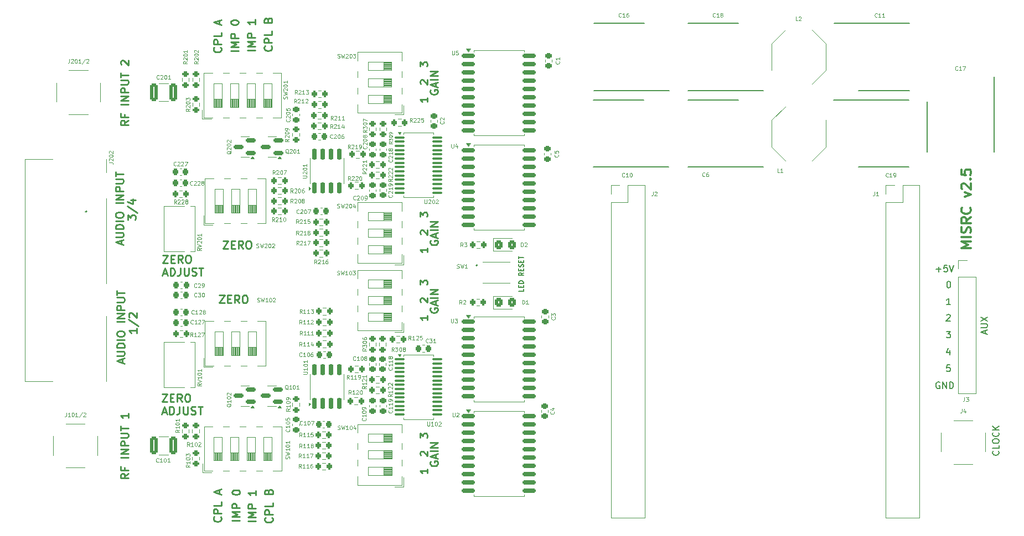
<source format=gto>
G04 #@! TF.GenerationSoftware,KiCad,Pcbnew,8.0.7*
G04 #@! TF.CreationDate,2025-03-14T10:19:42+01:00*
G04 #@! TF.ProjectId,MISRC_v2.5,4d495352-435f-4763-922e-352e6b696361,3.0*
G04 #@! TF.SameCoordinates,Original*
G04 #@! TF.FileFunction,Legend,Top*
G04 #@! TF.FilePolarity,Positive*
%FSLAX46Y46*%
G04 Gerber Fmt 4.6, Leading zero omitted, Abs format (unit mm)*
G04 Created by KiCad (PCBNEW 8.0.7) date 2025-03-14 10:19:42*
%MOMM*%
%LPD*%
G01*
G04 APERTURE LIST*
G04 Aperture macros list*
%AMRoundRect*
0 Rectangle with rounded corners*
0 $1 Rounding radius*
0 $2 $3 $4 $5 $6 $7 $8 $9 X,Y pos of 4 corners*
0 Add a 4 corners polygon primitive as box body*
4,1,4,$2,$3,$4,$5,$6,$7,$8,$9,$2,$3,0*
0 Add four circle primitives for the rounded corners*
1,1,$1+$1,$2,$3*
1,1,$1+$1,$4,$5*
1,1,$1+$1,$6,$7*
1,1,$1+$1,$8,$9*
0 Add four rect primitives between the rounded corners*
20,1,$1+$1,$2,$3,$4,$5,0*
20,1,$1+$1,$4,$5,$6,$7,0*
20,1,$1+$1,$6,$7,$8,$9,0*
20,1,$1+$1,$8,$9,$2,$3,0*%
G04 Aperture macros list end*
%ADD10C,0.250000*%
%ADD11C,0.200000*%
%ADD12C,0.175000*%
%ADD13C,0.300000*%
%ADD14C,0.100000*%
%ADD15C,0.120000*%
%ADD16R,4.300000X2.150000*%
%ADD17RoundRect,0.225000X-0.250000X0.225000X-0.250000X-0.225000X0.250000X-0.225000X0.250000X0.225000X0*%
%ADD18RoundRect,0.200000X-0.200000X-0.275000X0.200000X-0.275000X0.200000X0.275000X-0.200000X0.275000X0*%
%ADD19R,2.440000X1.120000*%
%ADD20C,2.050000*%
%ADD21C,2.250000*%
%ADD22C,3.200000*%
%ADD23RoundRect,0.200000X-0.275000X0.200000X-0.275000X-0.200000X0.275000X-0.200000X0.275000X0.200000X0*%
%ADD24RoundRect,0.150000X0.587500X0.150000X-0.587500X0.150000X-0.587500X-0.150000X0.587500X-0.150000X0*%
%ADD25RoundRect,0.250000X-0.325000X-0.450000X0.325000X-0.450000X0.325000X0.450000X-0.325000X0.450000X0*%
%ADD26RoundRect,0.250000X-0.325000X-1.100000X0.325000X-1.100000X0.325000X1.100000X-0.325000X1.100000X0*%
%ADD27RoundRect,0.200000X0.275000X-0.200000X0.275000X0.200000X-0.275000X0.200000X-0.275000X-0.200000X0*%
%ADD28RoundRect,0.200000X0.200000X0.275000X-0.200000X0.275000X-0.200000X-0.275000X0.200000X-0.275000X0*%
%ADD29RoundRect,0.100000X-0.637500X-0.100000X0.637500X-0.100000X0.637500X0.100000X-0.637500X0.100000X0*%
%ADD30RoundRect,0.225000X-0.225000X-0.250000X0.225000X-0.250000X0.225000X0.250000X-0.225000X0.250000X0*%
%ADD31RoundRect,0.150000X-0.875000X-0.150000X0.875000X-0.150000X0.875000X0.150000X-0.875000X0.150000X0*%
%ADD32C,1.440000*%
%ADD33R,2.150000X4.300000*%
%ADD34R,3.200000X2.000000*%
%ADD35RoundRect,0.225000X0.225000X0.250000X-0.225000X0.250000X-0.225000X-0.250000X0.225000X-0.250000X0*%
%ADD36R,1.120000X2.440000*%
%ADD37R,1.050000X0.650000*%
%ADD38RoundRect,0.225000X0.250000X-0.225000X0.250000X0.225000X-0.250000X0.225000X-0.250000X-0.225000X0*%
%ADD39C,1.950000*%
%ADD40C,5.175000*%
%ADD41C,2.500000*%
%ADD42C,2.400000*%
%ADD43R,1.700000X1.700000*%
%ADD44O,1.700000X1.700000*%
%ADD45RoundRect,0.150000X0.150000X-0.725000X0.150000X0.725000X-0.150000X0.725000X-0.150000X-0.725000X0*%
G04 APERTURE END LIST*
D10*
X91990142Y-137969812D02*
X90790142Y-137969812D01*
X91990142Y-137398383D02*
X90790142Y-137398383D01*
X90790142Y-137398383D02*
X91647285Y-136998383D01*
X91647285Y-136998383D02*
X90790142Y-136598383D01*
X90790142Y-136598383D02*
X91990142Y-136598383D01*
X91990142Y-136026954D02*
X90790142Y-136026954D01*
X90790142Y-136026954D02*
X90790142Y-135569811D01*
X90790142Y-135569811D02*
X90847285Y-135455526D01*
X90847285Y-135455526D02*
X90904428Y-135398383D01*
X90904428Y-135398383D02*
X91018714Y-135341240D01*
X91018714Y-135341240D02*
X91190142Y-135341240D01*
X91190142Y-135341240D02*
X91304428Y-135398383D01*
X91304428Y-135398383D02*
X91361571Y-135455526D01*
X91361571Y-135455526D02*
X91418714Y-135569811D01*
X91418714Y-135569811D02*
X91418714Y-136026954D01*
X91990142Y-133284097D02*
X91990142Y-133969811D01*
X91990142Y-133626954D02*
X90790142Y-133626954D01*
X90790142Y-133626954D02*
X90961571Y-133741240D01*
X90961571Y-133741240D02*
X91075857Y-133855525D01*
X91075857Y-133855525D02*
X91133000Y-133969811D01*
X118707285Y-128851241D02*
X118650142Y-128965527D01*
X118650142Y-128965527D02*
X118650142Y-129136955D01*
X118650142Y-129136955D02*
X118707285Y-129308384D01*
X118707285Y-129308384D02*
X118821571Y-129422669D01*
X118821571Y-129422669D02*
X118935857Y-129479812D01*
X118935857Y-129479812D02*
X119164428Y-129536955D01*
X119164428Y-129536955D02*
X119335857Y-129536955D01*
X119335857Y-129536955D02*
X119564428Y-129479812D01*
X119564428Y-129479812D02*
X119678714Y-129422669D01*
X119678714Y-129422669D02*
X119793000Y-129308384D01*
X119793000Y-129308384D02*
X119850142Y-129136955D01*
X119850142Y-129136955D02*
X119850142Y-129022669D01*
X119850142Y-129022669D02*
X119793000Y-128851241D01*
X119793000Y-128851241D02*
X119735857Y-128794098D01*
X119735857Y-128794098D02*
X119335857Y-128794098D01*
X119335857Y-128794098D02*
X119335857Y-129022669D01*
X119507285Y-128336955D02*
X119507285Y-127765527D01*
X119850142Y-128451241D02*
X118650142Y-128051241D01*
X118650142Y-128051241D02*
X119850142Y-127651241D01*
X119850142Y-127251241D02*
X118650142Y-127251241D01*
X119850142Y-126679812D02*
X118650142Y-126679812D01*
X118650142Y-126679812D02*
X119850142Y-125994098D01*
X119850142Y-125994098D02*
X118650142Y-125994098D01*
D11*
X198195863Y-114052219D02*
X197719673Y-114052219D01*
X197719673Y-114052219D02*
X197672054Y-114528409D01*
X197672054Y-114528409D02*
X197719673Y-114480790D01*
X197719673Y-114480790D02*
X197814911Y-114433171D01*
X197814911Y-114433171D02*
X198053006Y-114433171D01*
X198053006Y-114433171D02*
X198148244Y-114480790D01*
X198148244Y-114480790D02*
X198195863Y-114528409D01*
X198195863Y-114528409D02*
X198243482Y-114623647D01*
X198243482Y-114623647D02*
X198243482Y-114861742D01*
X198243482Y-114861742D02*
X198195863Y-114956980D01*
X198195863Y-114956980D02*
X198148244Y-115004600D01*
X198148244Y-115004600D02*
X198053006Y-115052219D01*
X198053006Y-115052219D02*
X197814911Y-115052219D01*
X197814911Y-115052219D02*
X197719673Y-115004600D01*
X197719673Y-115004600D02*
X197672054Y-114956980D01*
D10*
X72515142Y-130694098D02*
X71943714Y-131094098D01*
X72515142Y-131379812D02*
X71315142Y-131379812D01*
X71315142Y-131379812D02*
X71315142Y-130922669D01*
X71315142Y-130922669D02*
X71372285Y-130808384D01*
X71372285Y-130808384D02*
X71429428Y-130751241D01*
X71429428Y-130751241D02*
X71543714Y-130694098D01*
X71543714Y-130694098D02*
X71715142Y-130694098D01*
X71715142Y-130694098D02*
X71829428Y-130751241D01*
X71829428Y-130751241D02*
X71886571Y-130808384D01*
X71886571Y-130808384D02*
X71943714Y-130922669D01*
X71943714Y-130922669D02*
X71943714Y-131379812D01*
X71886571Y-129779812D02*
X71886571Y-130179812D01*
X72515142Y-130179812D02*
X71315142Y-130179812D01*
X71315142Y-130179812D02*
X71315142Y-129608384D01*
X72515142Y-128236955D02*
X71315142Y-128236955D01*
X72515142Y-127665526D02*
X71315142Y-127665526D01*
X71315142Y-127665526D02*
X72515142Y-126979812D01*
X72515142Y-126979812D02*
X71315142Y-126979812D01*
X72515142Y-126408383D02*
X71315142Y-126408383D01*
X71315142Y-126408383D02*
X71315142Y-125951240D01*
X71315142Y-125951240D02*
X71372285Y-125836955D01*
X71372285Y-125836955D02*
X71429428Y-125779812D01*
X71429428Y-125779812D02*
X71543714Y-125722669D01*
X71543714Y-125722669D02*
X71715142Y-125722669D01*
X71715142Y-125722669D02*
X71829428Y-125779812D01*
X71829428Y-125779812D02*
X71886571Y-125836955D01*
X71886571Y-125836955D02*
X71943714Y-125951240D01*
X71943714Y-125951240D02*
X71943714Y-126408383D01*
X71315142Y-125208383D02*
X72286571Y-125208383D01*
X72286571Y-125208383D02*
X72400857Y-125151240D01*
X72400857Y-125151240D02*
X72458000Y-125094098D01*
X72458000Y-125094098D02*
X72515142Y-124979812D01*
X72515142Y-124979812D02*
X72515142Y-124751240D01*
X72515142Y-124751240D02*
X72458000Y-124636955D01*
X72458000Y-124636955D02*
X72400857Y-124579812D01*
X72400857Y-124579812D02*
X72286571Y-124522669D01*
X72286571Y-124522669D02*
X71315142Y-124522669D01*
X71315142Y-124122669D02*
X71315142Y-123436955D01*
X72515142Y-123779812D02*
X71315142Y-123779812D01*
X72515142Y-121494097D02*
X72515142Y-122179811D01*
X72515142Y-121836954D02*
X71315142Y-121836954D01*
X71315142Y-121836954D02*
X71486571Y-121951240D01*
X71486571Y-121951240D02*
X71600857Y-122065525D01*
X71600857Y-122065525D02*
X71658000Y-122179811D01*
X118242380Y-96127431D02*
X118242380Y-96756003D01*
X118242380Y-96441717D02*
X117142380Y-96441717D01*
X117142380Y-96441717D02*
X117299523Y-96546479D01*
X117299523Y-96546479D02*
X117404285Y-96651241D01*
X117404285Y-96651241D02*
X117456666Y-96756003D01*
X117247142Y-94032194D02*
X117194761Y-93979813D01*
X117194761Y-93979813D02*
X117142380Y-93875051D01*
X117142380Y-93875051D02*
X117142380Y-93613146D01*
X117142380Y-93613146D02*
X117194761Y-93508384D01*
X117194761Y-93508384D02*
X117247142Y-93456003D01*
X117247142Y-93456003D02*
X117351904Y-93403622D01*
X117351904Y-93403622D02*
X117456666Y-93403622D01*
X117456666Y-93403622D02*
X117613809Y-93456003D01*
X117613809Y-93456003D02*
X118242380Y-94084575D01*
X118242380Y-94084575D02*
X118242380Y-93403622D01*
X117142380Y-91360766D02*
X117142380Y-90679813D01*
X117142380Y-90679813D02*
X117561428Y-91046480D01*
X117561428Y-91046480D02*
X117561428Y-90889337D01*
X117561428Y-90889337D02*
X117613809Y-90784575D01*
X117613809Y-90784575D02*
X117666190Y-90732194D01*
X117666190Y-90732194D02*
X117770952Y-90679813D01*
X117770952Y-90679813D02*
X118032857Y-90679813D01*
X118032857Y-90679813D02*
X118137619Y-90732194D01*
X118137619Y-90732194D02*
X118190000Y-90784575D01*
X118190000Y-90784575D02*
X118242380Y-90889337D01*
X118242380Y-90889337D02*
X118242380Y-91203623D01*
X118242380Y-91203623D02*
X118190000Y-91308385D01*
X118190000Y-91308385D02*
X118137619Y-91360766D01*
X118242380Y-106522431D02*
X118242380Y-107151003D01*
X118242380Y-106836717D02*
X117142380Y-106836717D01*
X117142380Y-106836717D02*
X117299523Y-106941479D01*
X117299523Y-106941479D02*
X117404285Y-107046241D01*
X117404285Y-107046241D02*
X117456666Y-107151003D01*
X117247142Y-104427194D02*
X117194761Y-104374813D01*
X117194761Y-104374813D02*
X117142380Y-104270051D01*
X117142380Y-104270051D02*
X117142380Y-104008146D01*
X117142380Y-104008146D02*
X117194761Y-103903384D01*
X117194761Y-103903384D02*
X117247142Y-103851003D01*
X117247142Y-103851003D02*
X117351904Y-103798622D01*
X117351904Y-103798622D02*
X117456666Y-103798622D01*
X117456666Y-103798622D02*
X117613809Y-103851003D01*
X117613809Y-103851003D02*
X118242380Y-104479575D01*
X118242380Y-104479575D02*
X118242380Y-103798622D01*
X117142380Y-101755766D02*
X117142380Y-101074813D01*
X117142380Y-101074813D02*
X117561428Y-101441480D01*
X117561428Y-101441480D02*
X117561428Y-101284337D01*
X117561428Y-101284337D02*
X117613809Y-101179575D01*
X117613809Y-101179575D02*
X117666190Y-101127194D01*
X117666190Y-101127194D02*
X117770952Y-101074813D01*
X117770952Y-101074813D02*
X118032857Y-101074813D01*
X118032857Y-101074813D02*
X118137619Y-101127194D01*
X118137619Y-101127194D02*
X118190000Y-101179575D01*
X118190000Y-101179575D02*
X118242380Y-101284337D01*
X118242380Y-101284337D02*
X118242380Y-101598623D01*
X118242380Y-101598623D02*
X118190000Y-101703385D01*
X118190000Y-101703385D02*
X118137619Y-101755766D01*
X86605857Y-65394098D02*
X86663000Y-65451241D01*
X86663000Y-65451241D02*
X86720142Y-65622669D01*
X86720142Y-65622669D02*
X86720142Y-65736955D01*
X86720142Y-65736955D02*
X86663000Y-65908384D01*
X86663000Y-65908384D02*
X86548714Y-66022669D01*
X86548714Y-66022669D02*
X86434428Y-66079812D01*
X86434428Y-66079812D02*
X86205857Y-66136955D01*
X86205857Y-66136955D02*
X86034428Y-66136955D01*
X86034428Y-66136955D02*
X85805857Y-66079812D01*
X85805857Y-66079812D02*
X85691571Y-66022669D01*
X85691571Y-66022669D02*
X85577285Y-65908384D01*
X85577285Y-65908384D02*
X85520142Y-65736955D01*
X85520142Y-65736955D02*
X85520142Y-65622669D01*
X85520142Y-65622669D02*
X85577285Y-65451241D01*
X85577285Y-65451241D02*
X85634428Y-65394098D01*
X86720142Y-64879812D02*
X85520142Y-64879812D01*
X85520142Y-64879812D02*
X85520142Y-64422669D01*
X85520142Y-64422669D02*
X85577285Y-64308384D01*
X85577285Y-64308384D02*
X85634428Y-64251241D01*
X85634428Y-64251241D02*
X85748714Y-64194098D01*
X85748714Y-64194098D02*
X85920142Y-64194098D01*
X85920142Y-64194098D02*
X86034428Y-64251241D01*
X86034428Y-64251241D02*
X86091571Y-64308384D01*
X86091571Y-64308384D02*
X86148714Y-64422669D01*
X86148714Y-64422669D02*
X86148714Y-64879812D01*
X86720142Y-63108384D02*
X86720142Y-63679812D01*
X86720142Y-63679812D02*
X85520142Y-63679812D01*
X86377285Y-61851240D02*
X86377285Y-61279812D01*
X86720142Y-61965526D02*
X85520142Y-61565526D01*
X85520142Y-61565526D02*
X86720142Y-61165526D01*
X72420142Y-91824098D02*
X72420142Y-91081241D01*
X72420142Y-91081241D02*
X72877285Y-91481241D01*
X72877285Y-91481241D02*
X72877285Y-91309812D01*
X72877285Y-91309812D02*
X72934428Y-91195527D01*
X72934428Y-91195527D02*
X72991571Y-91138384D01*
X72991571Y-91138384D02*
X73105857Y-91081241D01*
X73105857Y-91081241D02*
X73391571Y-91081241D01*
X73391571Y-91081241D02*
X73505857Y-91138384D01*
X73505857Y-91138384D02*
X73563000Y-91195527D01*
X73563000Y-91195527D02*
X73620142Y-91309812D01*
X73620142Y-91309812D02*
X73620142Y-91652669D01*
X73620142Y-91652669D02*
X73563000Y-91766955D01*
X73563000Y-91766955D02*
X73505857Y-91824098D01*
X72363000Y-89709812D02*
X73905857Y-90738384D01*
X72820142Y-88795527D02*
X73620142Y-88795527D01*
X72363000Y-89081241D02*
X73220142Y-89366955D01*
X73220142Y-89366955D02*
X73220142Y-88624098D01*
D11*
X196593482Y-116724838D02*
X196498244Y-116677219D01*
X196498244Y-116677219D02*
X196355387Y-116677219D01*
X196355387Y-116677219D02*
X196212530Y-116724838D01*
X196212530Y-116724838D02*
X196117292Y-116820076D01*
X196117292Y-116820076D02*
X196069673Y-116915314D01*
X196069673Y-116915314D02*
X196022054Y-117105790D01*
X196022054Y-117105790D02*
X196022054Y-117248647D01*
X196022054Y-117248647D02*
X196069673Y-117439123D01*
X196069673Y-117439123D02*
X196117292Y-117534361D01*
X196117292Y-117534361D02*
X196212530Y-117629600D01*
X196212530Y-117629600D02*
X196355387Y-117677219D01*
X196355387Y-117677219D02*
X196450625Y-117677219D01*
X196450625Y-117677219D02*
X196593482Y-117629600D01*
X196593482Y-117629600D02*
X196641101Y-117581980D01*
X196641101Y-117581980D02*
X196641101Y-117248647D01*
X196641101Y-117248647D02*
X196450625Y-117248647D01*
X197069673Y-117677219D02*
X197069673Y-116677219D01*
X197069673Y-116677219D02*
X197641101Y-117677219D01*
X197641101Y-117677219D02*
X197641101Y-116677219D01*
X198117292Y-117677219D02*
X198117292Y-116677219D01*
X198117292Y-116677219D02*
X198355387Y-116677219D01*
X198355387Y-116677219D02*
X198498244Y-116724838D01*
X198498244Y-116724838D02*
X198593482Y-116820076D01*
X198593482Y-116820076D02*
X198641101Y-116915314D01*
X198641101Y-116915314D02*
X198688720Y-117105790D01*
X198688720Y-117105790D02*
X198688720Y-117248647D01*
X198688720Y-117248647D02*
X198641101Y-117439123D01*
X198641101Y-117439123D02*
X198593482Y-117534361D01*
X198593482Y-117534361D02*
X198498244Y-117629600D01*
X198498244Y-117629600D02*
X198355387Y-117677219D01*
X198355387Y-117677219D02*
X198117292Y-117677219D01*
D10*
X86435901Y-103360142D02*
X87235901Y-103360142D01*
X87235901Y-103360142D02*
X86435901Y-104560142D01*
X86435901Y-104560142D02*
X87235901Y-104560142D01*
X87693044Y-103931571D02*
X88093044Y-103931571D01*
X88264472Y-104560142D02*
X87693044Y-104560142D01*
X87693044Y-104560142D02*
X87693044Y-103360142D01*
X87693044Y-103360142D02*
X88264472Y-103360142D01*
X89464472Y-104560142D02*
X89064472Y-103988714D01*
X88778758Y-104560142D02*
X88778758Y-103360142D01*
X88778758Y-103360142D02*
X89235901Y-103360142D01*
X89235901Y-103360142D02*
X89350186Y-103417285D01*
X89350186Y-103417285D02*
X89407329Y-103474428D01*
X89407329Y-103474428D02*
X89464472Y-103588714D01*
X89464472Y-103588714D02*
X89464472Y-103760142D01*
X89464472Y-103760142D02*
X89407329Y-103874428D01*
X89407329Y-103874428D02*
X89350186Y-103931571D01*
X89350186Y-103931571D02*
X89235901Y-103988714D01*
X89235901Y-103988714D02*
X88778758Y-103988714D01*
X90207329Y-103360142D02*
X90435901Y-103360142D01*
X90435901Y-103360142D02*
X90550186Y-103417285D01*
X90550186Y-103417285D02*
X90664472Y-103531571D01*
X90664472Y-103531571D02*
X90721615Y-103760142D01*
X90721615Y-103760142D02*
X90721615Y-104160142D01*
X90721615Y-104160142D02*
X90664472Y-104388714D01*
X90664472Y-104388714D02*
X90550186Y-104503000D01*
X90550186Y-104503000D02*
X90435901Y-104560142D01*
X90435901Y-104560142D02*
X90207329Y-104560142D01*
X90207329Y-104560142D02*
X90093044Y-104503000D01*
X90093044Y-104503000D02*
X89978758Y-104388714D01*
X89978758Y-104388714D02*
X89921615Y-104160142D01*
X89921615Y-104160142D02*
X89921615Y-103760142D01*
X89921615Y-103760142D02*
X89978758Y-103531571D01*
X89978758Y-103531571D02*
X90093044Y-103417285D01*
X90093044Y-103417285D02*
X90207329Y-103360142D01*
X73780142Y-108471241D02*
X73780142Y-109156955D01*
X73780142Y-108814098D02*
X72580142Y-108814098D01*
X72580142Y-108814098D02*
X72751571Y-108928384D01*
X72751571Y-108928384D02*
X72865857Y-109042669D01*
X72865857Y-109042669D02*
X72923000Y-109156955D01*
X72523000Y-107099812D02*
X74065857Y-108128384D01*
X72694428Y-106756955D02*
X72637285Y-106699812D01*
X72637285Y-106699812D02*
X72580142Y-106585527D01*
X72580142Y-106585527D02*
X72580142Y-106299812D01*
X72580142Y-106299812D02*
X72637285Y-106185527D01*
X72637285Y-106185527D02*
X72694428Y-106128384D01*
X72694428Y-106128384D02*
X72808714Y-106071241D01*
X72808714Y-106071241D02*
X72923000Y-106071241D01*
X72923000Y-106071241D02*
X73094428Y-106128384D01*
X73094428Y-106128384D02*
X73780142Y-106814098D01*
X73780142Y-106814098D02*
X73780142Y-106071241D01*
X91910142Y-65829812D02*
X90710142Y-65829812D01*
X91910142Y-65258383D02*
X90710142Y-65258383D01*
X90710142Y-65258383D02*
X91567285Y-64858383D01*
X91567285Y-64858383D02*
X90710142Y-64458383D01*
X90710142Y-64458383D02*
X91910142Y-64458383D01*
X91910142Y-63886954D02*
X90710142Y-63886954D01*
X90710142Y-63886954D02*
X90710142Y-63429811D01*
X90710142Y-63429811D02*
X90767285Y-63315526D01*
X90767285Y-63315526D02*
X90824428Y-63258383D01*
X90824428Y-63258383D02*
X90938714Y-63201240D01*
X90938714Y-63201240D02*
X91110142Y-63201240D01*
X91110142Y-63201240D02*
X91224428Y-63258383D01*
X91224428Y-63258383D02*
X91281571Y-63315526D01*
X91281571Y-63315526D02*
X91338714Y-63429811D01*
X91338714Y-63429811D02*
X91338714Y-63886954D01*
X91910142Y-61144097D02*
X91910142Y-61829811D01*
X91910142Y-61486954D02*
X90710142Y-61486954D01*
X90710142Y-61486954D02*
X90881571Y-61601240D01*
X90881571Y-61601240D02*
X90995857Y-61715525D01*
X90995857Y-61715525D02*
X91053000Y-61829811D01*
D11*
X203616504Y-109227945D02*
X203616504Y-108751755D01*
X203902219Y-109323183D02*
X202902219Y-108989850D01*
X202902219Y-108989850D02*
X203902219Y-108656517D01*
X202902219Y-108323183D02*
X203711742Y-108323183D01*
X203711742Y-108323183D02*
X203806980Y-108275564D01*
X203806980Y-108275564D02*
X203854600Y-108227945D01*
X203854600Y-108227945D02*
X203902219Y-108132707D01*
X203902219Y-108132707D02*
X203902219Y-107942231D01*
X203902219Y-107942231D02*
X203854600Y-107846993D01*
X203854600Y-107846993D02*
X203806980Y-107799374D01*
X203806980Y-107799374D02*
X203711742Y-107751755D01*
X203711742Y-107751755D02*
X202902219Y-107751755D01*
X202902219Y-107370802D02*
X203902219Y-106704136D01*
X202902219Y-106704136D02*
X203902219Y-107370802D01*
D10*
X118707285Y-105341241D02*
X118650142Y-105455527D01*
X118650142Y-105455527D02*
X118650142Y-105626955D01*
X118650142Y-105626955D02*
X118707285Y-105798384D01*
X118707285Y-105798384D02*
X118821571Y-105912669D01*
X118821571Y-105912669D02*
X118935857Y-105969812D01*
X118935857Y-105969812D02*
X119164428Y-106026955D01*
X119164428Y-106026955D02*
X119335857Y-106026955D01*
X119335857Y-106026955D02*
X119564428Y-105969812D01*
X119564428Y-105969812D02*
X119678714Y-105912669D01*
X119678714Y-105912669D02*
X119793000Y-105798384D01*
X119793000Y-105798384D02*
X119850142Y-105626955D01*
X119850142Y-105626955D02*
X119850142Y-105512669D01*
X119850142Y-105512669D02*
X119793000Y-105341241D01*
X119793000Y-105341241D02*
X119735857Y-105284098D01*
X119735857Y-105284098D02*
X119335857Y-105284098D01*
X119335857Y-105284098D02*
X119335857Y-105512669D01*
X119507285Y-104826955D02*
X119507285Y-104255527D01*
X119850142Y-104941241D02*
X118650142Y-104541241D01*
X118650142Y-104541241D02*
X119850142Y-104141241D01*
X119850142Y-103741241D02*
X118650142Y-103741241D01*
X119850142Y-103169812D02*
X118650142Y-103169812D01*
X118650142Y-103169812D02*
X119850142Y-102484098D01*
X119850142Y-102484098D02*
X118650142Y-102484098D01*
X118242380Y-129997431D02*
X118242380Y-130626003D01*
X118242380Y-130311717D02*
X117142380Y-130311717D01*
X117142380Y-130311717D02*
X117299523Y-130416479D01*
X117299523Y-130416479D02*
X117404285Y-130521241D01*
X117404285Y-130521241D02*
X117456666Y-130626003D01*
X117247142Y-127902194D02*
X117194761Y-127849813D01*
X117194761Y-127849813D02*
X117142380Y-127745051D01*
X117142380Y-127745051D02*
X117142380Y-127483146D01*
X117142380Y-127483146D02*
X117194761Y-127378384D01*
X117194761Y-127378384D02*
X117247142Y-127326003D01*
X117247142Y-127326003D02*
X117351904Y-127273622D01*
X117351904Y-127273622D02*
X117456666Y-127273622D01*
X117456666Y-127273622D02*
X117613809Y-127326003D01*
X117613809Y-127326003D02*
X118242380Y-127954575D01*
X118242380Y-127954575D02*
X118242380Y-127273622D01*
X117142380Y-125230766D02*
X117142380Y-124549813D01*
X117142380Y-124549813D02*
X117561428Y-124916480D01*
X117561428Y-124916480D02*
X117561428Y-124759337D01*
X117561428Y-124759337D02*
X117613809Y-124654575D01*
X117613809Y-124654575D02*
X117666190Y-124602194D01*
X117666190Y-124602194D02*
X117770952Y-124549813D01*
X117770952Y-124549813D02*
X118032857Y-124549813D01*
X118032857Y-124549813D02*
X118137619Y-124602194D01*
X118137619Y-124602194D02*
X118190000Y-124654575D01*
X118190000Y-124654575D02*
X118242380Y-124759337D01*
X118242380Y-124759337D02*
X118242380Y-125073623D01*
X118242380Y-125073623D02*
X118190000Y-125178385D01*
X118190000Y-125178385D02*
X118137619Y-125230766D01*
X72515142Y-76564098D02*
X71943714Y-76964098D01*
X72515142Y-77249812D02*
X71315142Y-77249812D01*
X71315142Y-77249812D02*
X71315142Y-76792669D01*
X71315142Y-76792669D02*
X71372285Y-76678384D01*
X71372285Y-76678384D02*
X71429428Y-76621241D01*
X71429428Y-76621241D02*
X71543714Y-76564098D01*
X71543714Y-76564098D02*
X71715142Y-76564098D01*
X71715142Y-76564098D02*
X71829428Y-76621241D01*
X71829428Y-76621241D02*
X71886571Y-76678384D01*
X71886571Y-76678384D02*
X71943714Y-76792669D01*
X71943714Y-76792669D02*
X71943714Y-77249812D01*
X71886571Y-75649812D02*
X71886571Y-76049812D01*
X72515142Y-76049812D02*
X71315142Y-76049812D01*
X71315142Y-76049812D02*
X71315142Y-75478384D01*
X72515142Y-74106955D02*
X71315142Y-74106955D01*
X72515142Y-73535526D02*
X71315142Y-73535526D01*
X71315142Y-73535526D02*
X72515142Y-72849812D01*
X72515142Y-72849812D02*
X71315142Y-72849812D01*
X72515142Y-72278383D02*
X71315142Y-72278383D01*
X71315142Y-72278383D02*
X71315142Y-71821240D01*
X71315142Y-71821240D02*
X71372285Y-71706955D01*
X71372285Y-71706955D02*
X71429428Y-71649812D01*
X71429428Y-71649812D02*
X71543714Y-71592669D01*
X71543714Y-71592669D02*
X71715142Y-71592669D01*
X71715142Y-71592669D02*
X71829428Y-71649812D01*
X71829428Y-71649812D02*
X71886571Y-71706955D01*
X71886571Y-71706955D02*
X71943714Y-71821240D01*
X71943714Y-71821240D02*
X71943714Y-72278383D01*
X71315142Y-71078383D02*
X72286571Y-71078383D01*
X72286571Y-71078383D02*
X72400857Y-71021240D01*
X72400857Y-71021240D02*
X72458000Y-70964098D01*
X72458000Y-70964098D02*
X72515142Y-70849812D01*
X72515142Y-70849812D02*
X72515142Y-70621240D01*
X72515142Y-70621240D02*
X72458000Y-70506955D01*
X72458000Y-70506955D02*
X72400857Y-70449812D01*
X72400857Y-70449812D02*
X72286571Y-70392669D01*
X72286571Y-70392669D02*
X71315142Y-70392669D01*
X71315142Y-69992669D02*
X71315142Y-69306955D01*
X72515142Y-69649812D02*
X71315142Y-69649812D01*
X71429428Y-68049811D02*
X71372285Y-67992668D01*
X71372285Y-67992668D02*
X71315142Y-67878383D01*
X71315142Y-67878383D02*
X71315142Y-67592668D01*
X71315142Y-67592668D02*
X71372285Y-67478383D01*
X71372285Y-67478383D02*
X71429428Y-67421240D01*
X71429428Y-67421240D02*
X71543714Y-67364097D01*
X71543714Y-67364097D02*
X71658000Y-67364097D01*
X71658000Y-67364097D02*
X71829428Y-67421240D01*
X71829428Y-67421240D02*
X72515142Y-68106954D01*
X72515142Y-68106954D02*
X72515142Y-67364097D01*
X94455857Y-137444098D02*
X94513000Y-137501241D01*
X94513000Y-137501241D02*
X94570142Y-137672669D01*
X94570142Y-137672669D02*
X94570142Y-137786955D01*
X94570142Y-137786955D02*
X94513000Y-137958384D01*
X94513000Y-137958384D02*
X94398714Y-138072669D01*
X94398714Y-138072669D02*
X94284428Y-138129812D01*
X94284428Y-138129812D02*
X94055857Y-138186955D01*
X94055857Y-138186955D02*
X93884428Y-138186955D01*
X93884428Y-138186955D02*
X93655857Y-138129812D01*
X93655857Y-138129812D02*
X93541571Y-138072669D01*
X93541571Y-138072669D02*
X93427285Y-137958384D01*
X93427285Y-137958384D02*
X93370142Y-137786955D01*
X93370142Y-137786955D02*
X93370142Y-137672669D01*
X93370142Y-137672669D02*
X93427285Y-137501241D01*
X93427285Y-137501241D02*
X93484428Y-137444098D01*
X94570142Y-136929812D02*
X93370142Y-136929812D01*
X93370142Y-136929812D02*
X93370142Y-136472669D01*
X93370142Y-136472669D02*
X93427285Y-136358384D01*
X93427285Y-136358384D02*
X93484428Y-136301241D01*
X93484428Y-136301241D02*
X93598714Y-136244098D01*
X93598714Y-136244098D02*
X93770142Y-136244098D01*
X93770142Y-136244098D02*
X93884428Y-136301241D01*
X93884428Y-136301241D02*
X93941571Y-136358384D01*
X93941571Y-136358384D02*
X93998714Y-136472669D01*
X93998714Y-136472669D02*
X93998714Y-136929812D01*
X94570142Y-135158384D02*
X94570142Y-135729812D01*
X94570142Y-135729812D02*
X93370142Y-135729812D01*
X93941571Y-133444097D02*
X93998714Y-133272669D01*
X93998714Y-133272669D02*
X94055857Y-133215526D01*
X94055857Y-133215526D02*
X94170142Y-133158383D01*
X94170142Y-133158383D02*
X94341571Y-133158383D01*
X94341571Y-133158383D02*
X94455857Y-133215526D01*
X94455857Y-133215526D02*
X94513000Y-133272669D01*
X94513000Y-133272669D02*
X94570142Y-133386954D01*
X94570142Y-133386954D02*
X94570142Y-133844097D01*
X94570142Y-133844097D02*
X93370142Y-133844097D01*
X93370142Y-133844097D02*
X93370142Y-133444097D01*
X93370142Y-133444097D02*
X93427285Y-133329812D01*
X93427285Y-133329812D02*
X93484428Y-133272669D01*
X93484428Y-133272669D02*
X93598714Y-133215526D01*
X93598714Y-133215526D02*
X93713000Y-133215526D01*
X93713000Y-133215526D02*
X93827285Y-133272669D01*
X93827285Y-133272669D02*
X93884428Y-133329812D01*
X93884428Y-133329812D02*
X93941571Y-133444097D01*
X93941571Y-133444097D02*
X93941571Y-133844097D01*
X89560142Y-137909812D02*
X88360142Y-137909812D01*
X89560142Y-137338383D02*
X88360142Y-137338383D01*
X88360142Y-137338383D02*
X89217285Y-136938383D01*
X89217285Y-136938383D02*
X88360142Y-136538383D01*
X88360142Y-136538383D02*
X89560142Y-136538383D01*
X89560142Y-135966954D02*
X88360142Y-135966954D01*
X88360142Y-135966954D02*
X88360142Y-135509811D01*
X88360142Y-135509811D02*
X88417285Y-135395526D01*
X88417285Y-135395526D02*
X88474428Y-135338383D01*
X88474428Y-135338383D02*
X88588714Y-135281240D01*
X88588714Y-135281240D02*
X88760142Y-135281240D01*
X88760142Y-135281240D02*
X88874428Y-135338383D01*
X88874428Y-135338383D02*
X88931571Y-135395526D01*
X88931571Y-135395526D02*
X88988714Y-135509811D01*
X88988714Y-135509811D02*
X88988714Y-135966954D01*
X88360142Y-133624097D02*
X88360142Y-133509811D01*
X88360142Y-133509811D02*
X88417285Y-133395525D01*
X88417285Y-133395525D02*
X88474428Y-133338383D01*
X88474428Y-133338383D02*
X88588714Y-133281240D01*
X88588714Y-133281240D02*
X88817285Y-133224097D01*
X88817285Y-133224097D02*
X89103000Y-133224097D01*
X89103000Y-133224097D02*
X89331571Y-133281240D01*
X89331571Y-133281240D02*
X89445857Y-133338383D01*
X89445857Y-133338383D02*
X89503000Y-133395525D01*
X89503000Y-133395525D02*
X89560142Y-133509811D01*
X89560142Y-133509811D02*
X89560142Y-133624097D01*
X89560142Y-133624097D02*
X89503000Y-133738383D01*
X89503000Y-133738383D02*
X89445857Y-133795525D01*
X89445857Y-133795525D02*
X89331571Y-133852668D01*
X89331571Y-133852668D02*
X89103000Y-133909811D01*
X89103000Y-133909811D02*
X88817285Y-133909811D01*
X88817285Y-133909811D02*
X88588714Y-133852668D01*
X88588714Y-133852668D02*
X88474428Y-133795525D01*
X88474428Y-133795525D02*
X88417285Y-133738383D01*
X88417285Y-133738383D02*
X88360142Y-133624097D01*
X118242380Y-73097431D02*
X118242380Y-73726003D01*
X118242380Y-73411717D02*
X117142380Y-73411717D01*
X117142380Y-73411717D02*
X117299523Y-73516479D01*
X117299523Y-73516479D02*
X117404285Y-73621241D01*
X117404285Y-73621241D02*
X117456666Y-73726003D01*
X117247142Y-71002194D02*
X117194761Y-70949813D01*
X117194761Y-70949813D02*
X117142380Y-70845051D01*
X117142380Y-70845051D02*
X117142380Y-70583146D01*
X117142380Y-70583146D02*
X117194761Y-70478384D01*
X117194761Y-70478384D02*
X117247142Y-70426003D01*
X117247142Y-70426003D02*
X117351904Y-70373622D01*
X117351904Y-70373622D02*
X117456666Y-70373622D01*
X117456666Y-70373622D02*
X117613809Y-70426003D01*
X117613809Y-70426003D02*
X118242380Y-71054575D01*
X118242380Y-71054575D02*
X118242380Y-70373622D01*
X117142380Y-68330766D02*
X117142380Y-67649813D01*
X117142380Y-67649813D02*
X117561428Y-68016480D01*
X117561428Y-68016480D02*
X117561428Y-67859337D01*
X117561428Y-67859337D02*
X117613809Y-67754575D01*
X117613809Y-67754575D02*
X117666190Y-67702194D01*
X117666190Y-67702194D02*
X117770952Y-67649813D01*
X117770952Y-67649813D02*
X118032857Y-67649813D01*
X118032857Y-67649813D02*
X118137619Y-67702194D01*
X118137619Y-67702194D02*
X118190000Y-67754575D01*
X118190000Y-67754575D02*
X118242380Y-67859337D01*
X118242380Y-67859337D02*
X118242380Y-68173623D01*
X118242380Y-68173623D02*
X118190000Y-68278385D01*
X118190000Y-68278385D02*
X118137619Y-68330766D01*
D11*
X198243482Y-104827219D02*
X197672054Y-104827219D01*
X197957768Y-104827219D02*
X197957768Y-103827219D01*
X197957768Y-103827219D02*
X197862530Y-103970076D01*
X197862530Y-103970076D02*
X197767292Y-104065314D01*
X197767292Y-104065314D02*
X197672054Y-104112933D01*
D10*
X118707285Y-71931241D02*
X118650142Y-72045527D01*
X118650142Y-72045527D02*
X118650142Y-72216955D01*
X118650142Y-72216955D02*
X118707285Y-72388384D01*
X118707285Y-72388384D02*
X118821571Y-72502669D01*
X118821571Y-72502669D02*
X118935857Y-72559812D01*
X118935857Y-72559812D02*
X119164428Y-72616955D01*
X119164428Y-72616955D02*
X119335857Y-72616955D01*
X119335857Y-72616955D02*
X119564428Y-72559812D01*
X119564428Y-72559812D02*
X119678714Y-72502669D01*
X119678714Y-72502669D02*
X119793000Y-72388384D01*
X119793000Y-72388384D02*
X119850142Y-72216955D01*
X119850142Y-72216955D02*
X119850142Y-72102669D01*
X119850142Y-72102669D02*
X119793000Y-71931241D01*
X119793000Y-71931241D02*
X119735857Y-71874098D01*
X119735857Y-71874098D02*
X119335857Y-71874098D01*
X119335857Y-71874098D02*
X119335857Y-72102669D01*
X119507285Y-71416955D02*
X119507285Y-70845527D01*
X119850142Y-71531241D02*
X118650142Y-71131241D01*
X118650142Y-71131241D02*
X119850142Y-70731241D01*
X119850142Y-70331241D02*
X118650142Y-70331241D01*
X119850142Y-69759812D02*
X118650142Y-69759812D01*
X118650142Y-69759812D02*
X119850142Y-69074098D01*
X119850142Y-69074098D02*
X118650142Y-69074098D01*
D11*
X197935149Y-101252219D02*
X198030387Y-101252219D01*
X198030387Y-101252219D02*
X198125625Y-101299838D01*
X198125625Y-101299838D02*
X198173244Y-101347457D01*
X198173244Y-101347457D02*
X198220863Y-101442695D01*
X198220863Y-101442695D02*
X198268482Y-101633171D01*
X198268482Y-101633171D02*
X198268482Y-101871266D01*
X198268482Y-101871266D02*
X198220863Y-102061742D01*
X198220863Y-102061742D02*
X198173244Y-102156980D01*
X198173244Y-102156980D02*
X198125625Y-102204600D01*
X198125625Y-102204600D02*
X198030387Y-102252219D01*
X198030387Y-102252219D02*
X197935149Y-102252219D01*
X197935149Y-102252219D02*
X197839911Y-102204600D01*
X197839911Y-102204600D02*
X197792292Y-102156980D01*
X197792292Y-102156980D02*
X197744673Y-102061742D01*
X197744673Y-102061742D02*
X197697054Y-101871266D01*
X197697054Y-101871266D02*
X197697054Y-101633171D01*
X197697054Y-101633171D02*
X197744673Y-101442695D01*
X197744673Y-101442695D02*
X197792292Y-101347457D01*
X197792292Y-101347457D02*
X197839911Y-101299838D01*
X197839911Y-101299838D02*
X197935149Y-101252219D01*
X205581980Y-127258898D02*
X205629600Y-127306517D01*
X205629600Y-127306517D02*
X205677219Y-127449374D01*
X205677219Y-127449374D02*
X205677219Y-127544612D01*
X205677219Y-127544612D02*
X205629600Y-127687469D01*
X205629600Y-127687469D02*
X205534361Y-127782707D01*
X205534361Y-127782707D02*
X205439123Y-127830326D01*
X205439123Y-127830326D02*
X205248647Y-127877945D01*
X205248647Y-127877945D02*
X205105790Y-127877945D01*
X205105790Y-127877945D02*
X204915314Y-127830326D01*
X204915314Y-127830326D02*
X204820076Y-127782707D01*
X204820076Y-127782707D02*
X204724838Y-127687469D01*
X204724838Y-127687469D02*
X204677219Y-127544612D01*
X204677219Y-127544612D02*
X204677219Y-127449374D01*
X204677219Y-127449374D02*
X204724838Y-127306517D01*
X204724838Y-127306517D02*
X204772457Y-127258898D01*
X205677219Y-126354136D02*
X205677219Y-126830326D01*
X205677219Y-126830326D02*
X204677219Y-126830326D01*
X204677219Y-125830326D02*
X204677219Y-125639850D01*
X204677219Y-125639850D02*
X204724838Y-125544612D01*
X204724838Y-125544612D02*
X204820076Y-125449374D01*
X204820076Y-125449374D02*
X205010552Y-125401755D01*
X205010552Y-125401755D02*
X205343885Y-125401755D01*
X205343885Y-125401755D02*
X205534361Y-125449374D01*
X205534361Y-125449374D02*
X205629600Y-125544612D01*
X205629600Y-125544612D02*
X205677219Y-125639850D01*
X205677219Y-125639850D02*
X205677219Y-125830326D01*
X205677219Y-125830326D02*
X205629600Y-125925564D01*
X205629600Y-125925564D02*
X205534361Y-126020802D01*
X205534361Y-126020802D02*
X205343885Y-126068421D01*
X205343885Y-126068421D02*
X205010552Y-126068421D01*
X205010552Y-126068421D02*
X204820076Y-126020802D01*
X204820076Y-126020802D02*
X204724838Y-125925564D01*
X204724838Y-125925564D02*
X204677219Y-125830326D01*
X205581980Y-124401755D02*
X205629600Y-124449374D01*
X205629600Y-124449374D02*
X205677219Y-124592231D01*
X205677219Y-124592231D02*
X205677219Y-124687469D01*
X205677219Y-124687469D02*
X205629600Y-124830326D01*
X205629600Y-124830326D02*
X205534361Y-124925564D01*
X205534361Y-124925564D02*
X205439123Y-124973183D01*
X205439123Y-124973183D02*
X205248647Y-125020802D01*
X205248647Y-125020802D02*
X205105790Y-125020802D01*
X205105790Y-125020802D02*
X204915314Y-124973183D01*
X204915314Y-124973183D02*
X204820076Y-124925564D01*
X204820076Y-124925564D02*
X204724838Y-124830326D01*
X204724838Y-124830326D02*
X204677219Y-124687469D01*
X204677219Y-124687469D02*
X204677219Y-124592231D01*
X204677219Y-124592231D02*
X204724838Y-124449374D01*
X204724838Y-124449374D02*
X204772457Y-124401755D01*
X205677219Y-123973183D02*
X204677219Y-123973183D01*
X205677219Y-123401755D02*
X205105790Y-123830326D01*
X204677219Y-123401755D02*
X205248647Y-123973183D01*
D10*
X77655901Y-118508209D02*
X78455901Y-118508209D01*
X78455901Y-118508209D02*
X77655901Y-119708209D01*
X77655901Y-119708209D02*
X78455901Y-119708209D01*
X78913044Y-119079638D02*
X79313044Y-119079638D01*
X79484472Y-119708209D02*
X78913044Y-119708209D01*
X78913044Y-119708209D02*
X78913044Y-118508209D01*
X78913044Y-118508209D02*
X79484472Y-118508209D01*
X80684472Y-119708209D02*
X80284472Y-119136781D01*
X79998758Y-119708209D02*
X79998758Y-118508209D01*
X79998758Y-118508209D02*
X80455901Y-118508209D01*
X80455901Y-118508209D02*
X80570186Y-118565352D01*
X80570186Y-118565352D02*
X80627329Y-118622495D01*
X80627329Y-118622495D02*
X80684472Y-118736781D01*
X80684472Y-118736781D02*
X80684472Y-118908209D01*
X80684472Y-118908209D02*
X80627329Y-119022495D01*
X80627329Y-119022495D02*
X80570186Y-119079638D01*
X80570186Y-119079638D02*
X80455901Y-119136781D01*
X80455901Y-119136781D02*
X79998758Y-119136781D01*
X81427329Y-118508209D02*
X81655901Y-118508209D01*
X81655901Y-118508209D02*
X81770186Y-118565352D01*
X81770186Y-118565352D02*
X81884472Y-118679638D01*
X81884472Y-118679638D02*
X81941615Y-118908209D01*
X81941615Y-118908209D02*
X81941615Y-119308209D01*
X81941615Y-119308209D02*
X81884472Y-119536781D01*
X81884472Y-119536781D02*
X81770186Y-119651067D01*
X81770186Y-119651067D02*
X81655901Y-119708209D01*
X81655901Y-119708209D02*
X81427329Y-119708209D01*
X81427329Y-119708209D02*
X81313044Y-119651067D01*
X81313044Y-119651067D02*
X81198758Y-119536781D01*
X81198758Y-119536781D02*
X81141615Y-119308209D01*
X81141615Y-119308209D02*
X81141615Y-118908209D01*
X81141615Y-118908209D02*
X81198758Y-118679638D01*
X81198758Y-118679638D02*
X81313044Y-118565352D01*
X81313044Y-118565352D02*
X81427329Y-118508209D01*
X77713044Y-121297285D02*
X78284473Y-121297285D01*
X77598758Y-121640142D02*
X77998758Y-120440142D01*
X77998758Y-120440142D02*
X78398758Y-121640142D01*
X78798758Y-121640142D02*
X78798758Y-120440142D01*
X78798758Y-120440142D02*
X79084472Y-120440142D01*
X79084472Y-120440142D02*
X79255901Y-120497285D01*
X79255901Y-120497285D02*
X79370186Y-120611571D01*
X79370186Y-120611571D02*
X79427329Y-120725857D01*
X79427329Y-120725857D02*
X79484472Y-120954428D01*
X79484472Y-120954428D02*
X79484472Y-121125857D01*
X79484472Y-121125857D02*
X79427329Y-121354428D01*
X79427329Y-121354428D02*
X79370186Y-121468714D01*
X79370186Y-121468714D02*
X79255901Y-121583000D01*
X79255901Y-121583000D02*
X79084472Y-121640142D01*
X79084472Y-121640142D02*
X78798758Y-121640142D01*
X80341615Y-120440142D02*
X80341615Y-121297285D01*
X80341615Y-121297285D02*
X80284472Y-121468714D01*
X80284472Y-121468714D02*
X80170186Y-121583000D01*
X80170186Y-121583000D02*
X79998758Y-121640142D01*
X79998758Y-121640142D02*
X79884472Y-121640142D01*
X80913044Y-120440142D02*
X80913044Y-121411571D01*
X80913044Y-121411571D02*
X80970187Y-121525857D01*
X80970187Y-121525857D02*
X81027330Y-121583000D01*
X81027330Y-121583000D02*
X81141615Y-121640142D01*
X81141615Y-121640142D02*
X81370187Y-121640142D01*
X81370187Y-121640142D02*
X81484472Y-121583000D01*
X81484472Y-121583000D02*
X81541615Y-121525857D01*
X81541615Y-121525857D02*
X81598758Y-121411571D01*
X81598758Y-121411571D02*
X81598758Y-120440142D01*
X82113044Y-121583000D02*
X82284473Y-121640142D01*
X82284473Y-121640142D02*
X82570187Y-121640142D01*
X82570187Y-121640142D02*
X82684473Y-121583000D01*
X82684473Y-121583000D02*
X82741615Y-121525857D01*
X82741615Y-121525857D02*
X82798758Y-121411571D01*
X82798758Y-121411571D02*
X82798758Y-121297285D01*
X82798758Y-121297285D02*
X82741615Y-121183000D01*
X82741615Y-121183000D02*
X82684473Y-121125857D01*
X82684473Y-121125857D02*
X82570187Y-121068714D01*
X82570187Y-121068714D02*
X82341615Y-121011571D01*
X82341615Y-121011571D02*
X82227330Y-120954428D01*
X82227330Y-120954428D02*
X82170187Y-120897285D01*
X82170187Y-120897285D02*
X82113044Y-120783000D01*
X82113044Y-120783000D02*
X82113044Y-120668714D01*
X82113044Y-120668714D02*
X82170187Y-120554428D01*
X82170187Y-120554428D02*
X82227330Y-120497285D01*
X82227330Y-120497285D02*
X82341615Y-120440142D01*
X82341615Y-120440142D02*
X82627330Y-120440142D01*
X82627330Y-120440142D02*
X82798758Y-120497285D01*
X83141615Y-120440142D02*
X83827330Y-120440142D01*
X83484472Y-121640142D02*
X83484472Y-120440142D01*
D12*
X132935233Y-102424869D02*
X132935233Y-102758202D01*
X132935233Y-102758202D02*
X132235233Y-102758202D01*
X132568566Y-102191535D02*
X132568566Y-101958202D01*
X132935233Y-101858202D02*
X132935233Y-102191535D01*
X132935233Y-102191535D02*
X132235233Y-102191535D01*
X132235233Y-102191535D02*
X132235233Y-101858202D01*
X132935233Y-101558202D02*
X132235233Y-101558202D01*
X132235233Y-101558202D02*
X132235233Y-101391535D01*
X132235233Y-101391535D02*
X132268566Y-101291535D01*
X132268566Y-101291535D02*
X132335233Y-101224869D01*
X132335233Y-101224869D02*
X132401900Y-101191535D01*
X132401900Y-101191535D02*
X132535233Y-101158202D01*
X132535233Y-101158202D02*
X132635233Y-101158202D01*
X132635233Y-101158202D02*
X132768566Y-101191535D01*
X132768566Y-101191535D02*
X132835233Y-101224869D01*
X132835233Y-101224869D02*
X132901900Y-101291535D01*
X132901900Y-101291535D02*
X132935233Y-101391535D01*
X132935233Y-101391535D02*
X132935233Y-101558202D01*
X132935233Y-99924869D02*
X132601900Y-100158202D01*
X132935233Y-100324869D02*
X132235233Y-100324869D01*
X132235233Y-100324869D02*
X132235233Y-100058202D01*
X132235233Y-100058202D02*
X132268566Y-99991536D01*
X132268566Y-99991536D02*
X132301900Y-99958202D01*
X132301900Y-99958202D02*
X132368566Y-99924869D01*
X132368566Y-99924869D02*
X132468566Y-99924869D01*
X132468566Y-99924869D02*
X132535233Y-99958202D01*
X132535233Y-99958202D02*
X132568566Y-99991536D01*
X132568566Y-99991536D02*
X132601900Y-100058202D01*
X132601900Y-100058202D02*
X132601900Y-100324869D01*
X132568566Y-99624869D02*
X132568566Y-99391536D01*
X132935233Y-99291536D02*
X132935233Y-99624869D01*
X132935233Y-99624869D02*
X132235233Y-99624869D01*
X132235233Y-99624869D02*
X132235233Y-99291536D01*
X132901900Y-99024869D02*
X132935233Y-98924869D01*
X132935233Y-98924869D02*
X132935233Y-98758203D01*
X132935233Y-98758203D02*
X132901900Y-98691536D01*
X132901900Y-98691536D02*
X132868566Y-98658203D01*
X132868566Y-98658203D02*
X132801900Y-98624869D01*
X132801900Y-98624869D02*
X132735233Y-98624869D01*
X132735233Y-98624869D02*
X132668566Y-98658203D01*
X132668566Y-98658203D02*
X132635233Y-98691536D01*
X132635233Y-98691536D02*
X132601900Y-98758203D01*
X132601900Y-98758203D02*
X132568566Y-98891536D01*
X132568566Y-98891536D02*
X132535233Y-98958203D01*
X132535233Y-98958203D02*
X132501900Y-98991536D01*
X132501900Y-98991536D02*
X132435233Y-99024869D01*
X132435233Y-99024869D02*
X132368566Y-99024869D01*
X132368566Y-99024869D02*
X132301900Y-98991536D01*
X132301900Y-98991536D02*
X132268566Y-98958203D01*
X132268566Y-98958203D02*
X132235233Y-98891536D01*
X132235233Y-98891536D02*
X132235233Y-98724869D01*
X132235233Y-98724869D02*
X132268566Y-98624869D01*
X132568566Y-98324869D02*
X132568566Y-98091536D01*
X132935233Y-97991536D02*
X132935233Y-98324869D01*
X132935233Y-98324869D02*
X132235233Y-98324869D01*
X132235233Y-98324869D02*
X132235233Y-97991536D01*
X132235233Y-97791536D02*
X132235233Y-97391536D01*
X132935233Y-97591536D02*
X132235233Y-97591536D01*
D10*
X71577285Y-113726955D02*
X71577285Y-113155527D01*
X71920142Y-113841241D02*
X70720142Y-113441241D01*
X70720142Y-113441241D02*
X71920142Y-113041241D01*
X70720142Y-112641241D02*
X71691571Y-112641241D01*
X71691571Y-112641241D02*
X71805857Y-112584098D01*
X71805857Y-112584098D02*
X71863000Y-112526956D01*
X71863000Y-112526956D02*
X71920142Y-112412670D01*
X71920142Y-112412670D02*
X71920142Y-112184098D01*
X71920142Y-112184098D02*
X71863000Y-112069813D01*
X71863000Y-112069813D02*
X71805857Y-112012670D01*
X71805857Y-112012670D02*
X71691571Y-111955527D01*
X71691571Y-111955527D02*
X70720142Y-111955527D01*
X71920142Y-111384098D02*
X70720142Y-111384098D01*
X70720142Y-111384098D02*
X70720142Y-111098384D01*
X70720142Y-111098384D02*
X70777285Y-110926955D01*
X70777285Y-110926955D02*
X70891571Y-110812670D01*
X70891571Y-110812670D02*
X71005857Y-110755527D01*
X71005857Y-110755527D02*
X71234428Y-110698384D01*
X71234428Y-110698384D02*
X71405857Y-110698384D01*
X71405857Y-110698384D02*
X71634428Y-110755527D01*
X71634428Y-110755527D02*
X71748714Y-110812670D01*
X71748714Y-110812670D02*
X71863000Y-110926955D01*
X71863000Y-110926955D02*
X71920142Y-111098384D01*
X71920142Y-111098384D02*
X71920142Y-111384098D01*
X71920142Y-110184098D02*
X70720142Y-110184098D01*
X70720142Y-109384098D02*
X70720142Y-109155526D01*
X70720142Y-109155526D02*
X70777285Y-109041241D01*
X70777285Y-109041241D02*
X70891571Y-108926955D01*
X70891571Y-108926955D02*
X71120142Y-108869812D01*
X71120142Y-108869812D02*
X71520142Y-108869812D01*
X71520142Y-108869812D02*
X71748714Y-108926955D01*
X71748714Y-108926955D02*
X71863000Y-109041241D01*
X71863000Y-109041241D02*
X71920142Y-109155526D01*
X71920142Y-109155526D02*
X71920142Y-109384098D01*
X71920142Y-109384098D02*
X71863000Y-109498384D01*
X71863000Y-109498384D02*
X71748714Y-109612669D01*
X71748714Y-109612669D02*
X71520142Y-109669812D01*
X71520142Y-109669812D02*
X71120142Y-109669812D01*
X71120142Y-109669812D02*
X70891571Y-109612669D01*
X70891571Y-109612669D02*
X70777285Y-109498384D01*
X70777285Y-109498384D02*
X70720142Y-109384098D01*
X71920142Y-107441240D02*
X70720142Y-107441240D01*
X71920142Y-106869811D02*
X70720142Y-106869811D01*
X70720142Y-106869811D02*
X71920142Y-106184097D01*
X71920142Y-106184097D02*
X70720142Y-106184097D01*
X71920142Y-105612668D02*
X70720142Y-105612668D01*
X70720142Y-105612668D02*
X70720142Y-105155525D01*
X70720142Y-105155525D02*
X70777285Y-105041240D01*
X70777285Y-105041240D02*
X70834428Y-104984097D01*
X70834428Y-104984097D02*
X70948714Y-104926954D01*
X70948714Y-104926954D02*
X71120142Y-104926954D01*
X71120142Y-104926954D02*
X71234428Y-104984097D01*
X71234428Y-104984097D02*
X71291571Y-105041240D01*
X71291571Y-105041240D02*
X71348714Y-105155525D01*
X71348714Y-105155525D02*
X71348714Y-105612668D01*
X70720142Y-104412668D02*
X71691571Y-104412668D01*
X71691571Y-104412668D02*
X71805857Y-104355525D01*
X71805857Y-104355525D02*
X71863000Y-104298383D01*
X71863000Y-104298383D02*
X71920142Y-104184097D01*
X71920142Y-104184097D02*
X71920142Y-103955525D01*
X71920142Y-103955525D02*
X71863000Y-103841240D01*
X71863000Y-103841240D02*
X71805857Y-103784097D01*
X71805857Y-103784097D02*
X71691571Y-103726954D01*
X71691571Y-103726954D02*
X70720142Y-103726954D01*
X70720142Y-103326954D02*
X70720142Y-102641240D01*
X71920142Y-102984097D02*
X70720142Y-102984097D01*
D11*
X197647054Y-106422457D02*
X197694673Y-106374838D01*
X197694673Y-106374838D02*
X197789911Y-106327219D01*
X197789911Y-106327219D02*
X198028006Y-106327219D01*
X198028006Y-106327219D02*
X198123244Y-106374838D01*
X198123244Y-106374838D02*
X198170863Y-106422457D01*
X198170863Y-106422457D02*
X198218482Y-106517695D01*
X198218482Y-106517695D02*
X198218482Y-106612933D01*
X198218482Y-106612933D02*
X198170863Y-106755790D01*
X198170863Y-106755790D02*
X197599435Y-107327219D01*
X197599435Y-107327219D02*
X198218482Y-107327219D01*
D10*
X86615857Y-137314098D02*
X86673000Y-137371241D01*
X86673000Y-137371241D02*
X86730142Y-137542669D01*
X86730142Y-137542669D02*
X86730142Y-137656955D01*
X86730142Y-137656955D02*
X86673000Y-137828384D01*
X86673000Y-137828384D02*
X86558714Y-137942669D01*
X86558714Y-137942669D02*
X86444428Y-137999812D01*
X86444428Y-137999812D02*
X86215857Y-138056955D01*
X86215857Y-138056955D02*
X86044428Y-138056955D01*
X86044428Y-138056955D02*
X85815857Y-137999812D01*
X85815857Y-137999812D02*
X85701571Y-137942669D01*
X85701571Y-137942669D02*
X85587285Y-137828384D01*
X85587285Y-137828384D02*
X85530142Y-137656955D01*
X85530142Y-137656955D02*
X85530142Y-137542669D01*
X85530142Y-137542669D02*
X85587285Y-137371241D01*
X85587285Y-137371241D02*
X85644428Y-137314098D01*
X86730142Y-136799812D02*
X85530142Y-136799812D01*
X85530142Y-136799812D02*
X85530142Y-136342669D01*
X85530142Y-136342669D02*
X85587285Y-136228384D01*
X85587285Y-136228384D02*
X85644428Y-136171241D01*
X85644428Y-136171241D02*
X85758714Y-136114098D01*
X85758714Y-136114098D02*
X85930142Y-136114098D01*
X85930142Y-136114098D02*
X86044428Y-136171241D01*
X86044428Y-136171241D02*
X86101571Y-136228384D01*
X86101571Y-136228384D02*
X86158714Y-136342669D01*
X86158714Y-136342669D02*
X86158714Y-136799812D01*
X86730142Y-135028384D02*
X86730142Y-135599812D01*
X86730142Y-135599812D02*
X85530142Y-135599812D01*
X86387285Y-133771240D02*
X86387285Y-133199812D01*
X86730142Y-133885526D02*
X85530142Y-133485526D01*
X85530142Y-133485526D02*
X86730142Y-133085526D01*
X71407285Y-95536955D02*
X71407285Y-94965527D01*
X71750142Y-95651241D02*
X70550142Y-95251241D01*
X70550142Y-95251241D02*
X71750142Y-94851241D01*
X70550142Y-94451241D02*
X71521571Y-94451241D01*
X71521571Y-94451241D02*
X71635857Y-94394098D01*
X71635857Y-94394098D02*
X71693000Y-94336956D01*
X71693000Y-94336956D02*
X71750142Y-94222670D01*
X71750142Y-94222670D02*
X71750142Y-93994098D01*
X71750142Y-93994098D02*
X71693000Y-93879813D01*
X71693000Y-93879813D02*
X71635857Y-93822670D01*
X71635857Y-93822670D02*
X71521571Y-93765527D01*
X71521571Y-93765527D02*
X70550142Y-93765527D01*
X71750142Y-93194098D02*
X70550142Y-93194098D01*
X70550142Y-93194098D02*
X70550142Y-92908384D01*
X70550142Y-92908384D02*
X70607285Y-92736955D01*
X70607285Y-92736955D02*
X70721571Y-92622670D01*
X70721571Y-92622670D02*
X70835857Y-92565527D01*
X70835857Y-92565527D02*
X71064428Y-92508384D01*
X71064428Y-92508384D02*
X71235857Y-92508384D01*
X71235857Y-92508384D02*
X71464428Y-92565527D01*
X71464428Y-92565527D02*
X71578714Y-92622670D01*
X71578714Y-92622670D02*
X71693000Y-92736955D01*
X71693000Y-92736955D02*
X71750142Y-92908384D01*
X71750142Y-92908384D02*
X71750142Y-93194098D01*
X71750142Y-91994098D02*
X70550142Y-91994098D01*
X70550142Y-91194098D02*
X70550142Y-90965526D01*
X70550142Y-90965526D02*
X70607285Y-90851241D01*
X70607285Y-90851241D02*
X70721571Y-90736955D01*
X70721571Y-90736955D02*
X70950142Y-90679812D01*
X70950142Y-90679812D02*
X71350142Y-90679812D01*
X71350142Y-90679812D02*
X71578714Y-90736955D01*
X71578714Y-90736955D02*
X71693000Y-90851241D01*
X71693000Y-90851241D02*
X71750142Y-90965526D01*
X71750142Y-90965526D02*
X71750142Y-91194098D01*
X71750142Y-91194098D02*
X71693000Y-91308384D01*
X71693000Y-91308384D02*
X71578714Y-91422669D01*
X71578714Y-91422669D02*
X71350142Y-91479812D01*
X71350142Y-91479812D02*
X70950142Y-91479812D01*
X70950142Y-91479812D02*
X70721571Y-91422669D01*
X70721571Y-91422669D02*
X70607285Y-91308384D01*
X70607285Y-91308384D02*
X70550142Y-91194098D01*
X71750142Y-89251240D02*
X70550142Y-89251240D01*
X71750142Y-88679811D02*
X70550142Y-88679811D01*
X70550142Y-88679811D02*
X71750142Y-87994097D01*
X71750142Y-87994097D02*
X70550142Y-87994097D01*
X71750142Y-87422668D02*
X70550142Y-87422668D01*
X70550142Y-87422668D02*
X70550142Y-86965525D01*
X70550142Y-86965525D02*
X70607285Y-86851240D01*
X70607285Y-86851240D02*
X70664428Y-86794097D01*
X70664428Y-86794097D02*
X70778714Y-86736954D01*
X70778714Y-86736954D02*
X70950142Y-86736954D01*
X70950142Y-86736954D02*
X71064428Y-86794097D01*
X71064428Y-86794097D02*
X71121571Y-86851240D01*
X71121571Y-86851240D02*
X71178714Y-86965525D01*
X71178714Y-86965525D02*
X71178714Y-87422668D01*
X70550142Y-86222668D02*
X71521571Y-86222668D01*
X71521571Y-86222668D02*
X71635857Y-86165525D01*
X71635857Y-86165525D02*
X71693000Y-86108383D01*
X71693000Y-86108383D02*
X71750142Y-85994097D01*
X71750142Y-85994097D02*
X71750142Y-85765525D01*
X71750142Y-85765525D02*
X71693000Y-85651240D01*
X71693000Y-85651240D02*
X71635857Y-85594097D01*
X71635857Y-85594097D02*
X71521571Y-85536954D01*
X71521571Y-85536954D02*
X70550142Y-85536954D01*
X70550142Y-85136954D02*
X70550142Y-84451240D01*
X71750142Y-84794097D02*
X70550142Y-84794097D01*
D13*
X201403328Y-96170489D02*
X199903328Y-96170489D01*
X199903328Y-96170489D02*
X200974757Y-95670489D01*
X200974757Y-95670489D02*
X199903328Y-95170489D01*
X199903328Y-95170489D02*
X201403328Y-95170489D01*
X201403328Y-94456203D02*
X199903328Y-94456203D01*
X201331900Y-93813345D02*
X201403328Y-93599060D01*
X201403328Y-93599060D02*
X201403328Y-93241917D01*
X201403328Y-93241917D02*
X201331900Y-93099060D01*
X201331900Y-93099060D02*
X201260471Y-93027631D01*
X201260471Y-93027631D02*
X201117614Y-92956202D01*
X201117614Y-92956202D02*
X200974757Y-92956202D01*
X200974757Y-92956202D02*
X200831900Y-93027631D01*
X200831900Y-93027631D02*
X200760471Y-93099060D01*
X200760471Y-93099060D02*
X200689042Y-93241917D01*
X200689042Y-93241917D02*
X200617614Y-93527631D01*
X200617614Y-93527631D02*
X200546185Y-93670488D01*
X200546185Y-93670488D02*
X200474757Y-93741917D01*
X200474757Y-93741917D02*
X200331900Y-93813345D01*
X200331900Y-93813345D02*
X200189042Y-93813345D01*
X200189042Y-93813345D02*
X200046185Y-93741917D01*
X200046185Y-93741917D02*
X199974757Y-93670488D01*
X199974757Y-93670488D02*
X199903328Y-93527631D01*
X199903328Y-93527631D02*
X199903328Y-93170488D01*
X199903328Y-93170488D02*
X199974757Y-92956202D01*
X201403328Y-91456203D02*
X200689042Y-91956203D01*
X201403328Y-92313346D02*
X199903328Y-92313346D01*
X199903328Y-92313346D02*
X199903328Y-91741917D01*
X199903328Y-91741917D02*
X199974757Y-91599060D01*
X199974757Y-91599060D02*
X200046185Y-91527631D01*
X200046185Y-91527631D02*
X200189042Y-91456203D01*
X200189042Y-91456203D02*
X200403328Y-91456203D01*
X200403328Y-91456203D02*
X200546185Y-91527631D01*
X200546185Y-91527631D02*
X200617614Y-91599060D01*
X200617614Y-91599060D02*
X200689042Y-91741917D01*
X200689042Y-91741917D02*
X200689042Y-92313346D01*
X201260471Y-89956203D02*
X201331900Y-90027631D01*
X201331900Y-90027631D02*
X201403328Y-90241917D01*
X201403328Y-90241917D02*
X201403328Y-90384774D01*
X201403328Y-90384774D02*
X201331900Y-90599060D01*
X201331900Y-90599060D02*
X201189042Y-90741917D01*
X201189042Y-90741917D02*
X201046185Y-90813346D01*
X201046185Y-90813346D02*
X200760471Y-90884774D01*
X200760471Y-90884774D02*
X200546185Y-90884774D01*
X200546185Y-90884774D02*
X200260471Y-90813346D01*
X200260471Y-90813346D02*
X200117614Y-90741917D01*
X200117614Y-90741917D02*
X199974757Y-90599060D01*
X199974757Y-90599060D02*
X199903328Y-90384774D01*
X199903328Y-90384774D02*
X199903328Y-90241917D01*
X199903328Y-90241917D02*
X199974757Y-90027631D01*
X199974757Y-90027631D02*
X200046185Y-89956203D01*
X200403328Y-88313346D02*
X201403328Y-87956203D01*
X201403328Y-87956203D02*
X200403328Y-87599060D01*
X200046185Y-87099060D02*
X199974757Y-87027632D01*
X199974757Y-87027632D02*
X199903328Y-86884775D01*
X199903328Y-86884775D02*
X199903328Y-86527632D01*
X199903328Y-86527632D02*
X199974757Y-86384775D01*
X199974757Y-86384775D02*
X200046185Y-86313346D01*
X200046185Y-86313346D02*
X200189042Y-86241917D01*
X200189042Y-86241917D02*
X200331900Y-86241917D01*
X200331900Y-86241917D02*
X200546185Y-86313346D01*
X200546185Y-86313346D02*
X201403328Y-87170489D01*
X201403328Y-87170489D02*
X201403328Y-86241917D01*
X201260471Y-85599061D02*
X201331900Y-85527632D01*
X201331900Y-85527632D02*
X201403328Y-85599061D01*
X201403328Y-85599061D02*
X201331900Y-85670489D01*
X201331900Y-85670489D02*
X201260471Y-85599061D01*
X201260471Y-85599061D02*
X201403328Y-85599061D01*
X199903328Y-84170489D02*
X199903328Y-84884775D01*
X199903328Y-84884775D02*
X200617614Y-84956203D01*
X200617614Y-84956203D02*
X200546185Y-84884775D01*
X200546185Y-84884775D02*
X200474757Y-84741918D01*
X200474757Y-84741918D02*
X200474757Y-84384775D01*
X200474757Y-84384775D02*
X200546185Y-84241918D01*
X200546185Y-84241918D02*
X200617614Y-84170489D01*
X200617614Y-84170489D02*
X200760471Y-84099060D01*
X200760471Y-84099060D02*
X201117614Y-84099060D01*
X201117614Y-84099060D02*
X201260471Y-84170489D01*
X201260471Y-84170489D02*
X201331900Y-84241918D01*
X201331900Y-84241918D02*
X201403328Y-84384775D01*
X201403328Y-84384775D02*
X201403328Y-84741918D01*
X201403328Y-84741918D02*
X201331900Y-84884775D01*
X201331900Y-84884775D02*
X201260471Y-84956203D01*
D10*
X89360142Y-65909812D02*
X88160142Y-65909812D01*
X89360142Y-65338383D02*
X88160142Y-65338383D01*
X88160142Y-65338383D02*
X89017285Y-64938383D01*
X89017285Y-64938383D02*
X88160142Y-64538383D01*
X88160142Y-64538383D02*
X89360142Y-64538383D01*
X89360142Y-63966954D02*
X88160142Y-63966954D01*
X88160142Y-63966954D02*
X88160142Y-63509811D01*
X88160142Y-63509811D02*
X88217285Y-63395526D01*
X88217285Y-63395526D02*
X88274428Y-63338383D01*
X88274428Y-63338383D02*
X88388714Y-63281240D01*
X88388714Y-63281240D02*
X88560142Y-63281240D01*
X88560142Y-63281240D02*
X88674428Y-63338383D01*
X88674428Y-63338383D02*
X88731571Y-63395526D01*
X88731571Y-63395526D02*
X88788714Y-63509811D01*
X88788714Y-63509811D02*
X88788714Y-63966954D01*
X88160142Y-61624097D02*
X88160142Y-61509811D01*
X88160142Y-61509811D02*
X88217285Y-61395525D01*
X88217285Y-61395525D02*
X88274428Y-61338383D01*
X88274428Y-61338383D02*
X88388714Y-61281240D01*
X88388714Y-61281240D02*
X88617285Y-61224097D01*
X88617285Y-61224097D02*
X88903000Y-61224097D01*
X88903000Y-61224097D02*
X89131571Y-61281240D01*
X89131571Y-61281240D02*
X89245857Y-61338383D01*
X89245857Y-61338383D02*
X89303000Y-61395525D01*
X89303000Y-61395525D02*
X89360142Y-61509811D01*
X89360142Y-61509811D02*
X89360142Y-61624097D01*
X89360142Y-61624097D02*
X89303000Y-61738383D01*
X89303000Y-61738383D02*
X89245857Y-61795525D01*
X89245857Y-61795525D02*
X89131571Y-61852668D01*
X89131571Y-61852668D02*
X88903000Y-61909811D01*
X88903000Y-61909811D02*
X88617285Y-61909811D01*
X88617285Y-61909811D02*
X88388714Y-61852668D01*
X88388714Y-61852668D02*
X88274428Y-61795525D01*
X88274428Y-61795525D02*
X88217285Y-61738383D01*
X88217285Y-61738383D02*
X88160142Y-61624097D01*
D11*
X197649435Y-108902219D02*
X198268482Y-108902219D01*
X198268482Y-108902219D02*
X197935149Y-109283171D01*
X197935149Y-109283171D02*
X198078006Y-109283171D01*
X198078006Y-109283171D02*
X198173244Y-109330790D01*
X198173244Y-109330790D02*
X198220863Y-109378409D01*
X198220863Y-109378409D02*
X198268482Y-109473647D01*
X198268482Y-109473647D02*
X198268482Y-109711742D01*
X198268482Y-109711742D02*
X198220863Y-109806980D01*
X198220863Y-109806980D02*
X198173244Y-109854600D01*
X198173244Y-109854600D02*
X198078006Y-109902219D01*
X198078006Y-109902219D02*
X197792292Y-109902219D01*
X197792292Y-109902219D02*
X197697054Y-109854600D01*
X197697054Y-109854600D02*
X197649435Y-109806980D01*
X198123244Y-111860552D02*
X198123244Y-112527219D01*
X197885149Y-111479600D02*
X197647054Y-112193885D01*
X197647054Y-112193885D02*
X198266101Y-112193885D01*
D10*
X118707285Y-94991241D02*
X118650142Y-95105527D01*
X118650142Y-95105527D02*
X118650142Y-95276955D01*
X118650142Y-95276955D02*
X118707285Y-95448384D01*
X118707285Y-95448384D02*
X118821571Y-95562669D01*
X118821571Y-95562669D02*
X118935857Y-95619812D01*
X118935857Y-95619812D02*
X119164428Y-95676955D01*
X119164428Y-95676955D02*
X119335857Y-95676955D01*
X119335857Y-95676955D02*
X119564428Y-95619812D01*
X119564428Y-95619812D02*
X119678714Y-95562669D01*
X119678714Y-95562669D02*
X119793000Y-95448384D01*
X119793000Y-95448384D02*
X119850142Y-95276955D01*
X119850142Y-95276955D02*
X119850142Y-95162669D01*
X119850142Y-95162669D02*
X119793000Y-94991241D01*
X119793000Y-94991241D02*
X119735857Y-94934098D01*
X119735857Y-94934098D02*
X119335857Y-94934098D01*
X119335857Y-94934098D02*
X119335857Y-95162669D01*
X119507285Y-94476955D02*
X119507285Y-93905527D01*
X119850142Y-94591241D02*
X118650142Y-94191241D01*
X118650142Y-94191241D02*
X119850142Y-93791241D01*
X119850142Y-93391241D02*
X118650142Y-93391241D01*
X119850142Y-92819812D02*
X118650142Y-92819812D01*
X118650142Y-92819812D02*
X119850142Y-92134098D01*
X119850142Y-92134098D02*
X118650142Y-92134098D01*
D11*
X196044673Y-99396266D02*
X196806578Y-99396266D01*
X196425625Y-99777219D02*
X196425625Y-99015314D01*
X197758958Y-98777219D02*
X197282768Y-98777219D01*
X197282768Y-98777219D02*
X197235149Y-99253409D01*
X197235149Y-99253409D02*
X197282768Y-99205790D01*
X197282768Y-99205790D02*
X197378006Y-99158171D01*
X197378006Y-99158171D02*
X197616101Y-99158171D01*
X197616101Y-99158171D02*
X197711339Y-99205790D01*
X197711339Y-99205790D02*
X197758958Y-99253409D01*
X197758958Y-99253409D02*
X197806577Y-99348647D01*
X197806577Y-99348647D02*
X197806577Y-99586742D01*
X197806577Y-99586742D02*
X197758958Y-99681980D01*
X197758958Y-99681980D02*
X197711339Y-99729600D01*
X197711339Y-99729600D02*
X197616101Y-99777219D01*
X197616101Y-99777219D02*
X197378006Y-99777219D01*
X197378006Y-99777219D02*
X197282768Y-99729600D01*
X197282768Y-99729600D02*
X197235149Y-99681980D01*
X198092292Y-98777219D02*
X198425625Y-99777219D01*
X198425625Y-99777219D02*
X198758958Y-98777219D01*
D10*
X86993043Y-95035370D02*
X87793043Y-95035370D01*
X87793043Y-95035370D02*
X86993043Y-96235370D01*
X86993043Y-96235370D02*
X87793043Y-96235370D01*
X88250186Y-95606799D02*
X88650186Y-95606799D01*
X88821614Y-96235370D02*
X88250186Y-96235370D01*
X88250186Y-96235370D02*
X88250186Y-95035370D01*
X88250186Y-95035370D02*
X88821614Y-95035370D01*
X90021614Y-96235370D02*
X89621614Y-95663942D01*
X89335900Y-96235370D02*
X89335900Y-95035370D01*
X89335900Y-95035370D02*
X89793043Y-95035370D01*
X89793043Y-95035370D02*
X89907328Y-95092513D01*
X89907328Y-95092513D02*
X89964471Y-95149656D01*
X89964471Y-95149656D02*
X90021614Y-95263942D01*
X90021614Y-95263942D02*
X90021614Y-95435370D01*
X90021614Y-95435370D02*
X89964471Y-95549656D01*
X89964471Y-95549656D02*
X89907328Y-95606799D01*
X89907328Y-95606799D02*
X89793043Y-95663942D01*
X89793043Y-95663942D02*
X89335900Y-95663942D01*
X90764471Y-95035370D02*
X90993043Y-95035370D01*
X90993043Y-95035370D02*
X91107328Y-95092513D01*
X91107328Y-95092513D02*
X91221614Y-95206799D01*
X91221614Y-95206799D02*
X91278757Y-95435370D01*
X91278757Y-95435370D02*
X91278757Y-95835370D01*
X91278757Y-95835370D02*
X91221614Y-96063942D01*
X91221614Y-96063942D02*
X91107328Y-96178228D01*
X91107328Y-96178228D02*
X90993043Y-96235370D01*
X90993043Y-96235370D02*
X90764471Y-96235370D01*
X90764471Y-96235370D02*
X90650186Y-96178228D01*
X90650186Y-96178228D02*
X90535900Y-96063942D01*
X90535900Y-96063942D02*
X90478757Y-95835370D01*
X90478757Y-95835370D02*
X90478757Y-95435370D01*
X90478757Y-95435370D02*
X90535900Y-95206799D01*
X90535900Y-95206799D02*
X90650186Y-95092513D01*
X90650186Y-95092513D02*
X90764471Y-95035370D01*
X77765901Y-97238209D02*
X78565901Y-97238209D01*
X78565901Y-97238209D02*
X77765901Y-98438209D01*
X77765901Y-98438209D02*
X78565901Y-98438209D01*
X79023044Y-97809638D02*
X79423044Y-97809638D01*
X79594472Y-98438209D02*
X79023044Y-98438209D01*
X79023044Y-98438209D02*
X79023044Y-97238209D01*
X79023044Y-97238209D02*
X79594472Y-97238209D01*
X80794472Y-98438209D02*
X80394472Y-97866781D01*
X80108758Y-98438209D02*
X80108758Y-97238209D01*
X80108758Y-97238209D02*
X80565901Y-97238209D01*
X80565901Y-97238209D02*
X80680186Y-97295352D01*
X80680186Y-97295352D02*
X80737329Y-97352495D01*
X80737329Y-97352495D02*
X80794472Y-97466781D01*
X80794472Y-97466781D02*
X80794472Y-97638209D01*
X80794472Y-97638209D02*
X80737329Y-97752495D01*
X80737329Y-97752495D02*
X80680186Y-97809638D01*
X80680186Y-97809638D02*
X80565901Y-97866781D01*
X80565901Y-97866781D02*
X80108758Y-97866781D01*
X81537329Y-97238209D02*
X81765901Y-97238209D01*
X81765901Y-97238209D02*
X81880186Y-97295352D01*
X81880186Y-97295352D02*
X81994472Y-97409638D01*
X81994472Y-97409638D02*
X82051615Y-97638209D01*
X82051615Y-97638209D02*
X82051615Y-98038209D01*
X82051615Y-98038209D02*
X81994472Y-98266781D01*
X81994472Y-98266781D02*
X81880186Y-98381067D01*
X81880186Y-98381067D02*
X81765901Y-98438209D01*
X81765901Y-98438209D02*
X81537329Y-98438209D01*
X81537329Y-98438209D02*
X81423044Y-98381067D01*
X81423044Y-98381067D02*
X81308758Y-98266781D01*
X81308758Y-98266781D02*
X81251615Y-98038209D01*
X81251615Y-98038209D02*
X81251615Y-97638209D01*
X81251615Y-97638209D02*
X81308758Y-97409638D01*
X81308758Y-97409638D02*
X81423044Y-97295352D01*
X81423044Y-97295352D02*
X81537329Y-97238209D01*
X77823044Y-100027285D02*
X78394473Y-100027285D01*
X77708758Y-100370142D02*
X78108758Y-99170142D01*
X78108758Y-99170142D02*
X78508758Y-100370142D01*
X78908758Y-100370142D02*
X78908758Y-99170142D01*
X78908758Y-99170142D02*
X79194472Y-99170142D01*
X79194472Y-99170142D02*
X79365901Y-99227285D01*
X79365901Y-99227285D02*
X79480186Y-99341571D01*
X79480186Y-99341571D02*
X79537329Y-99455857D01*
X79537329Y-99455857D02*
X79594472Y-99684428D01*
X79594472Y-99684428D02*
X79594472Y-99855857D01*
X79594472Y-99855857D02*
X79537329Y-100084428D01*
X79537329Y-100084428D02*
X79480186Y-100198714D01*
X79480186Y-100198714D02*
X79365901Y-100313000D01*
X79365901Y-100313000D02*
X79194472Y-100370142D01*
X79194472Y-100370142D02*
X78908758Y-100370142D01*
X80451615Y-99170142D02*
X80451615Y-100027285D01*
X80451615Y-100027285D02*
X80394472Y-100198714D01*
X80394472Y-100198714D02*
X80280186Y-100313000D01*
X80280186Y-100313000D02*
X80108758Y-100370142D01*
X80108758Y-100370142D02*
X79994472Y-100370142D01*
X81023044Y-99170142D02*
X81023044Y-100141571D01*
X81023044Y-100141571D02*
X81080187Y-100255857D01*
X81080187Y-100255857D02*
X81137330Y-100313000D01*
X81137330Y-100313000D02*
X81251615Y-100370142D01*
X81251615Y-100370142D02*
X81480187Y-100370142D01*
X81480187Y-100370142D02*
X81594472Y-100313000D01*
X81594472Y-100313000D02*
X81651615Y-100255857D01*
X81651615Y-100255857D02*
X81708758Y-100141571D01*
X81708758Y-100141571D02*
X81708758Y-99170142D01*
X82223044Y-100313000D02*
X82394473Y-100370142D01*
X82394473Y-100370142D02*
X82680187Y-100370142D01*
X82680187Y-100370142D02*
X82794473Y-100313000D01*
X82794473Y-100313000D02*
X82851615Y-100255857D01*
X82851615Y-100255857D02*
X82908758Y-100141571D01*
X82908758Y-100141571D02*
X82908758Y-100027285D01*
X82908758Y-100027285D02*
X82851615Y-99913000D01*
X82851615Y-99913000D02*
X82794473Y-99855857D01*
X82794473Y-99855857D02*
X82680187Y-99798714D01*
X82680187Y-99798714D02*
X82451615Y-99741571D01*
X82451615Y-99741571D02*
X82337330Y-99684428D01*
X82337330Y-99684428D02*
X82280187Y-99627285D01*
X82280187Y-99627285D02*
X82223044Y-99513000D01*
X82223044Y-99513000D02*
X82223044Y-99398714D01*
X82223044Y-99398714D02*
X82280187Y-99284428D01*
X82280187Y-99284428D02*
X82337330Y-99227285D01*
X82337330Y-99227285D02*
X82451615Y-99170142D01*
X82451615Y-99170142D02*
X82737330Y-99170142D01*
X82737330Y-99170142D02*
X82908758Y-99227285D01*
X83251615Y-99170142D02*
X83937330Y-99170142D01*
X83594472Y-100370142D02*
X83594472Y-99170142D01*
X94355857Y-65184098D02*
X94413000Y-65241241D01*
X94413000Y-65241241D02*
X94470142Y-65412669D01*
X94470142Y-65412669D02*
X94470142Y-65526955D01*
X94470142Y-65526955D02*
X94413000Y-65698384D01*
X94413000Y-65698384D02*
X94298714Y-65812669D01*
X94298714Y-65812669D02*
X94184428Y-65869812D01*
X94184428Y-65869812D02*
X93955857Y-65926955D01*
X93955857Y-65926955D02*
X93784428Y-65926955D01*
X93784428Y-65926955D02*
X93555857Y-65869812D01*
X93555857Y-65869812D02*
X93441571Y-65812669D01*
X93441571Y-65812669D02*
X93327285Y-65698384D01*
X93327285Y-65698384D02*
X93270142Y-65526955D01*
X93270142Y-65526955D02*
X93270142Y-65412669D01*
X93270142Y-65412669D02*
X93327285Y-65241241D01*
X93327285Y-65241241D02*
X93384428Y-65184098D01*
X94470142Y-64669812D02*
X93270142Y-64669812D01*
X93270142Y-64669812D02*
X93270142Y-64212669D01*
X93270142Y-64212669D02*
X93327285Y-64098384D01*
X93327285Y-64098384D02*
X93384428Y-64041241D01*
X93384428Y-64041241D02*
X93498714Y-63984098D01*
X93498714Y-63984098D02*
X93670142Y-63984098D01*
X93670142Y-63984098D02*
X93784428Y-64041241D01*
X93784428Y-64041241D02*
X93841571Y-64098384D01*
X93841571Y-64098384D02*
X93898714Y-64212669D01*
X93898714Y-64212669D02*
X93898714Y-64669812D01*
X94470142Y-62898384D02*
X94470142Y-63469812D01*
X94470142Y-63469812D02*
X93270142Y-63469812D01*
X93841571Y-61184097D02*
X93898714Y-61012669D01*
X93898714Y-61012669D02*
X93955857Y-60955526D01*
X93955857Y-60955526D02*
X94070142Y-60898383D01*
X94070142Y-60898383D02*
X94241571Y-60898383D01*
X94241571Y-60898383D02*
X94355857Y-60955526D01*
X94355857Y-60955526D02*
X94413000Y-61012669D01*
X94413000Y-61012669D02*
X94470142Y-61126954D01*
X94470142Y-61126954D02*
X94470142Y-61584097D01*
X94470142Y-61584097D02*
X93270142Y-61584097D01*
X93270142Y-61584097D02*
X93270142Y-61184097D01*
X93270142Y-61184097D02*
X93327285Y-61069812D01*
X93327285Y-61069812D02*
X93384428Y-61012669D01*
X93384428Y-61012669D02*
X93498714Y-60955526D01*
X93498714Y-60955526D02*
X93613000Y-60955526D01*
X93613000Y-60955526D02*
X93727285Y-61012669D01*
X93727285Y-61012669D02*
X93784428Y-61069812D01*
X93784428Y-61069812D02*
X93841571Y-61184097D01*
X93841571Y-61184097D02*
X93841571Y-61584097D01*
D14*
X188734285Y-85205228D02*
X188705713Y-85233800D01*
X188705713Y-85233800D02*
X188619999Y-85262371D01*
X188619999Y-85262371D02*
X188562856Y-85262371D01*
X188562856Y-85262371D02*
X188477142Y-85233800D01*
X188477142Y-85233800D02*
X188419999Y-85176657D01*
X188419999Y-85176657D02*
X188391428Y-85119514D01*
X188391428Y-85119514D02*
X188362856Y-85005228D01*
X188362856Y-85005228D02*
X188362856Y-84919514D01*
X188362856Y-84919514D02*
X188391428Y-84805228D01*
X188391428Y-84805228D02*
X188419999Y-84748085D01*
X188419999Y-84748085D02*
X188477142Y-84690942D01*
X188477142Y-84690942D02*
X188562856Y-84662371D01*
X188562856Y-84662371D02*
X188619999Y-84662371D01*
X188619999Y-84662371D02*
X188705713Y-84690942D01*
X188705713Y-84690942D02*
X188734285Y-84719514D01*
X189305713Y-85262371D02*
X188962856Y-85262371D01*
X189134285Y-85262371D02*
X189134285Y-84662371D01*
X189134285Y-84662371D02*
X189077142Y-84748085D01*
X189077142Y-84748085D02*
X189019999Y-84805228D01*
X189019999Y-84805228D02*
X188962856Y-84833800D01*
X189591428Y-85262371D02*
X189705714Y-85262371D01*
X189705714Y-85262371D02*
X189762857Y-85233800D01*
X189762857Y-85233800D02*
X189791428Y-85205228D01*
X189791428Y-85205228D02*
X189848571Y-85119514D01*
X189848571Y-85119514D02*
X189877142Y-85005228D01*
X189877142Y-85005228D02*
X189877142Y-84776657D01*
X189877142Y-84776657D02*
X189848571Y-84719514D01*
X189848571Y-84719514D02*
X189820000Y-84690942D01*
X189820000Y-84690942D02*
X189762857Y-84662371D01*
X189762857Y-84662371D02*
X189648571Y-84662371D01*
X189648571Y-84662371D02*
X189591428Y-84690942D01*
X189591428Y-84690942D02*
X189562857Y-84719514D01*
X189562857Y-84719514D02*
X189534285Y-84776657D01*
X189534285Y-84776657D02*
X189534285Y-84919514D01*
X189534285Y-84919514D02*
X189562857Y-84976657D01*
X189562857Y-84976657D02*
X189591428Y-85005228D01*
X189591428Y-85005228D02*
X189648571Y-85033800D01*
X189648571Y-85033800D02*
X189762857Y-85033800D01*
X189762857Y-85033800D02*
X189820000Y-85005228D01*
X189820000Y-85005228D02*
X189848571Y-84976657D01*
X189848571Y-84976657D02*
X189877142Y-84919514D01*
X112815228Y-121021428D02*
X112843800Y-121050000D01*
X112843800Y-121050000D02*
X112872371Y-121135714D01*
X112872371Y-121135714D02*
X112872371Y-121192857D01*
X112872371Y-121192857D02*
X112843800Y-121278571D01*
X112843800Y-121278571D02*
X112786657Y-121335714D01*
X112786657Y-121335714D02*
X112729514Y-121364285D01*
X112729514Y-121364285D02*
X112615228Y-121392857D01*
X112615228Y-121392857D02*
X112529514Y-121392857D01*
X112529514Y-121392857D02*
X112415228Y-121364285D01*
X112415228Y-121364285D02*
X112358085Y-121335714D01*
X112358085Y-121335714D02*
X112300942Y-121278571D01*
X112300942Y-121278571D02*
X112272371Y-121192857D01*
X112272371Y-121192857D02*
X112272371Y-121135714D01*
X112272371Y-121135714D02*
X112300942Y-121050000D01*
X112300942Y-121050000D02*
X112329514Y-121021428D01*
X112872371Y-120450000D02*
X112872371Y-120792857D01*
X112872371Y-120621428D02*
X112272371Y-120621428D01*
X112272371Y-120621428D02*
X112358085Y-120678571D01*
X112358085Y-120678571D02*
X112415228Y-120735714D01*
X112415228Y-120735714D02*
X112443800Y-120792857D01*
X112872371Y-119878571D02*
X112872371Y-120221428D01*
X112872371Y-120049999D02*
X112272371Y-120049999D01*
X112272371Y-120049999D02*
X112358085Y-120107142D01*
X112358085Y-120107142D02*
X112415228Y-120164285D01*
X112415228Y-120164285D02*
X112443800Y-120221428D01*
X112872371Y-119592856D02*
X112872371Y-119478570D01*
X112872371Y-119478570D02*
X112843800Y-119421427D01*
X112843800Y-119421427D02*
X112815228Y-119392856D01*
X112815228Y-119392856D02*
X112729514Y-119335713D01*
X112729514Y-119335713D02*
X112615228Y-119307142D01*
X112615228Y-119307142D02*
X112386657Y-119307142D01*
X112386657Y-119307142D02*
X112329514Y-119335713D01*
X112329514Y-119335713D02*
X112300942Y-119364285D01*
X112300942Y-119364285D02*
X112272371Y-119421427D01*
X112272371Y-119421427D02*
X112272371Y-119535713D01*
X112272371Y-119535713D02*
X112300942Y-119592856D01*
X112300942Y-119592856D02*
X112329514Y-119621427D01*
X112329514Y-119621427D02*
X112386657Y-119649999D01*
X112386657Y-119649999D02*
X112529514Y-119649999D01*
X112529514Y-119649999D02*
X112586657Y-119621427D01*
X112586657Y-119621427D02*
X112615228Y-119592856D01*
X112615228Y-119592856D02*
X112643800Y-119535713D01*
X112643800Y-119535713D02*
X112643800Y-119421427D01*
X112643800Y-119421427D02*
X112615228Y-119364285D01*
X112615228Y-119364285D02*
X112586657Y-119335713D01*
X112586657Y-119335713D02*
X112529514Y-119307142D01*
X106568571Y-118542371D02*
X106368571Y-118256657D01*
X106225714Y-118542371D02*
X106225714Y-117942371D01*
X106225714Y-117942371D02*
X106454285Y-117942371D01*
X106454285Y-117942371D02*
X106511428Y-117970942D01*
X106511428Y-117970942D02*
X106539999Y-117999514D01*
X106539999Y-117999514D02*
X106568571Y-118056657D01*
X106568571Y-118056657D02*
X106568571Y-118142371D01*
X106568571Y-118142371D02*
X106539999Y-118199514D01*
X106539999Y-118199514D02*
X106511428Y-118228085D01*
X106511428Y-118228085D02*
X106454285Y-118256657D01*
X106454285Y-118256657D02*
X106225714Y-118256657D01*
X107139999Y-118542371D02*
X106797142Y-118542371D01*
X106968571Y-118542371D02*
X106968571Y-117942371D01*
X106968571Y-117942371D02*
X106911428Y-118028085D01*
X106911428Y-118028085D02*
X106854285Y-118085228D01*
X106854285Y-118085228D02*
X106797142Y-118113800D01*
X107368571Y-117999514D02*
X107397143Y-117970942D01*
X107397143Y-117970942D02*
X107454286Y-117942371D01*
X107454286Y-117942371D02*
X107597143Y-117942371D01*
X107597143Y-117942371D02*
X107654286Y-117970942D01*
X107654286Y-117970942D02*
X107682857Y-117999514D01*
X107682857Y-117999514D02*
X107711428Y-118056657D01*
X107711428Y-118056657D02*
X107711428Y-118113800D01*
X107711428Y-118113800D02*
X107682857Y-118199514D01*
X107682857Y-118199514D02*
X107340000Y-118542371D01*
X107340000Y-118542371D02*
X107711428Y-118542371D01*
X108082857Y-117942371D02*
X108140000Y-117942371D01*
X108140000Y-117942371D02*
X108197143Y-117970942D01*
X108197143Y-117970942D02*
X108225715Y-117999514D01*
X108225715Y-117999514D02*
X108254286Y-118056657D01*
X108254286Y-118056657D02*
X108282857Y-118170942D01*
X108282857Y-118170942D02*
X108282857Y-118313800D01*
X108282857Y-118313800D02*
X108254286Y-118428085D01*
X108254286Y-118428085D02*
X108225715Y-118485228D01*
X108225715Y-118485228D02*
X108197143Y-118513800D01*
X108197143Y-118513800D02*
X108140000Y-118542371D01*
X108140000Y-118542371D02*
X108082857Y-118542371D01*
X108082857Y-118542371D02*
X108025715Y-118513800D01*
X108025715Y-118513800D02*
X107997143Y-118485228D01*
X107997143Y-118485228D02*
X107968572Y-118428085D01*
X107968572Y-118428085D02*
X107940000Y-118313800D01*
X107940000Y-118313800D02*
X107940000Y-118170942D01*
X107940000Y-118170942D02*
X107968572Y-118056657D01*
X107968572Y-118056657D02*
X107997143Y-117999514D01*
X107997143Y-117999514D02*
X108025715Y-117970942D01*
X108025715Y-117970942D02*
X108082857Y-117942371D01*
X107238571Y-113295228D02*
X107209999Y-113323800D01*
X107209999Y-113323800D02*
X107124285Y-113352371D01*
X107124285Y-113352371D02*
X107067142Y-113352371D01*
X107067142Y-113352371D02*
X106981428Y-113323800D01*
X106981428Y-113323800D02*
X106924285Y-113266657D01*
X106924285Y-113266657D02*
X106895714Y-113209514D01*
X106895714Y-113209514D02*
X106867142Y-113095228D01*
X106867142Y-113095228D02*
X106867142Y-113009514D01*
X106867142Y-113009514D02*
X106895714Y-112895228D01*
X106895714Y-112895228D02*
X106924285Y-112838085D01*
X106924285Y-112838085D02*
X106981428Y-112780942D01*
X106981428Y-112780942D02*
X107067142Y-112752371D01*
X107067142Y-112752371D02*
X107124285Y-112752371D01*
X107124285Y-112752371D02*
X107209999Y-112780942D01*
X107209999Y-112780942D02*
X107238571Y-112809514D01*
X107809999Y-113352371D02*
X107467142Y-113352371D01*
X107638571Y-113352371D02*
X107638571Y-112752371D01*
X107638571Y-112752371D02*
X107581428Y-112838085D01*
X107581428Y-112838085D02*
X107524285Y-112895228D01*
X107524285Y-112895228D02*
X107467142Y-112923800D01*
X108181428Y-112752371D02*
X108238571Y-112752371D01*
X108238571Y-112752371D02*
X108295714Y-112780942D01*
X108295714Y-112780942D02*
X108324286Y-112809514D01*
X108324286Y-112809514D02*
X108352857Y-112866657D01*
X108352857Y-112866657D02*
X108381428Y-112980942D01*
X108381428Y-112980942D02*
X108381428Y-113123800D01*
X108381428Y-113123800D02*
X108352857Y-113238085D01*
X108352857Y-113238085D02*
X108324286Y-113295228D01*
X108324286Y-113295228D02*
X108295714Y-113323800D01*
X108295714Y-113323800D02*
X108238571Y-113352371D01*
X108238571Y-113352371D02*
X108181428Y-113352371D01*
X108181428Y-113352371D02*
X108124286Y-113323800D01*
X108124286Y-113323800D02*
X108095714Y-113295228D01*
X108095714Y-113295228D02*
X108067143Y-113238085D01*
X108067143Y-113238085D02*
X108038571Y-113123800D01*
X108038571Y-113123800D02*
X108038571Y-112980942D01*
X108038571Y-112980942D02*
X108067143Y-112866657D01*
X108067143Y-112866657D02*
X108095714Y-112809514D01*
X108095714Y-112809514D02*
X108124286Y-112780942D01*
X108124286Y-112780942D02*
X108181428Y-112752371D01*
X108724286Y-113009514D02*
X108667143Y-112980942D01*
X108667143Y-112980942D02*
X108638572Y-112952371D01*
X108638572Y-112952371D02*
X108610000Y-112895228D01*
X108610000Y-112895228D02*
X108610000Y-112866657D01*
X108610000Y-112866657D02*
X108638572Y-112809514D01*
X108638572Y-112809514D02*
X108667143Y-112780942D01*
X108667143Y-112780942D02*
X108724286Y-112752371D01*
X108724286Y-112752371D02*
X108838572Y-112752371D01*
X108838572Y-112752371D02*
X108895715Y-112780942D01*
X108895715Y-112780942D02*
X108924286Y-112809514D01*
X108924286Y-112809514D02*
X108952857Y-112866657D01*
X108952857Y-112866657D02*
X108952857Y-112895228D01*
X108952857Y-112895228D02*
X108924286Y-112952371D01*
X108924286Y-112952371D02*
X108895715Y-112980942D01*
X108895715Y-112980942D02*
X108838572Y-113009514D01*
X108838572Y-113009514D02*
X108724286Y-113009514D01*
X108724286Y-113009514D02*
X108667143Y-113038085D01*
X108667143Y-113038085D02*
X108638572Y-113066657D01*
X108638572Y-113066657D02*
X108610000Y-113123800D01*
X108610000Y-113123800D02*
X108610000Y-113238085D01*
X108610000Y-113238085D02*
X108638572Y-113295228D01*
X108638572Y-113295228D02*
X108667143Y-113323800D01*
X108667143Y-113323800D02*
X108724286Y-113352371D01*
X108724286Y-113352371D02*
X108838572Y-113352371D01*
X108838572Y-113352371D02*
X108895715Y-113323800D01*
X108895715Y-113323800D02*
X108924286Y-113295228D01*
X108924286Y-113295228D02*
X108952857Y-113238085D01*
X108952857Y-113238085D02*
X108952857Y-113123800D01*
X108952857Y-113123800D02*
X108924286Y-113066657D01*
X108924286Y-113066657D02*
X108895715Y-113038085D01*
X108895715Y-113038085D02*
X108838572Y-113009514D01*
X103808571Y-76492371D02*
X103608571Y-76206657D01*
X103465714Y-76492371D02*
X103465714Y-75892371D01*
X103465714Y-75892371D02*
X103694285Y-75892371D01*
X103694285Y-75892371D02*
X103751428Y-75920942D01*
X103751428Y-75920942D02*
X103779999Y-75949514D01*
X103779999Y-75949514D02*
X103808571Y-76006657D01*
X103808571Y-76006657D02*
X103808571Y-76092371D01*
X103808571Y-76092371D02*
X103779999Y-76149514D01*
X103779999Y-76149514D02*
X103751428Y-76178085D01*
X103751428Y-76178085D02*
X103694285Y-76206657D01*
X103694285Y-76206657D02*
X103465714Y-76206657D01*
X104037142Y-75949514D02*
X104065714Y-75920942D01*
X104065714Y-75920942D02*
X104122857Y-75892371D01*
X104122857Y-75892371D02*
X104265714Y-75892371D01*
X104265714Y-75892371D02*
X104322857Y-75920942D01*
X104322857Y-75920942D02*
X104351428Y-75949514D01*
X104351428Y-75949514D02*
X104379999Y-76006657D01*
X104379999Y-76006657D02*
X104379999Y-76063800D01*
X104379999Y-76063800D02*
X104351428Y-76149514D01*
X104351428Y-76149514D02*
X104008571Y-76492371D01*
X104008571Y-76492371D02*
X104379999Y-76492371D01*
X104951428Y-76492371D02*
X104608571Y-76492371D01*
X104780000Y-76492371D02*
X104780000Y-75892371D01*
X104780000Y-75892371D02*
X104722857Y-75978085D01*
X104722857Y-75978085D02*
X104665714Y-76035228D01*
X104665714Y-76035228D02*
X104608571Y-76063800D01*
X105522857Y-76492371D02*
X105180000Y-76492371D01*
X105351429Y-76492371D02*
X105351429Y-75892371D01*
X105351429Y-75892371D02*
X105294286Y-75978085D01*
X105294286Y-75978085D02*
X105237143Y-76035228D01*
X105237143Y-76035228D02*
X105180000Y-76063800D01*
X104458570Y-100233800D02*
X104544285Y-100262371D01*
X104544285Y-100262371D02*
X104687142Y-100262371D01*
X104687142Y-100262371D02*
X104744285Y-100233800D01*
X104744285Y-100233800D02*
X104772856Y-100205228D01*
X104772856Y-100205228D02*
X104801427Y-100148085D01*
X104801427Y-100148085D02*
X104801427Y-100090942D01*
X104801427Y-100090942D02*
X104772856Y-100033800D01*
X104772856Y-100033800D02*
X104744285Y-100005228D01*
X104744285Y-100005228D02*
X104687142Y-99976657D01*
X104687142Y-99976657D02*
X104572856Y-99948085D01*
X104572856Y-99948085D02*
X104515713Y-99919514D01*
X104515713Y-99919514D02*
X104487142Y-99890942D01*
X104487142Y-99890942D02*
X104458570Y-99833800D01*
X104458570Y-99833800D02*
X104458570Y-99776657D01*
X104458570Y-99776657D02*
X104487142Y-99719514D01*
X104487142Y-99719514D02*
X104515713Y-99690942D01*
X104515713Y-99690942D02*
X104572856Y-99662371D01*
X104572856Y-99662371D02*
X104715713Y-99662371D01*
X104715713Y-99662371D02*
X104801427Y-99690942D01*
X105001428Y-99662371D02*
X105144285Y-100262371D01*
X105144285Y-100262371D02*
X105258571Y-99833800D01*
X105258571Y-99833800D02*
X105372856Y-100262371D01*
X105372856Y-100262371D02*
X105515714Y-99662371D01*
X106058570Y-100262371D02*
X105715713Y-100262371D01*
X105887142Y-100262371D02*
X105887142Y-99662371D01*
X105887142Y-99662371D02*
X105829999Y-99748085D01*
X105829999Y-99748085D02*
X105772856Y-99805228D01*
X105772856Y-99805228D02*
X105715713Y-99833800D01*
X106429999Y-99662371D02*
X106487142Y-99662371D01*
X106487142Y-99662371D02*
X106544285Y-99690942D01*
X106544285Y-99690942D02*
X106572857Y-99719514D01*
X106572857Y-99719514D02*
X106601428Y-99776657D01*
X106601428Y-99776657D02*
X106629999Y-99890942D01*
X106629999Y-99890942D02*
X106629999Y-100033800D01*
X106629999Y-100033800D02*
X106601428Y-100148085D01*
X106601428Y-100148085D02*
X106572857Y-100205228D01*
X106572857Y-100205228D02*
X106544285Y-100233800D01*
X106544285Y-100233800D02*
X106487142Y-100262371D01*
X106487142Y-100262371D02*
X106429999Y-100262371D01*
X106429999Y-100262371D02*
X106372857Y-100233800D01*
X106372857Y-100233800D02*
X106344285Y-100205228D01*
X106344285Y-100205228D02*
X106315714Y-100148085D01*
X106315714Y-100148085D02*
X106287142Y-100033800D01*
X106287142Y-100033800D02*
X106287142Y-99890942D01*
X106287142Y-99890942D02*
X106315714Y-99776657D01*
X106315714Y-99776657D02*
X106344285Y-99719514D01*
X106344285Y-99719514D02*
X106372857Y-99690942D01*
X106372857Y-99690942D02*
X106429999Y-99662371D01*
X106830000Y-99662371D02*
X107201428Y-99662371D01*
X107201428Y-99662371D02*
X107001428Y-99890942D01*
X107001428Y-99890942D02*
X107087143Y-99890942D01*
X107087143Y-99890942D02*
X107144286Y-99919514D01*
X107144286Y-99919514D02*
X107172857Y-99948085D01*
X107172857Y-99948085D02*
X107201428Y-100005228D01*
X107201428Y-100005228D02*
X107201428Y-100148085D01*
X107201428Y-100148085D02*
X107172857Y-100205228D01*
X107172857Y-100205228D02*
X107144286Y-100233800D01*
X107144286Y-100233800D02*
X107087143Y-100262371D01*
X107087143Y-100262371D02*
X106915714Y-100262371D01*
X106915714Y-100262371D02*
X106858571Y-100233800D01*
X106858571Y-100233800D02*
X106830000Y-100205228D01*
X98328571Y-72562371D02*
X98128571Y-72276657D01*
X97985714Y-72562371D02*
X97985714Y-71962371D01*
X97985714Y-71962371D02*
X98214285Y-71962371D01*
X98214285Y-71962371D02*
X98271428Y-71990942D01*
X98271428Y-71990942D02*
X98299999Y-72019514D01*
X98299999Y-72019514D02*
X98328571Y-72076657D01*
X98328571Y-72076657D02*
X98328571Y-72162371D01*
X98328571Y-72162371D02*
X98299999Y-72219514D01*
X98299999Y-72219514D02*
X98271428Y-72248085D01*
X98271428Y-72248085D02*
X98214285Y-72276657D01*
X98214285Y-72276657D02*
X97985714Y-72276657D01*
X98557142Y-72019514D02*
X98585714Y-71990942D01*
X98585714Y-71990942D02*
X98642857Y-71962371D01*
X98642857Y-71962371D02*
X98785714Y-71962371D01*
X98785714Y-71962371D02*
X98842857Y-71990942D01*
X98842857Y-71990942D02*
X98871428Y-72019514D01*
X98871428Y-72019514D02*
X98899999Y-72076657D01*
X98899999Y-72076657D02*
X98899999Y-72133800D01*
X98899999Y-72133800D02*
X98871428Y-72219514D01*
X98871428Y-72219514D02*
X98528571Y-72562371D01*
X98528571Y-72562371D02*
X98899999Y-72562371D01*
X99471428Y-72562371D02*
X99128571Y-72562371D01*
X99300000Y-72562371D02*
X99300000Y-71962371D01*
X99300000Y-71962371D02*
X99242857Y-72048085D01*
X99242857Y-72048085D02*
X99185714Y-72105228D01*
X99185714Y-72105228D02*
X99128571Y-72133800D01*
X99671429Y-71962371D02*
X100042857Y-71962371D01*
X100042857Y-71962371D02*
X99842857Y-72190942D01*
X99842857Y-72190942D02*
X99928572Y-72190942D01*
X99928572Y-72190942D02*
X99985715Y-72219514D01*
X99985715Y-72219514D02*
X100014286Y-72248085D01*
X100014286Y-72248085D02*
X100042857Y-72305228D01*
X100042857Y-72305228D02*
X100042857Y-72448085D01*
X100042857Y-72448085D02*
X100014286Y-72505228D01*
X100014286Y-72505228D02*
X99985715Y-72533800D01*
X99985715Y-72533800D02*
X99928572Y-72562371D01*
X99928572Y-72562371D02*
X99757143Y-72562371D01*
X99757143Y-72562371D02*
X99700000Y-72533800D01*
X99700000Y-72533800D02*
X99671429Y-72505228D01*
X63023570Y-121347371D02*
X63023570Y-121775942D01*
X63023570Y-121775942D02*
X62994999Y-121861657D01*
X62994999Y-121861657D02*
X62937856Y-121918800D01*
X62937856Y-121918800D02*
X62852142Y-121947371D01*
X62852142Y-121947371D02*
X62794999Y-121947371D01*
X63623570Y-121947371D02*
X63280713Y-121947371D01*
X63452142Y-121947371D02*
X63452142Y-121347371D01*
X63452142Y-121347371D02*
X63394999Y-121433085D01*
X63394999Y-121433085D02*
X63337856Y-121490228D01*
X63337856Y-121490228D02*
X63280713Y-121518800D01*
X63994999Y-121347371D02*
X64052142Y-121347371D01*
X64052142Y-121347371D02*
X64109285Y-121375942D01*
X64109285Y-121375942D02*
X64137857Y-121404514D01*
X64137857Y-121404514D02*
X64166428Y-121461657D01*
X64166428Y-121461657D02*
X64194999Y-121575942D01*
X64194999Y-121575942D02*
X64194999Y-121718800D01*
X64194999Y-121718800D02*
X64166428Y-121833085D01*
X64166428Y-121833085D02*
X64137857Y-121890228D01*
X64137857Y-121890228D02*
X64109285Y-121918800D01*
X64109285Y-121918800D02*
X64052142Y-121947371D01*
X64052142Y-121947371D02*
X63994999Y-121947371D01*
X63994999Y-121947371D02*
X63937857Y-121918800D01*
X63937857Y-121918800D02*
X63909285Y-121890228D01*
X63909285Y-121890228D02*
X63880714Y-121833085D01*
X63880714Y-121833085D02*
X63852142Y-121718800D01*
X63852142Y-121718800D02*
X63852142Y-121575942D01*
X63852142Y-121575942D02*
X63880714Y-121461657D01*
X63880714Y-121461657D02*
X63909285Y-121404514D01*
X63909285Y-121404514D02*
X63937857Y-121375942D01*
X63937857Y-121375942D02*
X63994999Y-121347371D01*
X64766428Y-121947371D02*
X64423571Y-121947371D01*
X64595000Y-121947371D02*
X64595000Y-121347371D01*
X64595000Y-121347371D02*
X64537857Y-121433085D01*
X64537857Y-121433085D02*
X64480714Y-121490228D01*
X64480714Y-121490228D02*
X64423571Y-121518800D01*
X65452143Y-121318800D02*
X64937857Y-122090228D01*
X65623571Y-121404514D02*
X65652143Y-121375942D01*
X65652143Y-121375942D02*
X65709286Y-121347371D01*
X65709286Y-121347371D02*
X65852143Y-121347371D01*
X65852143Y-121347371D02*
X65909286Y-121375942D01*
X65909286Y-121375942D02*
X65937857Y-121404514D01*
X65937857Y-121404514D02*
X65966428Y-121461657D01*
X65966428Y-121461657D02*
X65966428Y-121518800D01*
X65966428Y-121518800D02*
X65937857Y-121604514D01*
X65937857Y-121604514D02*
X65595000Y-121947371D01*
X65595000Y-121947371D02*
X65966428Y-121947371D01*
X80312371Y-124021428D02*
X80026657Y-124221428D01*
X80312371Y-124364285D02*
X79712371Y-124364285D01*
X79712371Y-124364285D02*
X79712371Y-124135714D01*
X79712371Y-124135714D02*
X79740942Y-124078571D01*
X79740942Y-124078571D02*
X79769514Y-124050000D01*
X79769514Y-124050000D02*
X79826657Y-124021428D01*
X79826657Y-124021428D02*
X79912371Y-124021428D01*
X79912371Y-124021428D02*
X79969514Y-124050000D01*
X79969514Y-124050000D02*
X79998085Y-124078571D01*
X79998085Y-124078571D02*
X80026657Y-124135714D01*
X80026657Y-124135714D02*
X80026657Y-124364285D01*
X80312371Y-123450000D02*
X80312371Y-123792857D01*
X80312371Y-123621428D02*
X79712371Y-123621428D01*
X79712371Y-123621428D02*
X79798085Y-123678571D01*
X79798085Y-123678571D02*
X79855228Y-123735714D01*
X79855228Y-123735714D02*
X79883800Y-123792857D01*
X79712371Y-123078571D02*
X79712371Y-123021428D01*
X79712371Y-123021428D02*
X79740942Y-122964285D01*
X79740942Y-122964285D02*
X79769514Y-122935714D01*
X79769514Y-122935714D02*
X79826657Y-122907142D01*
X79826657Y-122907142D02*
X79940942Y-122878571D01*
X79940942Y-122878571D02*
X80083800Y-122878571D01*
X80083800Y-122878571D02*
X80198085Y-122907142D01*
X80198085Y-122907142D02*
X80255228Y-122935714D01*
X80255228Y-122935714D02*
X80283800Y-122964285D01*
X80283800Y-122964285D02*
X80312371Y-123021428D01*
X80312371Y-123021428D02*
X80312371Y-123078571D01*
X80312371Y-123078571D02*
X80283800Y-123135714D01*
X80283800Y-123135714D02*
X80255228Y-123164285D01*
X80255228Y-123164285D02*
X80198085Y-123192856D01*
X80198085Y-123192856D02*
X80083800Y-123221428D01*
X80083800Y-123221428D02*
X79940942Y-123221428D01*
X79940942Y-123221428D02*
X79826657Y-123192856D01*
X79826657Y-123192856D02*
X79769514Y-123164285D01*
X79769514Y-123164285D02*
X79740942Y-123135714D01*
X79740942Y-123135714D02*
X79712371Y-123078571D01*
X80312371Y-122307142D02*
X80312371Y-122649999D01*
X80312371Y-122478570D02*
X79712371Y-122478570D01*
X79712371Y-122478570D02*
X79798085Y-122535713D01*
X79798085Y-122535713D02*
X79855228Y-122592856D01*
X79855228Y-122592856D02*
X79883800Y-122649999D01*
X88204514Y-81278571D02*
X88175942Y-81335714D01*
X88175942Y-81335714D02*
X88118800Y-81392857D01*
X88118800Y-81392857D02*
X88033085Y-81478571D01*
X88033085Y-81478571D02*
X88004514Y-81535714D01*
X88004514Y-81535714D02*
X88004514Y-81592857D01*
X88147371Y-81564286D02*
X88118800Y-81621429D01*
X88118800Y-81621429D02*
X88061657Y-81678571D01*
X88061657Y-81678571D02*
X87947371Y-81707143D01*
X87947371Y-81707143D02*
X87747371Y-81707143D01*
X87747371Y-81707143D02*
X87633085Y-81678571D01*
X87633085Y-81678571D02*
X87575942Y-81621429D01*
X87575942Y-81621429D02*
X87547371Y-81564286D01*
X87547371Y-81564286D02*
X87547371Y-81450000D01*
X87547371Y-81450000D02*
X87575942Y-81392857D01*
X87575942Y-81392857D02*
X87633085Y-81335714D01*
X87633085Y-81335714D02*
X87747371Y-81307143D01*
X87747371Y-81307143D02*
X87947371Y-81307143D01*
X87947371Y-81307143D02*
X88061657Y-81335714D01*
X88061657Y-81335714D02*
X88118800Y-81392857D01*
X88118800Y-81392857D02*
X88147371Y-81450000D01*
X88147371Y-81450000D02*
X88147371Y-81564286D01*
X87604514Y-81078572D02*
X87575942Y-81050000D01*
X87575942Y-81050000D02*
X87547371Y-80992858D01*
X87547371Y-80992858D02*
X87547371Y-80850000D01*
X87547371Y-80850000D02*
X87575942Y-80792858D01*
X87575942Y-80792858D02*
X87604514Y-80764286D01*
X87604514Y-80764286D02*
X87661657Y-80735715D01*
X87661657Y-80735715D02*
X87718800Y-80735715D01*
X87718800Y-80735715D02*
X87804514Y-80764286D01*
X87804514Y-80764286D02*
X88147371Y-81107143D01*
X88147371Y-81107143D02*
X88147371Y-80735715D01*
X87547371Y-80364286D02*
X87547371Y-80307143D01*
X87547371Y-80307143D02*
X87575942Y-80250000D01*
X87575942Y-80250000D02*
X87604514Y-80221429D01*
X87604514Y-80221429D02*
X87661657Y-80192857D01*
X87661657Y-80192857D02*
X87775942Y-80164286D01*
X87775942Y-80164286D02*
X87918800Y-80164286D01*
X87918800Y-80164286D02*
X88033085Y-80192857D01*
X88033085Y-80192857D02*
X88090228Y-80221429D01*
X88090228Y-80221429D02*
X88118800Y-80250000D01*
X88118800Y-80250000D02*
X88147371Y-80307143D01*
X88147371Y-80307143D02*
X88147371Y-80364286D01*
X88147371Y-80364286D02*
X88118800Y-80421429D01*
X88118800Y-80421429D02*
X88090228Y-80450000D01*
X88090228Y-80450000D02*
X88033085Y-80478571D01*
X88033085Y-80478571D02*
X87918800Y-80507143D01*
X87918800Y-80507143D02*
X87775942Y-80507143D01*
X87775942Y-80507143D02*
X87661657Y-80478571D01*
X87661657Y-80478571D02*
X87604514Y-80450000D01*
X87604514Y-80450000D02*
X87575942Y-80421429D01*
X87575942Y-80421429D02*
X87547371Y-80364286D01*
X87604514Y-79935714D02*
X87575942Y-79907142D01*
X87575942Y-79907142D02*
X87547371Y-79850000D01*
X87547371Y-79850000D02*
X87547371Y-79707142D01*
X87547371Y-79707142D02*
X87575942Y-79650000D01*
X87575942Y-79650000D02*
X87604514Y-79621428D01*
X87604514Y-79621428D02*
X87661657Y-79592857D01*
X87661657Y-79592857D02*
X87718800Y-79592857D01*
X87718800Y-79592857D02*
X87804514Y-79621428D01*
X87804514Y-79621428D02*
X88147371Y-79964285D01*
X88147371Y-79964285D02*
X88147371Y-79592857D01*
X132560143Y-95897371D02*
X132560143Y-95297371D01*
X132560143Y-95297371D02*
X132703000Y-95297371D01*
X132703000Y-95297371D02*
X132788714Y-95325942D01*
X132788714Y-95325942D02*
X132845857Y-95383085D01*
X132845857Y-95383085D02*
X132874428Y-95440228D01*
X132874428Y-95440228D02*
X132903000Y-95554514D01*
X132903000Y-95554514D02*
X132903000Y-95640228D01*
X132903000Y-95640228D02*
X132874428Y-95754514D01*
X132874428Y-95754514D02*
X132845857Y-95811657D01*
X132845857Y-95811657D02*
X132788714Y-95868800D01*
X132788714Y-95868800D02*
X132703000Y-95897371D01*
X132703000Y-95897371D02*
X132560143Y-95897371D01*
X133131571Y-95354514D02*
X133160143Y-95325942D01*
X133160143Y-95325942D02*
X133217286Y-95297371D01*
X133217286Y-95297371D02*
X133360143Y-95297371D01*
X133360143Y-95297371D02*
X133417286Y-95325942D01*
X133417286Y-95325942D02*
X133445857Y-95354514D01*
X133445857Y-95354514D02*
X133474428Y-95411657D01*
X133474428Y-95411657D02*
X133474428Y-95468800D01*
X133474428Y-95468800D02*
X133445857Y-95554514D01*
X133445857Y-95554514D02*
X133103000Y-95897371D01*
X133103000Y-95897371D02*
X133474428Y-95897371D01*
X98968571Y-129822371D02*
X98768571Y-129536657D01*
X98625714Y-129822371D02*
X98625714Y-129222371D01*
X98625714Y-129222371D02*
X98854285Y-129222371D01*
X98854285Y-129222371D02*
X98911428Y-129250942D01*
X98911428Y-129250942D02*
X98939999Y-129279514D01*
X98939999Y-129279514D02*
X98968571Y-129336657D01*
X98968571Y-129336657D02*
X98968571Y-129422371D01*
X98968571Y-129422371D02*
X98939999Y-129479514D01*
X98939999Y-129479514D02*
X98911428Y-129508085D01*
X98911428Y-129508085D02*
X98854285Y-129536657D01*
X98854285Y-129536657D02*
X98625714Y-129536657D01*
X99539999Y-129822371D02*
X99197142Y-129822371D01*
X99368571Y-129822371D02*
X99368571Y-129222371D01*
X99368571Y-129222371D02*
X99311428Y-129308085D01*
X99311428Y-129308085D02*
X99254285Y-129365228D01*
X99254285Y-129365228D02*
X99197142Y-129393800D01*
X100111428Y-129822371D02*
X99768571Y-129822371D01*
X99940000Y-129822371D02*
X99940000Y-129222371D01*
X99940000Y-129222371D02*
X99882857Y-129308085D01*
X99882857Y-129308085D02*
X99825714Y-129365228D01*
X99825714Y-129365228D02*
X99768571Y-129393800D01*
X100625715Y-129222371D02*
X100511429Y-129222371D01*
X100511429Y-129222371D02*
X100454286Y-129250942D01*
X100454286Y-129250942D02*
X100425715Y-129279514D01*
X100425715Y-129279514D02*
X100368572Y-129365228D01*
X100368572Y-129365228D02*
X100340000Y-129479514D01*
X100340000Y-129479514D02*
X100340000Y-129708085D01*
X100340000Y-129708085D02*
X100368572Y-129765228D01*
X100368572Y-129765228D02*
X100397143Y-129793800D01*
X100397143Y-129793800D02*
X100454286Y-129822371D01*
X100454286Y-129822371D02*
X100568572Y-129822371D01*
X100568572Y-129822371D02*
X100625715Y-129793800D01*
X100625715Y-129793800D02*
X100654286Y-129765228D01*
X100654286Y-129765228D02*
X100682857Y-129708085D01*
X100682857Y-129708085D02*
X100682857Y-129565228D01*
X100682857Y-129565228D02*
X100654286Y-129508085D01*
X100654286Y-129508085D02*
X100625715Y-129479514D01*
X100625715Y-129479514D02*
X100568572Y-129450942D01*
X100568572Y-129450942D02*
X100454286Y-129450942D01*
X100454286Y-129450942D02*
X100397143Y-129479514D01*
X100397143Y-129479514D02*
X100368572Y-129508085D01*
X100368572Y-129508085D02*
X100340000Y-129565228D01*
X77128571Y-128905228D02*
X77099999Y-128933800D01*
X77099999Y-128933800D02*
X77014285Y-128962371D01*
X77014285Y-128962371D02*
X76957142Y-128962371D01*
X76957142Y-128962371D02*
X76871428Y-128933800D01*
X76871428Y-128933800D02*
X76814285Y-128876657D01*
X76814285Y-128876657D02*
X76785714Y-128819514D01*
X76785714Y-128819514D02*
X76757142Y-128705228D01*
X76757142Y-128705228D02*
X76757142Y-128619514D01*
X76757142Y-128619514D02*
X76785714Y-128505228D01*
X76785714Y-128505228D02*
X76814285Y-128448085D01*
X76814285Y-128448085D02*
X76871428Y-128390942D01*
X76871428Y-128390942D02*
X76957142Y-128362371D01*
X76957142Y-128362371D02*
X77014285Y-128362371D01*
X77014285Y-128362371D02*
X77099999Y-128390942D01*
X77099999Y-128390942D02*
X77128571Y-128419514D01*
X77699999Y-128962371D02*
X77357142Y-128962371D01*
X77528571Y-128962371D02*
X77528571Y-128362371D01*
X77528571Y-128362371D02*
X77471428Y-128448085D01*
X77471428Y-128448085D02*
X77414285Y-128505228D01*
X77414285Y-128505228D02*
X77357142Y-128533800D01*
X78071428Y-128362371D02*
X78128571Y-128362371D01*
X78128571Y-128362371D02*
X78185714Y-128390942D01*
X78185714Y-128390942D02*
X78214286Y-128419514D01*
X78214286Y-128419514D02*
X78242857Y-128476657D01*
X78242857Y-128476657D02*
X78271428Y-128590942D01*
X78271428Y-128590942D02*
X78271428Y-128733800D01*
X78271428Y-128733800D02*
X78242857Y-128848085D01*
X78242857Y-128848085D02*
X78214286Y-128905228D01*
X78214286Y-128905228D02*
X78185714Y-128933800D01*
X78185714Y-128933800D02*
X78128571Y-128962371D01*
X78128571Y-128962371D02*
X78071428Y-128962371D01*
X78071428Y-128962371D02*
X78014286Y-128933800D01*
X78014286Y-128933800D02*
X77985714Y-128905228D01*
X77985714Y-128905228D02*
X77957143Y-128848085D01*
X77957143Y-128848085D02*
X77928571Y-128733800D01*
X77928571Y-128733800D02*
X77928571Y-128590942D01*
X77928571Y-128590942D02*
X77957143Y-128476657D01*
X77957143Y-128476657D02*
X77985714Y-128419514D01*
X77985714Y-128419514D02*
X78014286Y-128390942D01*
X78014286Y-128390942D02*
X78071428Y-128362371D01*
X78842857Y-128962371D02*
X78500000Y-128962371D01*
X78671429Y-128962371D02*
X78671429Y-128362371D01*
X78671429Y-128362371D02*
X78614286Y-128448085D01*
X78614286Y-128448085D02*
X78557143Y-128505228D01*
X78557143Y-128505228D02*
X78500000Y-128533800D01*
X97032371Y-79461428D02*
X96746657Y-79661428D01*
X97032371Y-79804285D02*
X96432371Y-79804285D01*
X96432371Y-79804285D02*
X96432371Y-79575714D01*
X96432371Y-79575714D02*
X96460942Y-79518571D01*
X96460942Y-79518571D02*
X96489514Y-79490000D01*
X96489514Y-79490000D02*
X96546657Y-79461428D01*
X96546657Y-79461428D02*
X96632371Y-79461428D01*
X96632371Y-79461428D02*
X96689514Y-79490000D01*
X96689514Y-79490000D02*
X96718085Y-79518571D01*
X96718085Y-79518571D02*
X96746657Y-79575714D01*
X96746657Y-79575714D02*
X96746657Y-79804285D01*
X96489514Y-79232857D02*
X96460942Y-79204285D01*
X96460942Y-79204285D02*
X96432371Y-79147143D01*
X96432371Y-79147143D02*
X96432371Y-79004285D01*
X96432371Y-79004285D02*
X96460942Y-78947143D01*
X96460942Y-78947143D02*
X96489514Y-78918571D01*
X96489514Y-78918571D02*
X96546657Y-78890000D01*
X96546657Y-78890000D02*
X96603800Y-78890000D01*
X96603800Y-78890000D02*
X96689514Y-78918571D01*
X96689514Y-78918571D02*
X97032371Y-79261428D01*
X97032371Y-79261428D02*
X97032371Y-78890000D01*
X96432371Y-78518571D02*
X96432371Y-78461428D01*
X96432371Y-78461428D02*
X96460942Y-78404285D01*
X96460942Y-78404285D02*
X96489514Y-78375714D01*
X96489514Y-78375714D02*
X96546657Y-78347142D01*
X96546657Y-78347142D02*
X96660942Y-78318571D01*
X96660942Y-78318571D02*
X96803800Y-78318571D01*
X96803800Y-78318571D02*
X96918085Y-78347142D01*
X96918085Y-78347142D02*
X96975228Y-78375714D01*
X96975228Y-78375714D02*
X97003800Y-78404285D01*
X97003800Y-78404285D02*
X97032371Y-78461428D01*
X97032371Y-78461428D02*
X97032371Y-78518571D01*
X97032371Y-78518571D02*
X97003800Y-78575714D01*
X97003800Y-78575714D02*
X96975228Y-78604285D01*
X96975228Y-78604285D02*
X96918085Y-78632856D01*
X96918085Y-78632856D02*
X96803800Y-78661428D01*
X96803800Y-78661428D02*
X96660942Y-78661428D01*
X96660942Y-78661428D02*
X96546657Y-78632856D01*
X96546657Y-78632856D02*
X96489514Y-78604285D01*
X96489514Y-78604285D02*
X96460942Y-78575714D01*
X96460942Y-78575714D02*
X96432371Y-78518571D01*
X97032371Y-78032856D02*
X97032371Y-77918570D01*
X97032371Y-77918570D02*
X97003800Y-77861427D01*
X97003800Y-77861427D02*
X96975228Y-77832856D01*
X96975228Y-77832856D02*
X96889514Y-77775713D01*
X96889514Y-77775713D02*
X96775228Y-77747142D01*
X96775228Y-77747142D02*
X96546657Y-77747142D01*
X96546657Y-77747142D02*
X96489514Y-77775713D01*
X96489514Y-77775713D02*
X96460942Y-77804285D01*
X96460942Y-77804285D02*
X96432371Y-77861427D01*
X96432371Y-77861427D02*
X96432371Y-77975713D01*
X96432371Y-77975713D02*
X96460942Y-78032856D01*
X96460942Y-78032856D02*
X96489514Y-78061427D01*
X96489514Y-78061427D02*
X96546657Y-78089999D01*
X96546657Y-78089999D02*
X96689514Y-78089999D01*
X96689514Y-78089999D02*
X96746657Y-78061427D01*
X96746657Y-78061427D02*
X96775228Y-78032856D01*
X96775228Y-78032856D02*
X96803800Y-77975713D01*
X96803800Y-77975713D02*
X96803800Y-77861427D01*
X96803800Y-77861427D02*
X96775228Y-77804285D01*
X96775228Y-77804285D02*
X96746657Y-77775713D01*
X96746657Y-77775713D02*
X96689514Y-77747142D01*
X81902371Y-74831428D02*
X81616657Y-75031428D01*
X81902371Y-75174285D02*
X81302371Y-75174285D01*
X81302371Y-75174285D02*
X81302371Y-74945714D01*
X81302371Y-74945714D02*
X81330942Y-74888571D01*
X81330942Y-74888571D02*
X81359514Y-74860000D01*
X81359514Y-74860000D02*
X81416657Y-74831428D01*
X81416657Y-74831428D02*
X81502371Y-74831428D01*
X81502371Y-74831428D02*
X81559514Y-74860000D01*
X81559514Y-74860000D02*
X81588085Y-74888571D01*
X81588085Y-74888571D02*
X81616657Y-74945714D01*
X81616657Y-74945714D02*
X81616657Y-75174285D01*
X81359514Y-74602857D02*
X81330942Y-74574285D01*
X81330942Y-74574285D02*
X81302371Y-74517143D01*
X81302371Y-74517143D02*
X81302371Y-74374285D01*
X81302371Y-74374285D02*
X81330942Y-74317143D01*
X81330942Y-74317143D02*
X81359514Y-74288571D01*
X81359514Y-74288571D02*
X81416657Y-74260000D01*
X81416657Y-74260000D02*
X81473800Y-74260000D01*
X81473800Y-74260000D02*
X81559514Y-74288571D01*
X81559514Y-74288571D02*
X81902371Y-74631428D01*
X81902371Y-74631428D02*
X81902371Y-74260000D01*
X81302371Y-73888571D02*
X81302371Y-73831428D01*
X81302371Y-73831428D02*
X81330942Y-73774285D01*
X81330942Y-73774285D02*
X81359514Y-73745714D01*
X81359514Y-73745714D02*
X81416657Y-73717142D01*
X81416657Y-73717142D02*
X81530942Y-73688571D01*
X81530942Y-73688571D02*
X81673800Y-73688571D01*
X81673800Y-73688571D02*
X81788085Y-73717142D01*
X81788085Y-73717142D02*
X81845228Y-73745714D01*
X81845228Y-73745714D02*
X81873800Y-73774285D01*
X81873800Y-73774285D02*
X81902371Y-73831428D01*
X81902371Y-73831428D02*
X81902371Y-73888571D01*
X81902371Y-73888571D02*
X81873800Y-73945714D01*
X81873800Y-73945714D02*
X81845228Y-73974285D01*
X81845228Y-73974285D02*
X81788085Y-74002856D01*
X81788085Y-74002856D02*
X81673800Y-74031428D01*
X81673800Y-74031428D02*
X81530942Y-74031428D01*
X81530942Y-74031428D02*
X81416657Y-74002856D01*
X81416657Y-74002856D02*
X81359514Y-73974285D01*
X81359514Y-73974285D02*
X81330942Y-73945714D01*
X81330942Y-73945714D02*
X81302371Y-73888571D01*
X81302371Y-73488570D02*
X81302371Y-73117142D01*
X81302371Y-73117142D02*
X81530942Y-73317142D01*
X81530942Y-73317142D02*
X81530942Y-73231427D01*
X81530942Y-73231427D02*
X81559514Y-73174285D01*
X81559514Y-73174285D02*
X81588085Y-73145713D01*
X81588085Y-73145713D02*
X81645228Y-73117142D01*
X81645228Y-73117142D02*
X81788085Y-73117142D01*
X81788085Y-73117142D02*
X81845228Y-73145713D01*
X81845228Y-73145713D02*
X81873800Y-73174285D01*
X81873800Y-73174285D02*
X81902371Y-73231427D01*
X81902371Y-73231427D02*
X81902371Y-73402856D01*
X81902371Y-73402856D02*
X81873800Y-73459999D01*
X81873800Y-73459999D02*
X81845228Y-73488570D01*
X97678571Y-89212371D02*
X97478571Y-88926657D01*
X97335714Y-89212371D02*
X97335714Y-88612371D01*
X97335714Y-88612371D02*
X97564285Y-88612371D01*
X97564285Y-88612371D02*
X97621428Y-88640942D01*
X97621428Y-88640942D02*
X97649999Y-88669514D01*
X97649999Y-88669514D02*
X97678571Y-88726657D01*
X97678571Y-88726657D02*
X97678571Y-88812371D01*
X97678571Y-88812371D02*
X97649999Y-88869514D01*
X97649999Y-88869514D02*
X97621428Y-88898085D01*
X97621428Y-88898085D02*
X97564285Y-88926657D01*
X97564285Y-88926657D02*
X97335714Y-88926657D01*
X97907142Y-88669514D02*
X97935714Y-88640942D01*
X97935714Y-88640942D02*
X97992857Y-88612371D01*
X97992857Y-88612371D02*
X98135714Y-88612371D01*
X98135714Y-88612371D02*
X98192857Y-88640942D01*
X98192857Y-88640942D02*
X98221428Y-88669514D01*
X98221428Y-88669514D02*
X98249999Y-88726657D01*
X98249999Y-88726657D02*
X98249999Y-88783800D01*
X98249999Y-88783800D02*
X98221428Y-88869514D01*
X98221428Y-88869514D02*
X97878571Y-89212371D01*
X97878571Y-89212371D02*
X98249999Y-89212371D01*
X98621428Y-88612371D02*
X98678571Y-88612371D01*
X98678571Y-88612371D02*
X98735714Y-88640942D01*
X98735714Y-88640942D02*
X98764286Y-88669514D01*
X98764286Y-88669514D02*
X98792857Y-88726657D01*
X98792857Y-88726657D02*
X98821428Y-88840942D01*
X98821428Y-88840942D02*
X98821428Y-88983800D01*
X98821428Y-88983800D02*
X98792857Y-89098085D01*
X98792857Y-89098085D02*
X98764286Y-89155228D01*
X98764286Y-89155228D02*
X98735714Y-89183800D01*
X98735714Y-89183800D02*
X98678571Y-89212371D01*
X98678571Y-89212371D02*
X98621428Y-89212371D01*
X98621428Y-89212371D02*
X98564286Y-89183800D01*
X98564286Y-89183800D02*
X98535714Y-89155228D01*
X98535714Y-89155228D02*
X98507143Y-89098085D01*
X98507143Y-89098085D02*
X98478571Y-88983800D01*
X98478571Y-88983800D02*
X98478571Y-88840942D01*
X98478571Y-88840942D02*
X98507143Y-88726657D01*
X98507143Y-88726657D02*
X98535714Y-88669514D01*
X98535714Y-88669514D02*
X98564286Y-88640942D01*
X98564286Y-88640942D02*
X98621428Y-88612371D01*
X99164286Y-88869514D02*
X99107143Y-88840942D01*
X99107143Y-88840942D02*
X99078572Y-88812371D01*
X99078572Y-88812371D02*
X99050000Y-88755228D01*
X99050000Y-88755228D02*
X99050000Y-88726657D01*
X99050000Y-88726657D02*
X99078572Y-88669514D01*
X99078572Y-88669514D02*
X99107143Y-88640942D01*
X99107143Y-88640942D02*
X99164286Y-88612371D01*
X99164286Y-88612371D02*
X99278572Y-88612371D01*
X99278572Y-88612371D02*
X99335715Y-88640942D01*
X99335715Y-88640942D02*
X99364286Y-88669514D01*
X99364286Y-88669514D02*
X99392857Y-88726657D01*
X99392857Y-88726657D02*
X99392857Y-88755228D01*
X99392857Y-88755228D02*
X99364286Y-88812371D01*
X99364286Y-88812371D02*
X99335715Y-88840942D01*
X99335715Y-88840942D02*
X99278572Y-88869514D01*
X99278572Y-88869514D02*
X99164286Y-88869514D01*
X99164286Y-88869514D02*
X99107143Y-88898085D01*
X99107143Y-88898085D02*
X99078572Y-88926657D01*
X99078572Y-88926657D02*
X99050000Y-88983800D01*
X99050000Y-88983800D02*
X99050000Y-89098085D01*
X99050000Y-89098085D02*
X99078572Y-89155228D01*
X99078572Y-89155228D02*
X99107143Y-89183800D01*
X99107143Y-89183800D02*
X99164286Y-89212371D01*
X99164286Y-89212371D02*
X99278572Y-89212371D01*
X99278572Y-89212371D02*
X99335715Y-89183800D01*
X99335715Y-89183800D02*
X99364286Y-89155228D01*
X99364286Y-89155228D02*
X99392857Y-89098085D01*
X99392857Y-89098085D02*
X99392857Y-88983800D01*
X99392857Y-88983800D02*
X99364286Y-88926657D01*
X99364286Y-88926657D02*
X99335715Y-88898085D01*
X99335715Y-88898085D02*
X99278572Y-88869514D01*
X97688571Y-87652371D02*
X97488571Y-87366657D01*
X97345714Y-87652371D02*
X97345714Y-87052371D01*
X97345714Y-87052371D02*
X97574285Y-87052371D01*
X97574285Y-87052371D02*
X97631428Y-87080942D01*
X97631428Y-87080942D02*
X97659999Y-87109514D01*
X97659999Y-87109514D02*
X97688571Y-87166657D01*
X97688571Y-87166657D02*
X97688571Y-87252371D01*
X97688571Y-87252371D02*
X97659999Y-87309514D01*
X97659999Y-87309514D02*
X97631428Y-87338085D01*
X97631428Y-87338085D02*
X97574285Y-87366657D01*
X97574285Y-87366657D02*
X97345714Y-87366657D01*
X97917142Y-87109514D02*
X97945714Y-87080942D01*
X97945714Y-87080942D02*
X98002857Y-87052371D01*
X98002857Y-87052371D02*
X98145714Y-87052371D01*
X98145714Y-87052371D02*
X98202857Y-87080942D01*
X98202857Y-87080942D02*
X98231428Y-87109514D01*
X98231428Y-87109514D02*
X98259999Y-87166657D01*
X98259999Y-87166657D02*
X98259999Y-87223800D01*
X98259999Y-87223800D02*
X98231428Y-87309514D01*
X98231428Y-87309514D02*
X97888571Y-87652371D01*
X97888571Y-87652371D02*
X98259999Y-87652371D01*
X98631428Y-87052371D02*
X98688571Y-87052371D01*
X98688571Y-87052371D02*
X98745714Y-87080942D01*
X98745714Y-87080942D02*
X98774286Y-87109514D01*
X98774286Y-87109514D02*
X98802857Y-87166657D01*
X98802857Y-87166657D02*
X98831428Y-87280942D01*
X98831428Y-87280942D02*
X98831428Y-87423800D01*
X98831428Y-87423800D02*
X98802857Y-87538085D01*
X98802857Y-87538085D02*
X98774286Y-87595228D01*
X98774286Y-87595228D02*
X98745714Y-87623800D01*
X98745714Y-87623800D02*
X98688571Y-87652371D01*
X98688571Y-87652371D02*
X98631428Y-87652371D01*
X98631428Y-87652371D02*
X98574286Y-87623800D01*
X98574286Y-87623800D02*
X98545714Y-87595228D01*
X98545714Y-87595228D02*
X98517143Y-87538085D01*
X98517143Y-87538085D02*
X98488571Y-87423800D01*
X98488571Y-87423800D02*
X98488571Y-87280942D01*
X98488571Y-87280942D02*
X98517143Y-87166657D01*
X98517143Y-87166657D02*
X98545714Y-87109514D01*
X98545714Y-87109514D02*
X98574286Y-87080942D01*
X98574286Y-87080942D02*
X98631428Y-87052371D01*
X99345715Y-87052371D02*
X99231429Y-87052371D01*
X99231429Y-87052371D02*
X99174286Y-87080942D01*
X99174286Y-87080942D02*
X99145715Y-87109514D01*
X99145715Y-87109514D02*
X99088572Y-87195228D01*
X99088572Y-87195228D02*
X99060000Y-87309514D01*
X99060000Y-87309514D02*
X99060000Y-87538085D01*
X99060000Y-87538085D02*
X99088572Y-87595228D01*
X99088572Y-87595228D02*
X99117143Y-87623800D01*
X99117143Y-87623800D02*
X99174286Y-87652371D01*
X99174286Y-87652371D02*
X99288572Y-87652371D01*
X99288572Y-87652371D02*
X99345715Y-87623800D01*
X99345715Y-87623800D02*
X99374286Y-87595228D01*
X99374286Y-87595228D02*
X99402857Y-87538085D01*
X99402857Y-87538085D02*
X99402857Y-87395228D01*
X99402857Y-87395228D02*
X99374286Y-87338085D01*
X99374286Y-87338085D02*
X99345715Y-87309514D01*
X99345715Y-87309514D02*
X99288572Y-87280942D01*
X99288572Y-87280942D02*
X99174286Y-87280942D01*
X99174286Y-87280942D02*
X99117143Y-87309514D01*
X99117143Y-87309514D02*
X99088572Y-87338085D01*
X99088572Y-87338085D02*
X99060000Y-87395228D01*
X118231428Y-122782371D02*
X118231428Y-123268085D01*
X118231428Y-123268085D02*
X118259999Y-123325228D01*
X118259999Y-123325228D02*
X118288571Y-123353800D01*
X118288571Y-123353800D02*
X118345713Y-123382371D01*
X118345713Y-123382371D02*
X118459999Y-123382371D01*
X118459999Y-123382371D02*
X118517142Y-123353800D01*
X118517142Y-123353800D02*
X118545713Y-123325228D01*
X118545713Y-123325228D02*
X118574285Y-123268085D01*
X118574285Y-123268085D02*
X118574285Y-122782371D01*
X119174284Y-123382371D02*
X118831427Y-123382371D01*
X119002856Y-123382371D02*
X119002856Y-122782371D01*
X119002856Y-122782371D02*
X118945713Y-122868085D01*
X118945713Y-122868085D02*
X118888570Y-122925228D01*
X118888570Y-122925228D02*
X118831427Y-122953800D01*
X119545713Y-122782371D02*
X119602856Y-122782371D01*
X119602856Y-122782371D02*
X119659999Y-122810942D01*
X119659999Y-122810942D02*
X119688571Y-122839514D01*
X119688571Y-122839514D02*
X119717142Y-122896657D01*
X119717142Y-122896657D02*
X119745713Y-123010942D01*
X119745713Y-123010942D02*
X119745713Y-123153800D01*
X119745713Y-123153800D02*
X119717142Y-123268085D01*
X119717142Y-123268085D02*
X119688571Y-123325228D01*
X119688571Y-123325228D02*
X119659999Y-123353800D01*
X119659999Y-123353800D02*
X119602856Y-123382371D01*
X119602856Y-123382371D02*
X119545713Y-123382371D01*
X119545713Y-123382371D02*
X119488571Y-123353800D01*
X119488571Y-123353800D02*
X119459999Y-123325228D01*
X119459999Y-123325228D02*
X119431428Y-123268085D01*
X119431428Y-123268085D02*
X119402856Y-123153800D01*
X119402856Y-123153800D02*
X119402856Y-123010942D01*
X119402856Y-123010942D02*
X119431428Y-122896657D01*
X119431428Y-122896657D02*
X119459999Y-122839514D01*
X119459999Y-122839514D02*
X119488571Y-122810942D01*
X119488571Y-122810942D02*
X119545713Y-122782371D01*
X119974285Y-122839514D02*
X120002857Y-122810942D01*
X120002857Y-122810942D02*
X120060000Y-122782371D01*
X120060000Y-122782371D02*
X120202857Y-122782371D01*
X120202857Y-122782371D02*
X120260000Y-122810942D01*
X120260000Y-122810942D02*
X120288571Y-122839514D01*
X120288571Y-122839514D02*
X120317142Y-122896657D01*
X120317142Y-122896657D02*
X120317142Y-122953800D01*
X120317142Y-122953800D02*
X120288571Y-123039514D01*
X120288571Y-123039514D02*
X119945714Y-123382371D01*
X119945714Y-123382371D02*
X120317142Y-123382371D01*
X94838571Y-92052371D02*
X94638571Y-91766657D01*
X94495714Y-92052371D02*
X94495714Y-91452371D01*
X94495714Y-91452371D02*
X94724285Y-91452371D01*
X94724285Y-91452371D02*
X94781428Y-91480942D01*
X94781428Y-91480942D02*
X94809999Y-91509514D01*
X94809999Y-91509514D02*
X94838571Y-91566657D01*
X94838571Y-91566657D02*
X94838571Y-91652371D01*
X94838571Y-91652371D02*
X94809999Y-91709514D01*
X94809999Y-91709514D02*
X94781428Y-91738085D01*
X94781428Y-91738085D02*
X94724285Y-91766657D01*
X94724285Y-91766657D02*
X94495714Y-91766657D01*
X95067142Y-91509514D02*
X95095714Y-91480942D01*
X95095714Y-91480942D02*
X95152857Y-91452371D01*
X95152857Y-91452371D02*
X95295714Y-91452371D01*
X95295714Y-91452371D02*
X95352857Y-91480942D01*
X95352857Y-91480942D02*
X95381428Y-91509514D01*
X95381428Y-91509514D02*
X95409999Y-91566657D01*
X95409999Y-91566657D02*
X95409999Y-91623800D01*
X95409999Y-91623800D02*
X95381428Y-91709514D01*
X95381428Y-91709514D02*
X95038571Y-92052371D01*
X95038571Y-92052371D02*
X95409999Y-92052371D01*
X95981428Y-92052371D02*
X95638571Y-92052371D01*
X95810000Y-92052371D02*
X95810000Y-91452371D01*
X95810000Y-91452371D02*
X95752857Y-91538085D01*
X95752857Y-91538085D02*
X95695714Y-91595228D01*
X95695714Y-91595228D02*
X95638571Y-91623800D01*
X96352857Y-91452371D02*
X96410000Y-91452371D01*
X96410000Y-91452371D02*
X96467143Y-91480942D01*
X96467143Y-91480942D02*
X96495715Y-91509514D01*
X96495715Y-91509514D02*
X96524286Y-91566657D01*
X96524286Y-91566657D02*
X96552857Y-91680942D01*
X96552857Y-91680942D02*
X96552857Y-91823800D01*
X96552857Y-91823800D02*
X96524286Y-91938085D01*
X96524286Y-91938085D02*
X96495715Y-91995228D01*
X96495715Y-91995228D02*
X96467143Y-92023800D01*
X96467143Y-92023800D02*
X96410000Y-92052371D01*
X96410000Y-92052371D02*
X96352857Y-92052371D01*
X96352857Y-92052371D02*
X96295715Y-92023800D01*
X96295715Y-92023800D02*
X96267143Y-91995228D01*
X96267143Y-91995228D02*
X96238572Y-91938085D01*
X96238572Y-91938085D02*
X96210000Y-91823800D01*
X96210000Y-91823800D02*
X96210000Y-91680942D01*
X96210000Y-91680942D02*
X96238572Y-91566657D01*
X96238572Y-91566657D02*
X96267143Y-91509514D01*
X96267143Y-91509514D02*
X96295715Y-91480942D01*
X96295715Y-91480942D02*
X96352857Y-91452371D01*
X99028571Y-112705228D02*
X98999999Y-112733800D01*
X98999999Y-112733800D02*
X98914285Y-112762371D01*
X98914285Y-112762371D02*
X98857142Y-112762371D01*
X98857142Y-112762371D02*
X98771428Y-112733800D01*
X98771428Y-112733800D02*
X98714285Y-112676657D01*
X98714285Y-112676657D02*
X98685714Y-112619514D01*
X98685714Y-112619514D02*
X98657142Y-112505228D01*
X98657142Y-112505228D02*
X98657142Y-112419514D01*
X98657142Y-112419514D02*
X98685714Y-112305228D01*
X98685714Y-112305228D02*
X98714285Y-112248085D01*
X98714285Y-112248085D02*
X98771428Y-112190942D01*
X98771428Y-112190942D02*
X98857142Y-112162371D01*
X98857142Y-112162371D02*
X98914285Y-112162371D01*
X98914285Y-112162371D02*
X98999999Y-112190942D01*
X98999999Y-112190942D02*
X99028571Y-112219514D01*
X99599999Y-112762371D02*
X99257142Y-112762371D01*
X99428571Y-112762371D02*
X99428571Y-112162371D01*
X99428571Y-112162371D02*
X99371428Y-112248085D01*
X99371428Y-112248085D02*
X99314285Y-112305228D01*
X99314285Y-112305228D02*
X99257142Y-112333800D01*
X99971428Y-112162371D02*
X100028571Y-112162371D01*
X100028571Y-112162371D02*
X100085714Y-112190942D01*
X100085714Y-112190942D02*
X100114286Y-112219514D01*
X100114286Y-112219514D02*
X100142857Y-112276657D01*
X100142857Y-112276657D02*
X100171428Y-112390942D01*
X100171428Y-112390942D02*
X100171428Y-112533800D01*
X100171428Y-112533800D02*
X100142857Y-112648085D01*
X100142857Y-112648085D02*
X100114286Y-112705228D01*
X100114286Y-112705228D02*
X100085714Y-112733800D01*
X100085714Y-112733800D02*
X100028571Y-112762371D01*
X100028571Y-112762371D02*
X99971428Y-112762371D01*
X99971428Y-112762371D02*
X99914286Y-112733800D01*
X99914286Y-112733800D02*
X99885714Y-112705228D01*
X99885714Y-112705228D02*
X99857143Y-112648085D01*
X99857143Y-112648085D02*
X99828571Y-112533800D01*
X99828571Y-112533800D02*
X99828571Y-112390942D01*
X99828571Y-112390942D02*
X99857143Y-112276657D01*
X99857143Y-112276657D02*
X99885714Y-112219514D01*
X99885714Y-112219514D02*
X99914286Y-112190942D01*
X99914286Y-112190942D02*
X99971428Y-112162371D01*
X100685715Y-112162371D02*
X100571429Y-112162371D01*
X100571429Y-112162371D02*
X100514286Y-112190942D01*
X100514286Y-112190942D02*
X100485715Y-112219514D01*
X100485715Y-112219514D02*
X100428572Y-112305228D01*
X100428572Y-112305228D02*
X100400000Y-112419514D01*
X100400000Y-112419514D02*
X100400000Y-112648085D01*
X100400000Y-112648085D02*
X100428572Y-112705228D01*
X100428572Y-112705228D02*
X100457143Y-112733800D01*
X100457143Y-112733800D02*
X100514286Y-112762371D01*
X100514286Y-112762371D02*
X100628572Y-112762371D01*
X100628572Y-112762371D02*
X100685715Y-112733800D01*
X100685715Y-112733800D02*
X100714286Y-112705228D01*
X100714286Y-112705228D02*
X100742857Y-112648085D01*
X100742857Y-112648085D02*
X100742857Y-112505228D01*
X100742857Y-112505228D02*
X100714286Y-112448085D01*
X100714286Y-112448085D02*
X100685715Y-112419514D01*
X100685715Y-112419514D02*
X100628572Y-112390942D01*
X100628572Y-112390942D02*
X100514286Y-112390942D01*
X100514286Y-112390942D02*
X100457143Y-112419514D01*
X100457143Y-112419514D02*
X100428572Y-112448085D01*
X100428572Y-112448085D02*
X100400000Y-112505228D01*
X122002857Y-65932371D02*
X122002857Y-66418085D01*
X122002857Y-66418085D02*
X122031428Y-66475228D01*
X122031428Y-66475228D02*
X122060000Y-66503800D01*
X122060000Y-66503800D02*
X122117142Y-66532371D01*
X122117142Y-66532371D02*
X122231428Y-66532371D01*
X122231428Y-66532371D02*
X122288571Y-66503800D01*
X122288571Y-66503800D02*
X122317142Y-66475228D01*
X122317142Y-66475228D02*
X122345714Y-66418085D01*
X122345714Y-66418085D02*
X122345714Y-65932371D01*
X122917142Y-65932371D02*
X122631428Y-65932371D01*
X122631428Y-65932371D02*
X122602856Y-66218085D01*
X122602856Y-66218085D02*
X122631428Y-66189514D01*
X122631428Y-66189514D02*
X122688571Y-66160942D01*
X122688571Y-66160942D02*
X122831428Y-66160942D01*
X122831428Y-66160942D02*
X122888571Y-66189514D01*
X122888571Y-66189514D02*
X122917142Y-66218085D01*
X122917142Y-66218085D02*
X122945713Y-66275228D01*
X122945713Y-66275228D02*
X122945713Y-66418085D01*
X122945713Y-66418085D02*
X122917142Y-66475228D01*
X122917142Y-66475228D02*
X122888571Y-66503800D01*
X122888571Y-66503800D02*
X122831428Y-66532371D01*
X122831428Y-66532371D02*
X122688571Y-66532371D01*
X122688571Y-66532371D02*
X122631428Y-66503800D01*
X122631428Y-66503800D02*
X122602856Y-66475228D01*
X103738571Y-79285228D02*
X103709999Y-79313800D01*
X103709999Y-79313800D02*
X103624285Y-79342371D01*
X103624285Y-79342371D02*
X103567142Y-79342371D01*
X103567142Y-79342371D02*
X103481428Y-79313800D01*
X103481428Y-79313800D02*
X103424285Y-79256657D01*
X103424285Y-79256657D02*
X103395714Y-79199514D01*
X103395714Y-79199514D02*
X103367142Y-79085228D01*
X103367142Y-79085228D02*
X103367142Y-78999514D01*
X103367142Y-78999514D02*
X103395714Y-78885228D01*
X103395714Y-78885228D02*
X103424285Y-78828085D01*
X103424285Y-78828085D02*
X103481428Y-78770942D01*
X103481428Y-78770942D02*
X103567142Y-78742371D01*
X103567142Y-78742371D02*
X103624285Y-78742371D01*
X103624285Y-78742371D02*
X103709999Y-78770942D01*
X103709999Y-78770942D02*
X103738571Y-78799514D01*
X103967142Y-78799514D02*
X103995714Y-78770942D01*
X103995714Y-78770942D02*
X104052857Y-78742371D01*
X104052857Y-78742371D02*
X104195714Y-78742371D01*
X104195714Y-78742371D02*
X104252857Y-78770942D01*
X104252857Y-78770942D02*
X104281428Y-78799514D01*
X104281428Y-78799514D02*
X104309999Y-78856657D01*
X104309999Y-78856657D02*
X104309999Y-78913800D01*
X104309999Y-78913800D02*
X104281428Y-78999514D01*
X104281428Y-78999514D02*
X103938571Y-79342371D01*
X103938571Y-79342371D02*
X104309999Y-79342371D01*
X104681428Y-78742371D02*
X104738571Y-78742371D01*
X104738571Y-78742371D02*
X104795714Y-78770942D01*
X104795714Y-78770942D02*
X104824286Y-78799514D01*
X104824286Y-78799514D02*
X104852857Y-78856657D01*
X104852857Y-78856657D02*
X104881428Y-78970942D01*
X104881428Y-78970942D02*
X104881428Y-79113800D01*
X104881428Y-79113800D02*
X104852857Y-79228085D01*
X104852857Y-79228085D02*
X104824286Y-79285228D01*
X104824286Y-79285228D02*
X104795714Y-79313800D01*
X104795714Y-79313800D02*
X104738571Y-79342371D01*
X104738571Y-79342371D02*
X104681428Y-79342371D01*
X104681428Y-79342371D02*
X104624286Y-79313800D01*
X104624286Y-79313800D02*
X104595714Y-79285228D01*
X104595714Y-79285228D02*
X104567143Y-79228085D01*
X104567143Y-79228085D02*
X104538571Y-79113800D01*
X104538571Y-79113800D02*
X104538571Y-78970942D01*
X104538571Y-78970942D02*
X104567143Y-78856657D01*
X104567143Y-78856657D02*
X104595714Y-78799514D01*
X104595714Y-78799514D02*
X104624286Y-78770942D01*
X104624286Y-78770942D02*
X104681428Y-78742371D01*
X105395715Y-78742371D02*
X105281429Y-78742371D01*
X105281429Y-78742371D02*
X105224286Y-78770942D01*
X105224286Y-78770942D02*
X105195715Y-78799514D01*
X105195715Y-78799514D02*
X105138572Y-78885228D01*
X105138572Y-78885228D02*
X105110000Y-78999514D01*
X105110000Y-78999514D02*
X105110000Y-79228085D01*
X105110000Y-79228085D02*
X105138572Y-79285228D01*
X105138572Y-79285228D02*
X105167143Y-79313800D01*
X105167143Y-79313800D02*
X105224286Y-79342371D01*
X105224286Y-79342371D02*
X105338572Y-79342371D01*
X105338572Y-79342371D02*
X105395715Y-79313800D01*
X105395715Y-79313800D02*
X105424286Y-79285228D01*
X105424286Y-79285228D02*
X105452857Y-79228085D01*
X105452857Y-79228085D02*
X105452857Y-79085228D01*
X105452857Y-79085228D02*
X105424286Y-79028085D01*
X105424286Y-79028085D02*
X105395715Y-78999514D01*
X105395715Y-78999514D02*
X105338572Y-78970942D01*
X105338572Y-78970942D02*
X105224286Y-78970942D01*
X105224286Y-78970942D02*
X105167143Y-78999514D01*
X105167143Y-78999514D02*
X105138572Y-79028085D01*
X105138572Y-79028085D02*
X105110000Y-79085228D01*
X98548571Y-92372371D02*
X98348571Y-92086657D01*
X98205714Y-92372371D02*
X98205714Y-91772371D01*
X98205714Y-91772371D02*
X98434285Y-91772371D01*
X98434285Y-91772371D02*
X98491428Y-91800942D01*
X98491428Y-91800942D02*
X98519999Y-91829514D01*
X98519999Y-91829514D02*
X98548571Y-91886657D01*
X98548571Y-91886657D02*
X98548571Y-91972371D01*
X98548571Y-91972371D02*
X98519999Y-92029514D01*
X98519999Y-92029514D02*
X98491428Y-92058085D01*
X98491428Y-92058085D02*
X98434285Y-92086657D01*
X98434285Y-92086657D02*
X98205714Y-92086657D01*
X98777142Y-91829514D02*
X98805714Y-91800942D01*
X98805714Y-91800942D02*
X98862857Y-91772371D01*
X98862857Y-91772371D02*
X99005714Y-91772371D01*
X99005714Y-91772371D02*
X99062857Y-91800942D01*
X99062857Y-91800942D02*
X99091428Y-91829514D01*
X99091428Y-91829514D02*
X99119999Y-91886657D01*
X99119999Y-91886657D02*
X99119999Y-91943800D01*
X99119999Y-91943800D02*
X99091428Y-92029514D01*
X99091428Y-92029514D02*
X98748571Y-92372371D01*
X98748571Y-92372371D02*
X99119999Y-92372371D01*
X99691428Y-92372371D02*
X99348571Y-92372371D01*
X99520000Y-92372371D02*
X99520000Y-91772371D01*
X99520000Y-91772371D02*
X99462857Y-91858085D01*
X99462857Y-91858085D02*
X99405714Y-91915228D01*
X99405714Y-91915228D02*
X99348571Y-91943800D01*
X100234286Y-91772371D02*
X99948572Y-91772371D01*
X99948572Y-91772371D02*
X99920000Y-92058085D01*
X99920000Y-92058085D02*
X99948572Y-92029514D01*
X99948572Y-92029514D02*
X100005715Y-92000942D01*
X100005715Y-92000942D02*
X100148572Y-92000942D01*
X100148572Y-92000942D02*
X100205715Y-92029514D01*
X100205715Y-92029514D02*
X100234286Y-92058085D01*
X100234286Y-92058085D02*
X100262857Y-92115228D01*
X100262857Y-92115228D02*
X100262857Y-92258085D01*
X100262857Y-92258085D02*
X100234286Y-92315228D01*
X100234286Y-92315228D02*
X100205715Y-92343800D01*
X100205715Y-92343800D02*
X100148572Y-92372371D01*
X100148572Y-92372371D02*
X100005715Y-92372371D01*
X100005715Y-92372371D02*
X99948572Y-92343800D01*
X99948572Y-92343800D02*
X99920000Y-92315228D01*
X121912857Y-80212371D02*
X121912857Y-80698085D01*
X121912857Y-80698085D02*
X121941428Y-80755228D01*
X121941428Y-80755228D02*
X121970000Y-80783800D01*
X121970000Y-80783800D02*
X122027142Y-80812371D01*
X122027142Y-80812371D02*
X122141428Y-80812371D01*
X122141428Y-80812371D02*
X122198571Y-80783800D01*
X122198571Y-80783800D02*
X122227142Y-80755228D01*
X122227142Y-80755228D02*
X122255714Y-80698085D01*
X122255714Y-80698085D02*
X122255714Y-80212371D01*
X122798571Y-80412371D02*
X122798571Y-80812371D01*
X122655713Y-80183800D02*
X122512856Y-80612371D01*
X122512856Y-80612371D02*
X122884285Y-80612371D01*
X83652371Y-96148571D02*
X83366657Y-96348571D01*
X83652371Y-96491428D02*
X83052371Y-96491428D01*
X83052371Y-96491428D02*
X83052371Y-96262857D01*
X83052371Y-96262857D02*
X83080942Y-96205714D01*
X83080942Y-96205714D02*
X83109514Y-96177143D01*
X83109514Y-96177143D02*
X83166657Y-96148571D01*
X83166657Y-96148571D02*
X83252371Y-96148571D01*
X83252371Y-96148571D02*
X83309514Y-96177143D01*
X83309514Y-96177143D02*
X83338085Y-96205714D01*
X83338085Y-96205714D02*
X83366657Y-96262857D01*
X83366657Y-96262857D02*
X83366657Y-96491428D01*
X83052371Y-95977143D02*
X83652371Y-95777143D01*
X83652371Y-95777143D02*
X83052371Y-95577143D01*
X83109514Y-95405714D02*
X83080942Y-95377142D01*
X83080942Y-95377142D02*
X83052371Y-95320000D01*
X83052371Y-95320000D02*
X83052371Y-95177142D01*
X83052371Y-95177142D02*
X83080942Y-95120000D01*
X83080942Y-95120000D02*
X83109514Y-95091428D01*
X83109514Y-95091428D02*
X83166657Y-95062857D01*
X83166657Y-95062857D02*
X83223800Y-95062857D01*
X83223800Y-95062857D02*
X83309514Y-95091428D01*
X83309514Y-95091428D02*
X83652371Y-95434285D01*
X83652371Y-95434285D02*
X83652371Y-95062857D01*
X83052371Y-94691428D02*
X83052371Y-94634285D01*
X83052371Y-94634285D02*
X83080942Y-94577142D01*
X83080942Y-94577142D02*
X83109514Y-94548571D01*
X83109514Y-94548571D02*
X83166657Y-94519999D01*
X83166657Y-94519999D02*
X83280942Y-94491428D01*
X83280942Y-94491428D02*
X83423800Y-94491428D01*
X83423800Y-94491428D02*
X83538085Y-94519999D01*
X83538085Y-94519999D02*
X83595228Y-94548571D01*
X83595228Y-94548571D02*
X83623800Y-94577142D01*
X83623800Y-94577142D02*
X83652371Y-94634285D01*
X83652371Y-94634285D02*
X83652371Y-94691428D01*
X83652371Y-94691428D02*
X83623800Y-94748571D01*
X83623800Y-94748571D02*
X83595228Y-94777142D01*
X83595228Y-94777142D02*
X83538085Y-94805713D01*
X83538085Y-94805713D02*
X83423800Y-94834285D01*
X83423800Y-94834285D02*
X83280942Y-94834285D01*
X83280942Y-94834285D02*
X83166657Y-94805713D01*
X83166657Y-94805713D02*
X83109514Y-94777142D01*
X83109514Y-94777142D02*
X83080942Y-94748571D01*
X83080942Y-94748571D02*
X83052371Y-94691428D01*
X83652371Y-93919999D02*
X83652371Y-94262856D01*
X83652371Y-94091427D02*
X83052371Y-94091427D01*
X83052371Y-94091427D02*
X83138085Y-94148570D01*
X83138085Y-94148570D02*
X83195228Y-94205713D01*
X83195228Y-94205713D02*
X83223800Y-94262856D01*
X199354285Y-68825228D02*
X199325713Y-68853800D01*
X199325713Y-68853800D02*
X199239999Y-68882371D01*
X199239999Y-68882371D02*
X199182856Y-68882371D01*
X199182856Y-68882371D02*
X199097142Y-68853800D01*
X199097142Y-68853800D02*
X199039999Y-68796657D01*
X199039999Y-68796657D02*
X199011428Y-68739514D01*
X199011428Y-68739514D02*
X198982856Y-68625228D01*
X198982856Y-68625228D02*
X198982856Y-68539514D01*
X198982856Y-68539514D02*
X199011428Y-68425228D01*
X199011428Y-68425228D02*
X199039999Y-68368085D01*
X199039999Y-68368085D02*
X199097142Y-68310942D01*
X199097142Y-68310942D02*
X199182856Y-68282371D01*
X199182856Y-68282371D02*
X199239999Y-68282371D01*
X199239999Y-68282371D02*
X199325713Y-68310942D01*
X199325713Y-68310942D02*
X199354285Y-68339514D01*
X199925713Y-68882371D02*
X199582856Y-68882371D01*
X199754285Y-68882371D02*
X199754285Y-68282371D01*
X199754285Y-68282371D02*
X199697142Y-68368085D01*
X199697142Y-68368085D02*
X199639999Y-68425228D01*
X199639999Y-68425228D02*
X199582856Y-68453800D01*
X200125714Y-68282371D02*
X200525714Y-68282371D01*
X200525714Y-68282371D02*
X200268571Y-68882371D01*
X112862371Y-118541428D02*
X112576657Y-118741428D01*
X112862371Y-118884285D02*
X112262371Y-118884285D01*
X112262371Y-118884285D02*
X112262371Y-118655714D01*
X112262371Y-118655714D02*
X112290942Y-118598571D01*
X112290942Y-118598571D02*
X112319514Y-118570000D01*
X112319514Y-118570000D02*
X112376657Y-118541428D01*
X112376657Y-118541428D02*
X112462371Y-118541428D01*
X112462371Y-118541428D02*
X112519514Y-118570000D01*
X112519514Y-118570000D02*
X112548085Y-118598571D01*
X112548085Y-118598571D02*
X112576657Y-118655714D01*
X112576657Y-118655714D02*
X112576657Y-118884285D01*
X112862371Y-117970000D02*
X112862371Y-118312857D01*
X112862371Y-118141428D02*
X112262371Y-118141428D01*
X112262371Y-118141428D02*
X112348085Y-118198571D01*
X112348085Y-118198571D02*
X112405228Y-118255714D01*
X112405228Y-118255714D02*
X112433800Y-118312857D01*
X112319514Y-117741428D02*
X112290942Y-117712856D01*
X112290942Y-117712856D02*
X112262371Y-117655714D01*
X112262371Y-117655714D02*
X112262371Y-117512856D01*
X112262371Y-117512856D02*
X112290942Y-117455714D01*
X112290942Y-117455714D02*
X112319514Y-117427142D01*
X112319514Y-117427142D02*
X112376657Y-117398571D01*
X112376657Y-117398571D02*
X112433800Y-117398571D01*
X112433800Y-117398571D02*
X112519514Y-117427142D01*
X112519514Y-117427142D02*
X112862371Y-117769999D01*
X112862371Y-117769999D02*
X112862371Y-117398571D01*
X112319514Y-117169999D02*
X112290942Y-117141427D01*
X112290942Y-117141427D02*
X112262371Y-117084285D01*
X112262371Y-117084285D02*
X112262371Y-116941427D01*
X112262371Y-116941427D02*
X112290942Y-116884285D01*
X112290942Y-116884285D02*
X112319514Y-116855713D01*
X112319514Y-116855713D02*
X112376657Y-116827142D01*
X112376657Y-116827142D02*
X112433800Y-116827142D01*
X112433800Y-116827142D02*
X112519514Y-116855713D01*
X112519514Y-116855713D02*
X112862371Y-117198570D01*
X112862371Y-117198570D02*
X112862371Y-116827142D01*
X172100000Y-84532371D02*
X171814286Y-84532371D01*
X171814286Y-84532371D02*
X171814286Y-83932371D01*
X172614285Y-84532371D02*
X172271428Y-84532371D01*
X172442857Y-84532371D02*
X172442857Y-83932371D01*
X172442857Y-83932371D02*
X172385714Y-84018085D01*
X172385714Y-84018085D02*
X172328571Y-84075228D01*
X172328571Y-84075228D02*
X172271428Y-84103800D01*
X104538570Y-123923800D02*
X104624285Y-123952371D01*
X104624285Y-123952371D02*
X104767142Y-123952371D01*
X104767142Y-123952371D02*
X104824285Y-123923800D01*
X104824285Y-123923800D02*
X104852856Y-123895228D01*
X104852856Y-123895228D02*
X104881427Y-123838085D01*
X104881427Y-123838085D02*
X104881427Y-123780942D01*
X104881427Y-123780942D02*
X104852856Y-123723800D01*
X104852856Y-123723800D02*
X104824285Y-123695228D01*
X104824285Y-123695228D02*
X104767142Y-123666657D01*
X104767142Y-123666657D02*
X104652856Y-123638085D01*
X104652856Y-123638085D02*
X104595713Y-123609514D01*
X104595713Y-123609514D02*
X104567142Y-123580942D01*
X104567142Y-123580942D02*
X104538570Y-123523800D01*
X104538570Y-123523800D02*
X104538570Y-123466657D01*
X104538570Y-123466657D02*
X104567142Y-123409514D01*
X104567142Y-123409514D02*
X104595713Y-123380942D01*
X104595713Y-123380942D02*
X104652856Y-123352371D01*
X104652856Y-123352371D02*
X104795713Y-123352371D01*
X104795713Y-123352371D02*
X104881427Y-123380942D01*
X105081428Y-123352371D02*
X105224285Y-123952371D01*
X105224285Y-123952371D02*
X105338571Y-123523800D01*
X105338571Y-123523800D02*
X105452856Y-123952371D01*
X105452856Y-123952371D02*
X105595714Y-123352371D01*
X106138570Y-123952371D02*
X105795713Y-123952371D01*
X105967142Y-123952371D02*
X105967142Y-123352371D01*
X105967142Y-123352371D02*
X105909999Y-123438085D01*
X105909999Y-123438085D02*
X105852856Y-123495228D01*
X105852856Y-123495228D02*
X105795713Y-123523800D01*
X106509999Y-123352371D02*
X106567142Y-123352371D01*
X106567142Y-123352371D02*
X106624285Y-123380942D01*
X106624285Y-123380942D02*
X106652857Y-123409514D01*
X106652857Y-123409514D02*
X106681428Y-123466657D01*
X106681428Y-123466657D02*
X106709999Y-123580942D01*
X106709999Y-123580942D02*
X106709999Y-123723800D01*
X106709999Y-123723800D02*
X106681428Y-123838085D01*
X106681428Y-123838085D02*
X106652857Y-123895228D01*
X106652857Y-123895228D02*
X106624285Y-123923800D01*
X106624285Y-123923800D02*
X106567142Y-123952371D01*
X106567142Y-123952371D02*
X106509999Y-123952371D01*
X106509999Y-123952371D02*
X106452857Y-123923800D01*
X106452857Y-123923800D02*
X106424285Y-123895228D01*
X106424285Y-123895228D02*
X106395714Y-123838085D01*
X106395714Y-123838085D02*
X106367142Y-123723800D01*
X106367142Y-123723800D02*
X106367142Y-123580942D01*
X106367142Y-123580942D02*
X106395714Y-123466657D01*
X106395714Y-123466657D02*
X106424285Y-123409514D01*
X106424285Y-123409514D02*
X106452857Y-123380942D01*
X106452857Y-123380942D02*
X106509999Y-123352371D01*
X107224286Y-123552371D02*
X107224286Y-123952371D01*
X107081428Y-123323800D02*
X106938571Y-123752371D01*
X106938571Y-123752371D02*
X107310000Y-123752371D01*
X187034285Y-60705228D02*
X187005713Y-60733800D01*
X187005713Y-60733800D02*
X186919999Y-60762371D01*
X186919999Y-60762371D02*
X186862856Y-60762371D01*
X186862856Y-60762371D02*
X186777142Y-60733800D01*
X186777142Y-60733800D02*
X186719999Y-60676657D01*
X186719999Y-60676657D02*
X186691428Y-60619514D01*
X186691428Y-60619514D02*
X186662856Y-60505228D01*
X186662856Y-60505228D02*
X186662856Y-60419514D01*
X186662856Y-60419514D02*
X186691428Y-60305228D01*
X186691428Y-60305228D02*
X186719999Y-60248085D01*
X186719999Y-60248085D02*
X186777142Y-60190942D01*
X186777142Y-60190942D02*
X186862856Y-60162371D01*
X186862856Y-60162371D02*
X186919999Y-60162371D01*
X186919999Y-60162371D02*
X187005713Y-60190942D01*
X187005713Y-60190942D02*
X187034285Y-60219514D01*
X187605713Y-60762371D02*
X187262856Y-60762371D01*
X187434285Y-60762371D02*
X187434285Y-60162371D01*
X187434285Y-60162371D02*
X187377142Y-60248085D01*
X187377142Y-60248085D02*
X187319999Y-60305228D01*
X187319999Y-60305228D02*
X187262856Y-60333800D01*
X188177142Y-60762371D02*
X187834285Y-60762371D01*
X188005714Y-60762371D02*
X188005714Y-60162371D01*
X188005714Y-60162371D02*
X187948571Y-60248085D01*
X187948571Y-60248085D02*
X187891428Y-60305228D01*
X187891428Y-60305228D02*
X187834285Y-60333800D01*
X118364285Y-110585228D02*
X118335713Y-110613800D01*
X118335713Y-110613800D02*
X118249999Y-110642371D01*
X118249999Y-110642371D02*
X118192856Y-110642371D01*
X118192856Y-110642371D02*
X118107142Y-110613800D01*
X118107142Y-110613800D02*
X118049999Y-110556657D01*
X118049999Y-110556657D02*
X118021428Y-110499514D01*
X118021428Y-110499514D02*
X117992856Y-110385228D01*
X117992856Y-110385228D02*
X117992856Y-110299514D01*
X117992856Y-110299514D02*
X118021428Y-110185228D01*
X118021428Y-110185228D02*
X118049999Y-110128085D01*
X118049999Y-110128085D02*
X118107142Y-110070942D01*
X118107142Y-110070942D02*
X118192856Y-110042371D01*
X118192856Y-110042371D02*
X118249999Y-110042371D01*
X118249999Y-110042371D02*
X118335713Y-110070942D01*
X118335713Y-110070942D02*
X118364285Y-110099514D01*
X118564285Y-110042371D02*
X118935713Y-110042371D01*
X118935713Y-110042371D02*
X118735713Y-110270942D01*
X118735713Y-110270942D02*
X118821428Y-110270942D01*
X118821428Y-110270942D02*
X118878571Y-110299514D01*
X118878571Y-110299514D02*
X118907142Y-110328085D01*
X118907142Y-110328085D02*
X118935713Y-110385228D01*
X118935713Y-110385228D02*
X118935713Y-110528085D01*
X118935713Y-110528085D02*
X118907142Y-110585228D01*
X118907142Y-110585228D02*
X118878571Y-110613800D01*
X118878571Y-110613800D02*
X118821428Y-110642371D01*
X118821428Y-110642371D02*
X118649999Y-110642371D01*
X118649999Y-110642371D02*
X118592856Y-110613800D01*
X118592856Y-110613800D02*
X118564285Y-110585228D01*
X119507142Y-110642371D02*
X119164285Y-110642371D01*
X119335714Y-110642371D02*
X119335714Y-110042371D01*
X119335714Y-110042371D02*
X119278571Y-110128085D01*
X119278571Y-110128085D02*
X119221428Y-110185228D01*
X119221428Y-110185228D02*
X119164285Y-110213800D01*
X88204514Y-120003571D02*
X88175942Y-120060714D01*
X88175942Y-120060714D02*
X88118800Y-120117857D01*
X88118800Y-120117857D02*
X88033085Y-120203571D01*
X88033085Y-120203571D02*
X88004514Y-120260714D01*
X88004514Y-120260714D02*
X88004514Y-120317857D01*
X88147371Y-120289286D02*
X88118800Y-120346429D01*
X88118800Y-120346429D02*
X88061657Y-120403571D01*
X88061657Y-120403571D02*
X87947371Y-120432143D01*
X87947371Y-120432143D02*
X87747371Y-120432143D01*
X87747371Y-120432143D02*
X87633085Y-120403571D01*
X87633085Y-120403571D02*
X87575942Y-120346429D01*
X87575942Y-120346429D02*
X87547371Y-120289286D01*
X87547371Y-120289286D02*
X87547371Y-120175000D01*
X87547371Y-120175000D02*
X87575942Y-120117857D01*
X87575942Y-120117857D02*
X87633085Y-120060714D01*
X87633085Y-120060714D02*
X87747371Y-120032143D01*
X87747371Y-120032143D02*
X87947371Y-120032143D01*
X87947371Y-120032143D02*
X88061657Y-120060714D01*
X88061657Y-120060714D02*
X88118800Y-120117857D01*
X88118800Y-120117857D02*
X88147371Y-120175000D01*
X88147371Y-120175000D02*
X88147371Y-120289286D01*
X88147371Y-119460715D02*
X88147371Y-119803572D01*
X88147371Y-119632143D02*
X87547371Y-119632143D01*
X87547371Y-119632143D02*
X87633085Y-119689286D01*
X87633085Y-119689286D02*
X87690228Y-119746429D01*
X87690228Y-119746429D02*
X87718800Y-119803572D01*
X87547371Y-119089286D02*
X87547371Y-119032143D01*
X87547371Y-119032143D02*
X87575942Y-118975000D01*
X87575942Y-118975000D02*
X87604514Y-118946429D01*
X87604514Y-118946429D02*
X87661657Y-118917857D01*
X87661657Y-118917857D02*
X87775942Y-118889286D01*
X87775942Y-118889286D02*
X87918800Y-118889286D01*
X87918800Y-118889286D02*
X88033085Y-118917857D01*
X88033085Y-118917857D02*
X88090228Y-118946429D01*
X88090228Y-118946429D02*
X88118800Y-118975000D01*
X88118800Y-118975000D02*
X88147371Y-119032143D01*
X88147371Y-119032143D02*
X88147371Y-119089286D01*
X88147371Y-119089286D02*
X88118800Y-119146429D01*
X88118800Y-119146429D02*
X88090228Y-119175000D01*
X88090228Y-119175000D02*
X88033085Y-119203571D01*
X88033085Y-119203571D02*
X87918800Y-119232143D01*
X87918800Y-119232143D02*
X87775942Y-119232143D01*
X87775942Y-119232143D02*
X87661657Y-119203571D01*
X87661657Y-119203571D02*
X87604514Y-119175000D01*
X87604514Y-119175000D02*
X87575942Y-119146429D01*
X87575942Y-119146429D02*
X87547371Y-119089286D01*
X87604514Y-118660714D02*
X87575942Y-118632142D01*
X87575942Y-118632142D02*
X87547371Y-118575000D01*
X87547371Y-118575000D02*
X87547371Y-118432142D01*
X87547371Y-118432142D02*
X87575942Y-118375000D01*
X87575942Y-118375000D02*
X87604514Y-118346428D01*
X87604514Y-118346428D02*
X87661657Y-118317857D01*
X87661657Y-118317857D02*
X87718800Y-118317857D01*
X87718800Y-118317857D02*
X87804514Y-118346428D01*
X87804514Y-118346428D02*
X88147371Y-118689285D01*
X88147371Y-118689285D02*
X88147371Y-118317857D01*
X123500000Y-104732371D02*
X123300000Y-104446657D01*
X123157143Y-104732371D02*
X123157143Y-104132371D01*
X123157143Y-104132371D02*
X123385714Y-104132371D01*
X123385714Y-104132371D02*
X123442857Y-104160942D01*
X123442857Y-104160942D02*
X123471428Y-104189514D01*
X123471428Y-104189514D02*
X123500000Y-104246657D01*
X123500000Y-104246657D02*
X123500000Y-104332371D01*
X123500000Y-104332371D02*
X123471428Y-104389514D01*
X123471428Y-104389514D02*
X123442857Y-104418085D01*
X123442857Y-104418085D02*
X123385714Y-104446657D01*
X123385714Y-104446657D02*
X123157143Y-104446657D01*
X123728571Y-104189514D02*
X123757143Y-104160942D01*
X123757143Y-104160942D02*
X123814286Y-104132371D01*
X123814286Y-104132371D02*
X123957143Y-104132371D01*
X123957143Y-104132371D02*
X124014286Y-104160942D01*
X124014286Y-104160942D02*
X124042857Y-104189514D01*
X124042857Y-104189514D02*
X124071428Y-104246657D01*
X124071428Y-104246657D02*
X124071428Y-104303800D01*
X124071428Y-104303800D02*
X124042857Y-104389514D01*
X124042857Y-104389514D02*
X123700000Y-104732371D01*
X123700000Y-104732371D02*
X124071428Y-104732371D01*
X63488570Y-67212371D02*
X63488570Y-67640942D01*
X63488570Y-67640942D02*
X63459999Y-67726657D01*
X63459999Y-67726657D02*
X63402856Y-67783800D01*
X63402856Y-67783800D02*
X63317142Y-67812371D01*
X63317142Y-67812371D02*
X63259999Y-67812371D01*
X63745713Y-67269514D02*
X63774285Y-67240942D01*
X63774285Y-67240942D02*
X63831428Y-67212371D01*
X63831428Y-67212371D02*
X63974285Y-67212371D01*
X63974285Y-67212371D02*
X64031428Y-67240942D01*
X64031428Y-67240942D02*
X64059999Y-67269514D01*
X64059999Y-67269514D02*
X64088570Y-67326657D01*
X64088570Y-67326657D02*
X64088570Y-67383800D01*
X64088570Y-67383800D02*
X64059999Y-67469514D01*
X64059999Y-67469514D02*
X63717142Y-67812371D01*
X63717142Y-67812371D02*
X64088570Y-67812371D01*
X64459999Y-67212371D02*
X64517142Y-67212371D01*
X64517142Y-67212371D02*
X64574285Y-67240942D01*
X64574285Y-67240942D02*
X64602857Y-67269514D01*
X64602857Y-67269514D02*
X64631428Y-67326657D01*
X64631428Y-67326657D02*
X64659999Y-67440942D01*
X64659999Y-67440942D02*
X64659999Y-67583800D01*
X64659999Y-67583800D02*
X64631428Y-67698085D01*
X64631428Y-67698085D02*
X64602857Y-67755228D01*
X64602857Y-67755228D02*
X64574285Y-67783800D01*
X64574285Y-67783800D02*
X64517142Y-67812371D01*
X64517142Y-67812371D02*
X64459999Y-67812371D01*
X64459999Y-67812371D02*
X64402857Y-67783800D01*
X64402857Y-67783800D02*
X64374285Y-67755228D01*
X64374285Y-67755228D02*
X64345714Y-67698085D01*
X64345714Y-67698085D02*
X64317142Y-67583800D01*
X64317142Y-67583800D02*
X64317142Y-67440942D01*
X64317142Y-67440942D02*
X64345714Y-67326657D01*
X64345714Y-67326657D02*
X64374285Y-67269514D01*
X64374285Y-67269514D02*
X64402857Y-67240942D01*
X64402857Y-67240942D02*
X64459999Y-67212371D01*
X65231428Y-67812371D02*
X64888571Y-67812371D01*
X65060000Y-67812371D02*
X65060000Y-67212371D01*
X65060000Y-67212371D02*
X65002857Y-67298085D01*
X65002857Y-67298085D02*
X64945714Y-67355228D01*
X64945714Y-67355228D02*
X64888571Y-67383800D01*
X65917143Y-67183800D02*
X65402857Y-67955228D01*
X66088571Y-67269514D02*
X66117143Y-67240942D01*
X66117143Y-67240942D02*
X66174286Y-67212371D01*
X66174286Y-67212371D02*
X66317143Y-67212371D01*
X66317143Y-67212371D02*
X66374286Y-67240942D01*
X66374286Y-67240942D02*
X66402857Y-67269514D01*
X66402857Y-67269514D02*
X66431428Y-67326657D01*
X66431428Y-67326657D02*
X66431428Y-67383800D01*
X66431428Y-67383800D02*
X66402857Y-67469514D01*
X66402857Y-67469514D02*
X66060000Y-67812371D01*
X66060000Y-67812371D02*
X66431428Y-67812371D01*
X108925228Y-80551428D02*
X108953800Y-80580000D01*
X108953800Y-80580000D02*
X108982371Y-80665714D01*
X108982371Y-80665714D02*
X108982371Y-80722857D01*
X108982371Y-80722857D02*
X108953800Y-80808571D01*
X108953800Y-80808571D02*
X108896657Y-80865714D01*
X108896657Y-80865714D02*
X108839514Y-80894285D01*
X108839514Y-80894285D02*
X108725228Y-80922857D01*
X108725228Y-80922857D02*
X108639514Y-80922857D01*
X108639514Y-80922857D02*
X108525228Y-80894285D01*
X108525228Y-80894285D02*
X108468085Y-80865714D01*
X108468085Y-80865714D02*
X108410942Y-80808571D01*
X108410942Y-80808571D02*
X108382371Y-80722857D01*
X108382371Y-80722857D02*
X108382371Y-80665714D01*
X108382371Y-80665714D02*
X108410942Y-80580000D01*
X108410942Y-80580000D02*
X108439514Y-80551428D01*
X108439514Y-80322857D02*
X108410942Y-80294285D01*
X108410942Y-80294285D02*
X108382371Y-80237143D01*
X108382371Y-80237143D02*
X108382371Y-80094285D01*
X108382371Y-80094285D02*
X108410942Y-80037143D01*
X108410942Y-80037143D02*
X108439514Y-80008571D01*
X108439514Y-80008571D02*
X108496657Y-79980000D01*
X108496657Y-79980000D02*
X108553800Y-79980000D01*
X108553800Y-79980000D02*
X108639514Y-80008571D01*
X108639514Y-80008571D02*
X108982371Y-80351428D01*
X108982371Y-80351428D02*
X108982371Y-79980000D01*
X108382371Y-79608571D02*
X108382371Y-79551428D01*
X108382371Y-79551428D02*
X108410942Y-79494285D01*
X108410942Y-79494285D02*
X108439514Y-79465714D01*
X108439514Y-79465714D02*
X108496657Y-79437142D01*
X108496657Y-79437142D02*
X108610942Y-79408571D01*
X108610942Y-79408571D02*
X108753800Y-79408571D01*
X108753800Y-79408571D02*
X108868085Y-79437142D01*
X108868085Y-79437142D02*
X108925228Y-79465714D01*
X108925228Y-79465714D02*
X108953800Y-79494285D01*
X108953800Y-79494285D02*
X108982371Y-79551428D01*
X108982371Y-79551428D02*
X108982371Y-79608571D01*
X108982371Y-79608571D02*
X108953800Y-79665714D01*
X108953800Y-79665714D02*
X108925228Y-79694285D01*
X108925228Y-79694285D02*
X108868085Y-79722856D01*
X108868085Y-79722856D02*
X108753800Y-79751428D01*
X108753800Y-79751428D02*
X108610942Y-79751428D01*
X108610942Y-79751428D02*
X108496657Y-79722856D01*
X108496657Y-79722856D02*
X108439514Y-79694285D01*
X108439514Y-79694285D02*
X108410942Y-79665714D01*
X108410942Y-79665714D02*
X108382371Y-79608571D01*
X108639514Y-79065713D02*
X108610942Y-79122856D01*
X108610942Y-79122856D02*
X108582371Y-79151427D01*
X108582371Y-79151427D02*
X108525228Y-79179999D01*
X108525228Y-79179999D02*
X108496657Y-79179999D01*
X108496657Y-79179999D02*
X108439514Y-79151427D01*
X108439514Y-79151427D02*
X108410942Y-79122856D01*
X108410942Y-79122856D02*
X108382371Y-79065713D01*
X108382371Y-79065713D02*
X108382371Y-78951427D01*
X108382371Y-78951427D02*
X108410942Y-78894285D01*
X108410942Y-78894285D02*
X108439514Y-78865713D01*
X108439514Y-78865713D02*
X108496657Y-78837142D01*
X108496657Y-78837142D02*
X108525228Y-78837142D01*
X108525228Y-78837142D02*
X108582371Y-78865713D01*
X108582371Y-78865713D02*
X108610942Y-78894285D01*
X108610942Y-78894285D02*
X108639514Y-78951427D01*
X108639514Y-78951427D02*
X108639514Y-79065713D01*
X108639514Y-79065713D02*
X108668085Y-79122856D01*
X108668085Y-79122856D02*
X108696657Y-79151427D01*
X108696657Y-79151427D02*
X108753800Y-79179999D01*
X108753800Y-79179999D02*
X108868085Y-79179999D01*
X108868085Y-79179999D02*
X108925228Y-79151427D01*
X108925228Y-79151427D02*
X108953800Y-79122856D01*
X108953800Y-79122856D02*
X108982371Y-79065713D01*
X108982371Y-79065713D02*
X108982371Y-78951427D01*
X108982371Y-78951427D02*
X108953800Y-78894285D01*
X108953800Y-78894285D02*
X108925228Y-78865713D01*
X108925228Y-78865713D02*
X108868085Y-78837142D01*
X108868085Y-78837142D02*
X108753800Y-78837142D01*
X108753800Y-78837142D02*
X108696657Y-78865713D01*
X108696657Y-78865713D02*
X108668085Y-78894285D01*
X108668085Y-78894285D02*
X108639514Y-78951427D01*
X122102857Y-121422371D02*
X122102857Y-121908085D01*
X122102857Y-121908085D02*
X122131428Y-121965228D01*
X122131428Y-121965228D02*
X122160000Y-121993800D01*
X122160000Y-121993800D02*
X122217142Y-122022371D01*
X122217142Y-122022371D02*
X122331428Y-122022371D01*
X122331428Y-122022371D02*
X122388571Y-121993800D01*
X122388571Y-121993800D02*
X122417142Y-121965228D01*
X122417142Y-121965228D02*
X122445714Y-121908085D01*
X122445714Y-121908085D02*
X122445714Y-121422371D01*
X122702856Y-121479514D02*
X122731428Y-121450942D01*
X122731428Y-121450942D02*
X122788571Y-121422371D01*
X122788571Y-121422371D02*
X122931428Y-121422371D01*
X122931428Y-121422371D02*
X122988571Y-121450942D01*
X122988571Y-121450942D02*
X123017142Y-121479514D01*
X123017142Y-121479514D02*
X123045713Y-121536657D01*
X123045713Y-121536657D02*
X123045713Y-121593800D01*
X123045713Y-121593800D02*
X123017142Y-121679514D01*
X123017142Y-121679514D02*
X122674285Y-122022371D01*
X122674285Y-122022371D02*
X123045713Y-122022371D01*
X115728571Y-110192371D02*
X115528571Y-109906657D01*
X115385714Y-110192371D02*
X115385714Y-109592371D01*
X115385714Y-109592371D02*
X115614285Y-109592371D01*
X115614285Y-109592371D02*
X115671428Y-109620942D01*
X115671428Y-109620942D02*
X115699999Y-109649514D01*
X115699999Y-109649514D02*
X115728571Y-109706657D01*
X115728571Y-109706657D02*
X115728571Y-109792371D01*
X115728571Y-109792371D02*
X115699999Y-109849514D01*
X115699999Y-109849514D02*
X115671428Y-109878085D01*
X115671428Y-109878085D02*
X115614285Y-109906657D01*
X115614285Y-109906657D02*
X115385714Y-109906657D01*
X116299999Y-110192371D02*
X115957142Y-110192371D01*
X116128571Y-110192371D02*
X116128571Y-109592371D01*
X116128571Y-109592371D02*
X116071428Y-109678085D01*
X116071428Y-109678085D02*
X116014285Y-109735228D01*
X116014285Y-109735228D02*
X115957142Y-109763800D01*
X116528571Y-109649514D02*
X116557143Y-109620942D01*
X116557143Y-109620942D02*
X116614286Y-109592371D01*
X116614286Y-109592371D02*
X116757143Y-109592371D01*
X116757143Y-109592371D02*
X116814286Y-109620942D01*
X116814286Y-109620942D02*
X116842857Y-109649514D01*
X116842857Y-109649514D02*
X116871428Y-109706657D01*
X116871428Y-109706657D02*
X116871428Y-109763800D01*
X116871428Y-109763800D02*
X116842857Y-109849514D01*
X116842857Y-109849514D02*
X116500000Y-110192371D01*
X116500000Y-110192371D02*
X116871428Y-110192371D01*
X117414286Y-109592371D02*
X117128572Y-109592371D01*
X117128572Y-109592371D02*
X117100000Y-109878085D01*
X117100000Y-109878085D02*
X117128572Y-109849514D01*
X117128572Y-109849514D02*
X117185715Y-109820942D01*
X117185715Y-109820942D02*
X117328572Y-109820942D01*
X117328572Y-109820942D02*
X117385715Y-109849514D01*
X117385715Y-109849514D02*
X117414286Y-109878085D01*
X117414286Y-109878085D02*
X117442857Y-109935228D01*
X117442857Y-109935228D02*
X117442857Y-110078085D01*
X117442857Y-110078085D02*
X117414286Y-110135228D01*
X117414286Y-110135228D02*
X117385715Y-110163800D01*
X117385715Y-110163800D02*
X117328572Y-110192371D01*
X117328572Y-110192371D02*
X117185715Y-110192371D01*
X117185715Y-110192371D02*
X117128572Y-110163800D01*
X117128572Y-110163800D02*
X117100000Y-110135228D01*
X101308571Y-98522371D02*
X101108571Y-98236657D01*
X100965714Y-98522371D02*
X100965714Y-97922371D01*
X100965714Y-97922371D02*
X101194285Y-97922371D01*
X101194285Y-97922371D02*
X101251428Y-97950942D01*
X101251428Y-97950942D02*
X101279999Y-97979514D01*
X101279999Y-97979514D02*
X101308571Y-98036657D01*
X101308571Y-98036657D02*
X101308571Y-98122371D01*
X101308571Y-98122371D02*
X101279999Y-98179514D01*
X101279999Y-98179514D02*
X101251428Y-98208085D01*
X101251428Y-98208085D02*
X101194285Y-98236657D01*
X101194285Y-98236657D02*
X100965714Y-98236657D01*
X101537142Y-97979514D02*
X101565714Y-97950942D01*
X101565714Y-97950942D02*
X101622857Y-97922371D01*
X101622857Y-97922371D02*
X101765714Y-97922371D01*
X101765714Y-97922371D02*
X101822857Y-97950942D01*
X101822857Y-97950942D02*
X101851428Y-97979514D01*
X101851428Y-97979514D02*
X101879999Y-98036657D01*
X101879999Y-98036657D02*
X101879999Y-98093800D01*
X101879999Y-98093800D02*
X101851428Y-98179514D01*
X101851428Y-98179514D02*
X101508571Y-98522371D01*
X101508571Y-98522371D02*
X101879999Y-98522371D01*
X102451428Y-98522371D02*
X102108571Y-98522371D01*
X102280000Y-98522371D02*
X102280000Y-97922371D01*
X102280000Y-97922371D02*
X102222857Y-98008085D01*
X102222857Y-98008085D02*
X102165714Y-98065228D01*
X102165714Y-98065228D02*
X102108571Y-98093800D01*
X102965715Y-97922371D02*
X102851429Y-97922371D01*
X102851429Y-97922371D02*
X102794286Y-97950942D01*
X102794286Y-97950942D02*
X102765715Y-97979514D01*
X102765715Y-97979514D02*
X102708572Y-98065228D01*
X102708572Y-98065228D02*
X102680000Y-98179514D01*
X102680000Y-98179514D02*
X102680000Y-98408085D01*
X102680000Y-98408085D02*
X102708572Y-98465228D01*
X102708572Y-98465228D02*
X102737143Y-98493800D01*
X102737143Y-98493800D02*
X102794286Y-98522371D01*
X102794286Y-98522371D02*
X102908572Y-98522371D01*
X102908572Y-98522371D02*
X102965715Y-98493800D01*
X102965715Y-98493800D02*
X102994286Y-98465228D01*
X102994286Y-98465228D02*
X103022857Y-98408085D01*
X103022857Y-98408085D02*
X103022857Y-98265228D01*
X103022857Y-98265228D02*
X102994286Y-98208085D01*
X102994286Y-98208085D02*
X102965715Y-98179514D01*
X102965715Y-98179514D02*
X102908572Y-98150942D01*
X102908572Y-98150942D02*
X102794286Y-98150942D01*
X102794286Y-98150942D02*
X102737143Y-98179514D01*
X102737143Y-98179514D02*
X102708572Y-98208085D01*
X102708572Y-98208085D02*
X102680000Y-98265228D01*
X96783800Y-73281429D02*
X96812371Y-73195715D01*
X96812371Y-73195715D02*
X96812371Y-73052857D01*
X96812371Y-73052857D02*
X96783800Y-72995715D01*
X96783800Y-72995715D02*
X96755228Y-72967143D01*
X96755228Y-72967143D02*
X96698085Y-72938572D01*
X96698085Y-72938572D02*
X96640942Y-72938572D01*
X96640942Y-72938572D02*
X96583800Y-72967143D01*
X96583800Y-72967143D02*
X96555228Y-72995715D01*
X96555228Y-72995715D02*
X96526657Y-73052857D01*
X96526657Y-73052857D02*
X96498085Y-73167143D01*
X96498085Y-73167143D02*
X96469514Y-73224286D01*
X96469514Y-73224286D02*
X96440942Y-73252857D01*
X96440942Y-73252857D02*
X96383800Y-73281429D01*
X96383800Y-73281429D02*
X96326657Y-73281429D01*
X96326657Y-73281429D02*
X96269514Y-73252857D01*
X96269514Y-73252857D02*
X96240942Y-73224286D01*
X96240942Y-73224286D02*
X96212371Y-73167143D01*
X96212371Y-73167143D02*
X96212371Y-73024286D01*
X96212371Y-73024286D02*
X96240942Y-72938572D01*
X96212371Y-72738571D02*
X96812371Y-72595714D01*
X96812371Y-72595714D02*
X96383800Y-72481428D01*
X96383800Y-72481428D02*
X96812371Y-72367143D01*
X96812371Y-72367143D02*
X96212371Y-72224286D01*
X96269514Y-72024286D02*
X96240942Y-71995714D01*
X96240942Y-71995714D02*
X96212371Y-71938572D01*
X96212371Y-71938572D02*
X96212371Y-71795714D01*
X96212371Y-71795714D02*
X96240942Y-71738572D01*
X96240942Y-71738572D02*
X96269514Y-71710000D01*
X96269514Y-71710000D02*
X96326657Y-71681429D01*
X96326657Y-71681429D02*
X96383800Y-71681429D01*
X96383800Y-71681429D02*
X96469514Y-71710000D01*
X96469514Y-71710000D02*
X96812371Y-72052857D01*
X96812371Y-72052857D02*
X96812371Y-71681429D01*
X96212371Y-71310000D02*
X96212371Y-71252857D01*
X96212371Y-71252857D02*
X96240942Y-71195714D01*
X96240942Y-71195714D02*
X96269514Y-71167143D01*
X96269514Y-71167143D02*
X96326657Y-71138571D01*
X96326657Y-71138571D02*
X96440942Y-71110000D01*
X96440942Y-71110000D02*
X96583800Y-71110000D01*
X96583800Y-71110000D02*
X96698085Y-71138571D01*
X96698085Y-71138571D02*
X96755228Y-71167143D01*
X96755228Y-71167143D02*
X96783800Y-71195714D01*
X96783800Y-71195714D02*
X96812371Y-71252857D01*
X96812371Y-71252857D02*
X96812371Y-71310000D01*
X96812371Y-71310000D02*
X96783800Y-71367143D01*
X96783800Y-71367143D02*
X96755228Y-71395714D01*
X96755228Y-71395714D02*
X96698085Y-71424285D01*
X96698085Y-71424285D02*
X96583800Y-71452857D01*
X96583800Y-71452857D02*
X96440942Y-71452857D01*
X96440942Y-71452857D02*
X96326657Y-71424285D01*
X96326657Y-71424285D02*
X96269514Y-71395714D01*
X96269514Y-71395714D02*
X96240942Y-71367143D01*
X96240942Y-71367143D02*
X96212371Y-71310000D01*
X96812371Y-70538571D02*
X96812371Y-70881428D01*
X96812371Y-70709999D02*
X96212371Y-70709999D01*
X96212371Y-70709999D02*
X96298085Y-70767142D01*
X96298085Y-70767142D02*
X96355228Y-70824285D01*
X96355228Y-70824285D02*
X96383800Y-70881428D01*
X132771143Y-104747371D02*
X132771143Y-104147371D01*
X132771143Y-104147371D02*
X132914000Y-104147371D01*
X132914000Y-104147371D02*
X132999714Y-104175942D01*
X132999714Y-104175942D02*
X133056857Y-104233085D01*
X133056857Y-104233085D02*
X133085428Y-104290228D01*
X133085428Y-104290228D02*
X133114000Y-104404514D01*
X133114000Y-104404514D02*
X133114000Y-104490228D01*
X133114000Y-104490228D02*
X133085428Y-104604514D01*
X133085428Y-104604514D02*
X133056857Y-104661657D01*
X133056857Y-104661657D02*
X132999714Y-104718800D01*
X132999714Y-104718800D02*
X132914000Y-104747371D01*
X132914000Y-104747371D02*
X132771143Y-104747371D01*
X133685428Y-104747371D02*
X133342571Y-104747371D01*
X133514000Y-104747371D02*
X133514000Y-104147371D01*
X133514000Y-104147371D02*
X133456857Y-104233085D01*
X133456857Y-104233085D02*
X133399714Y-104290228D01*
X133399714Y-104290228D02*
X133342571Y-104318800D01*
X174890000Y-61302371D02*
X174604286Y-61302371D01*
X174604286Y-61302371D02*
X174604286Y-60702371D01*
X175061428Y-60759514D02*
X175090000Y-60730942D01*
X175090000Y-60730942D02*
X175147143Y-60702371D01*
X175147143Y-60702371D02*
X175290000Y-60702371D01*
X175290000Y-60702371D02*
X175347143Y-60730942D01*
X175347143Y-60730942D02*
X175375714Y-60759514D01*
X175375714Y-60759514D02*
X175404285Y-60816657D01*
X175404285Y-60816657D02*
X175404285Y-60873800D01*
X175404285Y-60873800D02*
X175375714Y-60959514D01*
X175375714Y-60959514D02*
X175032857Y-61302371D01*
X175032857Y-61302371D02*
X175404285Y-61302371D01*
X81868571Y-126512371D02*
X81668571Y-126226657D01*
X81525714Y-126512371D02*
X81525714Y-125912371D01*
X81525714Y-125912371D02*
X81754285Y-125912371D01*
X81754285Y-125912371D02*
X81811428Y-125940942D01*
X81811428Y-125940942D02*
X81839999Y-125969514D01*
X81839999Y-125969514D02*
X81868571Y-126026657D01*
X81868571Y-126026657D02*
X81868571Y-126112371D01*
X81868571Y-126112371D02*
X81839999Y-126169514D01*
X81839999Y-126169514D02*
X81811428Y-126198085D01*
X81811428Y-126198085D02*
X81754285Y-126226657D01*
X81754285Y-126226657D02*
X81525714Y-126226657D01*
X82439999Y-126512371D02*
X82097142Y-126512371D01*
X82268571Y-126512371D02*
X82268571Y-125912371D01*
X82268571Y-125912371D02*
X82211428Y-125998085D01*
X82211428Y-125998085D02*
X82154285Y-126055228D01*
X82154285Y-126055228D02*
X82097142Y-126083800D01*
X82811428Y-125912371D02*
X82868571Y-125912371D01*
X82868571Y-125912371D02*
X82925714Y-125940942D01*
X82925714Y-125940942D02*
X82954286Y-125969514D01*
X82954286Y-125969514D02*
X82982857Y-126026657D01*
X82982857Y-126026657D02*
X83011428Y-126140942D01*
X83011428Y-126140942D02*
X83011428Y-126283800D01*
X83011428Y-126283800D02*
X82982857Y-126398085D01*
X82982857Y-126398085D02*
X82954286Y-126455228D01*
X82954286Y-126455228D02*
X82925714Y-126483800D01*
X82925714Y-126483800D02*
X82868571Y-126512371D01*
X82868571Y-126512371D02*
X82811428Y-126512371D01*
X82811428Y-126512371D02*
X82754286Y-126483800D01*
X82754286Y-126483800D02*
X82725714Y-126455228D01*
X82725714Y-126455228D02*
X82697143Y-126398085D01*
X82697143Y-126398085D02*
X82668571Y-126283800D01*
X82668571Y-126283800D02*
X82668571Y-126140942D01*
X82668571Y-126140942D02*
X82697143Y-126026657D01*
X82697143Y-126026657D02*
X82725714Y-125969514D01*
X82725714Y-125969514D02*
X82754286Y-125940942D01*
X82754286Y-125940942D02*
X82811428Y-125912371D01*
X83240000Y-125969514D02*
X83268572Y-125940942D01*
X83268572Y-125940942D02*
X83325715Y-125912371D01*
X83325715Y-125912371D02*
X83468572Y-125912371D01*
X83468572Y-125912371D02*
X83525715Y-125940942D01*
X83525715Y-125940942D02*
X83554286Y-125969514D01*
X83554286Y-125969514D02*
X83582857Y-126026657D01*
X83582857Y-126026657D02*
X83582857Y-126083800D01*
X83582857Y-126083800D02*
X83554286Y-126169514D01*
X83554286Y-126169514D02*
X83211429Y-126512371D01*
X83211429Y-126512371D02*
X83582857Y-126512371D01*
X108982371Y-78061428D02*
X108696657Y-78261428D01*
X108982371Y-78404285D02*
X108382371Y-78404285D01*
X108382371Y-78404285D02*
X108382371Y-78175714D01*
X108382371Y-78175714D02*
X108410942Y-78118571D01*
X108410942Y-78118571D02*
X108439514Y-78090000D01*
X108439514Y-78090000D02*
X108496657Y-78061428D01*
X108496657Y-78061428D02*
X108582371Y-78061428D01*
X108582371Y-78061428D02*
X108639514Y-78090000D01*
X108639514Y-78090000D02*
X108668085Y-78118571D01*
X108668085Y-78118571D02*
X108696657Y-78175714D01*
X108696657Y-78175714D02*
X108696657Y-78404285D01*
X108382371Y-77861428D02*
X108382371Y-77490000D01*
X108382371Y-77490000D02*
X108610942Y-77690000D01*
X108610942Y-77690000D02*
X108610942Y-77604285D01*
X108610942Y-77604285D02*
X108639514Y-77547143D01*
X108639514Y-77547143D02*
X108668085Y-77518571D01*
X108668085Y-77518571D02*
X108725228Y-77490000D01*
X108725228Y-77490000D02*
X108868085Y-77490000D01*
X108868085Y-77490000D02*
X108925228Y-77518571D01*
X108925228Y-77518571D02*
X108953800Y-77547143D01*
X108953800Y-77547143D02*
X108982371Y-77604285D01*
X108982371Y-77604285D02*
X108982371Y-77775714D01*
X108982371Y-77775714D02*
X108953800Y-77832857D01*
X108953800Y-77832857D02*
X108925228Y-77861428D01*
X108382371Y-77118571D02*
X108382371Y-77061428D01*
X108382371Y-77061428D02*
X108410942Y-77004285D01*
X108410942Y-77004285D02*
X108439514Y-76975714D01*
X108439514Y-76975714D02*
X108496657Y-76947142D01*
X108496657Y-76947142D02*
X108610942Y-76918571D01*
X108610942Y-76918571D02*
X108753800Y-76918571D01*
X108753800Y-76918571D02*
X108868085Y-76947142D01*
X108868085Y-76947142D02*
X108925228Y-76975714D01*
X108925228Y-76975714D02*
X108953800Y-77004285D01*
X108953800Y-77004285D02*
X108982371Y-77061428D01*
X108982371Y-77061428D02*
X108982371Y-77118571D01*
X108982371Y-77118571D02*
X108953800Y-77175714D01*
X108953800Y-77175714D02*
X108925228Y-77204285D01*
X108925228Y-77204285D02*
X108868085Y-77232856D01*
X108868085Y-77232856D02*
X108753800Y-77261428D01*
X108753800Y-77261428D02*
X108610942Y-77261428D01*
X108610942Y-77261428D02*
X108496657Y-77232856D01*
X108496657Y-77232856D02*
X108439514Y-77204285D01*
X108439514Y-77204285D02*
X108410942Y-77175714D01*
X108410942Y-77175714D02*
X108382371Y-77118571D01*
X108382371Y-76718570D02*
X108382371Y-76318570D01*
X108382371Y-76318570D02*
X108982371Y-76575713D01*
X77203571Y-70190228D02*
X77174999Y-70218800D01*
X77174999Y-70218800D02*
X77089285Y-70247371D01*
X77089285Y-70247371D02*
X77032142Y-70247371D01*
X77032142Y-70247371D02*
X76946428Y-70218800D01*
X76946428Y-70218800D02*
X76889285Y-70161657D01*
X76889285Y-70161657D02*
X76860714Y-70104514D01*
X76860714Y-70104514D02*
X76832142Y-69990228D01*
X76832142Y-69990228D02*
X76832142Y-69904514D01*
X76832142Y-69904514D02*
X76860714Y-69790228D01*
X76860714Y-69790228D02*
X76889285Y-69733085D01*
X76889285Y-69733085D02*
X76946428Y-69675942D01*
X76946428Y-69675942D02*
X77032142Y-69647371D01*
X77032142Y-69647371D02*
X77089285Y-69647371D01*
X77089285Y-69647371D02*
X77174999Y-69675942D01*
X77174999Y-69675942D02*
X77203571Y-69704514D01*
X77432142Y-69704514D02*
X77460714Y-69675942D01*
X77460714Y-69675942D02*
X77517857Y-69647371D01*
X77517857Y-69647371D02*
X77660714Y-69647371D01*
X77660714Y-69647371D02*
X77717857Y-69675942D01*
X77717857Y-69675942D02*
X77746428Y-69704514D01*
X77746428Y-69704514D02*
X77774999Y-69761657D01*
X77774999Y-69761657D02*
X77774999Y-69818800D01*
X77774999Y-69818800D02*
X77746428Y-69904514D01*
X77746428Y-69904514D02*
X77403571Y-70247371D01*
X77403571Y-70247371D02*
X77774999Y-70247371D01*
X78146428Y-69647371D02*
X78203571Y-69647371D01*
X78203571Y-69647371D02*
X78260714Y-69675942D01*
X78260714Y-69675942D02*
X78289286Y-69704514D01*
X78289286Y-69704514D02*
X78317857Y-69761657D01*
X78317857Y-69761657D02*
X78346428Y-69875942D01*
X78346428Y-69875942D02*
X78346428Y-70018800D01*
X78346428Y-70018800D02*
X78317857Y-70133085D01*
X78317857Y-70133085D02*
X78289286Y-70190228D01*
X78289286Y-70190228D02*
X78260714Y-70218800D01*
X78260714Y-70218800D02*
X78203571Y-70247371D01*
X78203571Y-70247371D02*
X78146428Y-70247371D01*
X78146428Y-70247371D02*
X78089286Y-70218800D01*
X78089286Y-70218800D02*
X78060714Y-70190228D01*
X78060714Y-70190228D02*
X78032143Y-70133085D01*
X78032143Y-70133085D02*
X78003571Y-70018800D01*
X78003571Y-70018800D02*
X78003571Y-69875942D01*
X78003571Y-69875942D02*
X78032143Y-69761657D01*
X78032143Y-69761657D02*
X78060714Y-69704514D01*
X78060714Y-69704514D02*
X78089286Y-69675942D01*
X78089286Y-69675942D02*
X78146428Y-69647371D01*
X78917857Y-70247371D02*
X78575000Y-70247371D01*
X78746429Y-70247371D02*
X78746429Y-69647371D01*
X78746429Y-69647371D02*
X78689286Y-69733085D01*
X78689286Y-69733085D02*
X78632143Y-69790228D01*
X78632143Y-69790228D02*
X78575000Y-69818800D01*
X112866109Y-79829523D02*
X112628014Y-79996189D01*
X112866109Y-80115237D02*
X112366109Y-80115237D01*
X112366109Y-80115237D02*
X112366109Y-79924761D01*
X112366109Y-79924761D02*
X112389919Y-79877142D01*
X112389919Y-79877142D02*
X112413728Y-79853332D01*
X112413728Y-79853332D02*
X112461347Y-79829523D01*
X112461347Y-79829523D02*
X112532776Y-79829523D01*
X112532776Y-79829523D02*
X112580395Y-79853332D01*
X112580395Y-79853332D02*
X112604204Y-79877142D01*
X112604204Y-79877142D02*
X112628014Y-79924761D01*
X112628014Y-79924761D02*
X112628014Y-80115237D01*
X112366109Y-79662856D02*
X112366109Y-79353332D01*
X112366109Y-79353332D02*
X112556585Y-79519999D01*
X112556585Y-79519999D02*
X112556585Y-79448570D01*
X112556585Y-79448570D02*
X112580395Y-79400951D01*
X112580395Y-79400951D02*
X112604204Y-79377142D01*
X112604204Y-79377142D02*
X112651823Y-79353332D01*
X112651823Y-79353332D02*
X112770871Y-79353332D01*
X112770871Y-79353332D02*
X112818490Y-79377142D01*
X112818490Y-79377142D02*
X112842300Y-79400951D01*
X112842300Y-79400951D02*
X112866109Y-79448570D01*
X112866109Y-79448570D02*
X112866109Y-79591427D01*
X112866109Y-79591427D02*
X112842300Y-79639046D01*
X112842300Y-79639046D02*
X112818490Y-79662856D01*
X112366109Y-79043809D02*
X112366109Y-78996190D01*
X112366109Y-78996190D02*
X112389919Y-78948571D01*
X112389919Y-78948571D02*
X112413728Y-78924761D01*
X112413728Y-78924761D02*
X112461347Y-78900952D01*
X112461347Y-78900952D02*
X112556585Y-78877142D01*
X112556585Y-78877142D02*
X112675633Y-78877142D01*
X112675633Y-78877142D02*
X112770871Y-78900952D01*
X112770871Y-78900952D02*
X112818490Y-78924761D01*
X112818490Y-78924761D02*
X112842300Y-78948571D01*
X112842300Y-78948571D02*
X112866109Y-78996190D01*
X112866109Y-78996190D02*
X112866109Y-79043809D01*
X112866109Y-79043809D02*
X112842300Y-79091428D01*
X112842300Y-79091428D02*
X112818490Y-79115237D01*
X112818490Y-79115237D02*
X112770871Y-79139047D01*
X112770871Y-79139047D02*
X112675633Y-79162856D01*
X112675633Y-79162856D02*
X112556585Y-79162856D01*
X112556585Y-79162856D02*
X112461347Y-79139047D01*
X112461347Y-79139047D02*
X112413728Y-79115237D01*
X112413728Y-79115237D02*
X112389919Y-79091428D01*
X112389919Y-79091428D02*
X112366109Y-79043809D01*
X112866109Y-78639047D02*
X112866109Y-78543809D01*
X112866109Y-78543809D02*
X112842300Y-78496190D01*
X112842300Y-78496190D02*
X112818490Y-78472381D01*
X112818490Y-78472381D02*
X112747061Y-78424762D01*
X112747061Y-78424762D02*
X112651823Y-78400952D01*
X112651823Y-78400952D02*
X112461347Y-78400952D01*
X112461347Y-78400952D02*
X112413728Y-78424762D01*
X112413728Y-78424762D02*
X112389919Y-78448571D01*
X112389919Y-78448571D02*
X112366109Y-78496190D01*
X112366109Y-78496190D02*
X112366109Y-78591428D01*
X112366109Y-78591428D02*
X112389919Y-78639047D01*
X112389919Y-78639047D02*
X112413728Y-78662857D01*
X112413728Y-78662857D02*
X112461347Y-78686666D01*
X112461347Y-78686666D02*
X112580395Y-78686666D01*
X112580395Y-78686666D02*
X112628014Y-78662857D01*
X112628014Y-78662857D02*
X112651823Y-78639047D01*
X112651823Y-78639047D02*
X112675633Y-78591428D01*
X112675633Y-78591428D02*
X112675633Y-78496190D01*
X112675633Y-78496190D02*
X112651823Y-78448571D01*
X112651823Y-78448571D02*
X112628014Y-78424762D01*
X112628014Y-78424762D02*
X112580395Y-78400952D01*
X99038571Y-125062371D02*
X98838571Y-124776657D01*
X98695714Y-125062371D02*
X98695714Y-124462371D01*
X98695714Y-124462371D02*
X98924285Y-124462371D01*
X98924285Y-124462371D02*
X98981428Y-124490942D01*
X98981428Y-124490942D02*
X99009999Y-124519514D01*
X99009999Y-124519514D02*
X99038571Y-124576657D01*
X99038571Y-124576657D02*
X99038571Y-124662371D01*
X99038571Y-124662371D02*
X99009999Y-124719514D01*
X99009999Y-124719514D02*
X98981428Y-124748085D01*
X98981428Y-124748085D02*
X98924285Y-124776657D01*
X98924285Y-124776657D02*
X98695714Y-124776657D01*
X99609999Y-125062371D02*
X99267142Y-125062371D01*
X99438571Y-125062371D02*
X99438571Y-124462371D01*
X99438571Y-124462371D02*
X99381428Y-124548085D01*
X99381428Y-124548085D02*
X99324285Y-124605228D01*
X99324285Y-124605228D02*
X99267142Y-124633800D01*
X100181428Y-125062371D02*
X99838571Y-125062371D01*
X100010000Y-125062371D02*
X100010000Y-124462371D01*
X100010000Y-124462371D02*
X99952857Y-124548085D01*
X99952857Y-124548085D02*
X99895714Y-124605228D01*
X99895714Y-124605228D02*
X99838571Y-124633800D01*
X100724286Y-124462371D02*
X100438572Y-124462371D01*
X100438572Y-124462371D02*
X100410000Y-124748085D01*
X100410000Y-124748085D02*
X100438572Y-124719514D01*
X100438572Y-124719514D02*
X100495715Y-124690942D01*
X100495715Y-124690942D02*
X100638572Y-124690942D01*
X100638572Y-124690942D02*
X100695715Y-124719514D01*
X100695715Y-124719514D02*
X100724286Y-124748085D01*
X100724286Y-124748085D02*
X100752857Y-124805228D01*
X100752857Y-124805228D02*
X100752857Y-124948085D01*
X100752857Y-124948085D02*
X100724286Y-125005228D01*
X100724286Y-125005228D02*
X100695715Y-125033800D01*
X100695715Y-125033800D02*
X100638572Y-125062371D01*
X100638572Y-125062371D02*
X100495715Y-125062371D01*
X100495715Y-125062371D02*
X100438572Y-125033800D01*
X100438572Y-125033800D02*
X100410000Y-125005228D01*
X99098571Y-109442371D02*
X98898571Y-109156657D01*
X98755714Y-109442371D02*
X98755714Y-108842371D01*
X98755714Y-108842371D02*
X98984285Y-108842371D01*
X98984285Y-108842371D02*
X99041428Y-108870942D01*
X99041428Y-108870942D02*
X99069999Y-108899514D01*
X99069999Y-108899514D02*
X99098571Y-108956657D01*
X99098571Y-108956657D02*
X99098571Y-109042371D01*
X99098571Y-109042371D02*
X99069999Y-109099514D01*
X99069999Y-109099514D02*
X99041428Y-109128085D01*
X99041428Y-109128085D02*
X98984285Y-109156657D01*
X98984285Y-109156657D02*
X98755714Y-109156657D01*
X99669999Y-109442371D02*
X99327142Y-109442371D01*
X99498571Y-109442371D02*
X99498571Y-108842371D01*
X99498571Y-108842371D02*
X99441428Y-108928085D01*
X99441428Y-108928085D02*
X99384285Y-108985228D01*
X99384285Y-108985228D02*
X99327142Y-109013800D01*
X100241428Y-109442371D02*
X99898571Y-109442371D01*
X100070000Y-109442371D02*
X100070000Y-108842371D01*
X100070000Y-108842371D02*
X100012857Y-108928085D01*
X100012857Y-108928085D02*
X99955714Y-108985228D01*
X99955714Y-108985228D02*
X99898571Y-109013800D01*
X100812857Y-109442371D02*
X100470000Y-109442371D01*
X100641429Y-109442371D02*
X100641429Y-108842371D01*
X100641429Y-108842371D02*
X100584286Y-108928085D01*
X100584286Y-108928085D02*
X100527143Y-108985228D01*
X100527143Y-108985228D02*
X100470000Y-109013800D01*
X82944285Y-102105228D02*
X82915713Y-102133800D01*
X82915713Y-102133800D02*
X82829999Y-102162371D01*
X82829999Y-102162371D02*
X82772856Y-102162371D01*
X82772856Y-102162371D02*
X82687142Y-102133800D01*
X82687142Y-102133800D02*
X82629999Y-102076657D01*
X82629999Y-102076657D02*
X82601428Y-102019514D01*
X82601428Y-102019514D02*
X82572856Y-101905228D01*
X82572856Y-101905228D02*
X82572856Y-101819514D01*
X82572856Y-101819514D02*
X82601428Y-101705228D01*
X82601428Y-101705228D02*
X82629999Y-101648085D01*
X82629999Y-101648085D02*
X82687142Y-101590942D01*
X82687142Y-101590942D02*
X82772856Y-101562371D01*
X82772856Y-101562371D02*
X82829999Y-101562371D01*
X82829999Y-101562371D02*
X82915713Y-101590942D01*
X82915713Y-101590942D02*
X82944285Y-101619514D01*
X83172856Y-101619514D02*
X83201428Y-101590942D01*
X83201428Y-101590942D02*
X83258571Y-101562371D01*
X83258571Y-101562371D02*
X83401428Y-101562371D01*
X83401428Y-101562371D02*
X83458571Y-101590942D01*
X83458571Y-101590942D02*
X83487142Y-101619514D01*
X83487142Y-101619514D02*
X83515713Y-101676657D01*
X83515713Y-101676657D02*
X83515713Y-101733800D01*
X83515713Y-101733800D02*
X83487142Y-101819514D01*
X83487142Y-101819514D02*
X83144285Y-102162371D01*
X83144285Y-102162371D02*
X83515713Y-102162371D01*
X83801428Y-102162371D02*
X83915714Y-102162371D01*
X83915714Y-102162371D02*
X83972857Y-102133800D01*
X83972857Y-102133800D02*
X84001428Y-102105228D01*
X84001428Y-102105228D02*
X84058571Y-102019514D01*
X84058571Y-102019514D02*
X84087142Y-101905228D01*
X84087142Y-101905228D02*
X84087142Y-101676657D01*
X84087142Y-101676657D02*
X84058571Y-101619514D01*
X84058571Y-101619514D02*
X84030000Y-101590942D01*
X84030000Y-101590942D02*
X83972857Y-101562371D01*
X83972857Y-101562371D02*
X83858571Y-101562371D01*
X83858571Y-101562371D02*
X83801428Y-101590942D01*
X83801428Y-101590942D02*
X83772857Y-101619514D01*
X83772857Y-101619514D02*
X83744285Y-101676657D01*
X83744285Y-101676657D02*
X83744285Y-101819514D01*
X83744285Y-101819514D02*
X83772857Y-101876657D01*
X83772857Y-101876657D02*
X83801428Y-101905228D01*
X83801428Y-101905228D02*
X83858571Y-101933800D01*
X83858571Y-101933800D02*
X83972857Y-101933800D01*
X83972857Y-101933800D02*
X84030000Y-101905228D01*
X84030000Y-101905228D02*
X84058571Y-101876657D01*
X84058571Y-101876657D02*
X84087142Y-101819514D01*
X106468571Y-85762371D02*
X106268571Y-85476657D01*
X106125714Y-85762371D02*
X106125714Y-85162371D01*
X106125714Y-85162371D02*
X106354285Y-85162371D01*
X106354285Y-85162371D02*
X106411428Y-85190942D01*
X106411428Y-85190942D02*
X106439999Y-85219514D01*
X106439999Y-85219514D02*
X106468571Y-85276657D01*
X106468571Y-85276657D02*
X106468571Y-85362371D01*
X106468571Y-85362371D02*
X106439999Y-85419514D01*
X106439999Y-85419514D02*
X106411428Y-85448085D01*
X106411428Y-85448085D02*
X106354285Y-85476657D01*
X106354285Y-85476657D02*
X106125714Y-85476657D01*
X106697142Y-85219514D02*
X106725714Y-85190942D01*
X106725714Y-85190942D02*
X106782857Y-85162371D01*
X106782857Y-85162371D02*
X106925714Y-85162371D01*
X106925714Y-85162371D02*
X106982857Y-85190942D01*
X106982857Y-85190942D02*
X107011428Y-85219514D01*
X107011428Y-85219514D02*
X107039999Y-85276657D01*
X107039999Y-85276657D02*
X107039999Y-85333800D01*
X107039999Y-85333800D02*
X107011428Y-85419514D01*
X107011428Y-85419514D02*
X106668571Y-85762371D01*
X106668571Y-85762371D02*
X107039999Y-85762371D01*
X107268571Y-85219514D02*
X107297143Y-85190942D01*
X107297143Y-85190942D02*
X107354286Y-85162371D01*
X107354286Y-85162371D02*
X107497143Y-85162371D01*
X107497143Y-85162371D02*
X107554286Y-85190942D01*
X107554286Y-85190942D02*
X107582857Y-85219514D01*
X107582857Y-85219514D02*
X107611428Y-85276657D01*
X107611428Y-85276657D02*
X107611428Y-85333800D01*
X107611428Y-85333800D02*
X107582857Y-85419514D01*
X107582857Y-85419514D02*
X107240000Y-85762371D01*
X107240000Y-85762371D02*
X107611428Y-85762371D01*
X107982857Y-85162371D02*
X108040000Y-85162371D01*
X108040000Y-85162371D02*
X108097143Y-85190942D01*
X108097143Y-85190942D02*
X108125715Y-85219514D01*
X108125715Y-85219514D02*
X108154286Y-85276657D01*
X108154286Y-85276657D02*
X108182857Y-85390942D01*
X108182857Y-85390942D02*
X108182857Y-85533800D01*
X108182857Y-85533800D02*
X108154286Y-85648085D01*
X108154286Y-85648085D02*
X108125715Y-85705228D01*
X108125715Y-85705228D02*
X108097143Y-85733800D01*
X108097143Y-85733800D02*
X108040000Y-85762371D01*
X108040000Y-85762371D02*
X107982857Y-85762371D01*
X107982857Y-85762371D02*
X107925715Y-85733800D01*
X107925715Y-85733800D02*
X107897143Y-85705228D01*
X107897143Y-85705228D02*
X107868572Y-85648085D01*
X107868572Y-85648085D02*
X107840000Y-85533800D01*
X107840000Y-85533800D02*
X107840000Y-85390942D01*
X107840000Y-85390942D02*
X107868572Y-85276657D01*
X107868572Y-85276657D02*
X107897143Y-85219514D01*
X107897143Y-85219514D02*
X107925715Y-85190942D01*
X107925715Y-85190942D02*
X107982857Y-85162371D01*
X199999999Y-120822371D02*
X199999999Y-121250942D01*
X199999999Y-121250942D02*
X199971428Y-121336657D01*
X199971428Y-121336657D02*
X199914285Y-121393800D01*
X199914285Y-121393800D02*
X199828571Y-121422371D01*
X199828571Y-121422371D02*
X199771428Y-121422371D01*
X200542857Y-121022371D02*
X200542857Y-121422371D01*
X200399999Y-120793800D02*
X200257142Y-121222371D01*
X200257142Y-121222371D02*
X200628571Y-121222371D01*
X108795228Y-122231428D02*
X108823800Y-122260000D01*
X108823800Y-122260000D02*
X108852371Y-122345714D01*
X108852371Y-122345714D02*
X108852371Y-122402857D01*
X108852371Y-122402857D02*
X108823800Y-122488571D01*
X108823800Y-122488571D02*
X108766657Y-122545714D01*
X108766657Y-122545714D02*
X108709514Y-122574285D01*
X108709514Y-122574285D02*
X108595228Y-122602857D01*
X108595228Y-122602857D02*
X108509514Y-122602857D01*
X108509514Y-122602857D02*
X108395228Y-122574285D01*
X108395228Y-122574285D02*
X108338085Y-122545714D01*
X108338085Y-122545714D02*
X108280942Y-122488571D01*
X108280942Y-122488571D02*
X108252371Y-122402857D01*
X108252371Y-122402857D02*
X108252371Y-122345714D01*
X108252371Y-122345714D02*
X108280942Y-122260000D01*
X108280942Y-122260000D02*
X108309514Y-122231428D01*
X108852371Y-121660000D02*
X108852371Y-122002857D01*
X108852371Y-121831428D02*
X108252371Y-121831428D01*
X108252371Y-121831428D02*
X108338085Y-121888571D01*
X108338085Y-121888571D02*
X108395228Y-121945714D01*
X108395228Y-121945714D02*
X108423800Y-122002857D01*
X108252371Y-121288571D02*
X108252371Y-121231428D01*
X108252371Y-121231428D02*
X108280942Y-121174285D01*
X108280942Y-121174285D02*
X108309514Y-121145714D01*
X108309514Y-121145714D02*
X108366657Y-121117142D01*
X108366657Y-121117142D02*
X108480942Y-121088571D01*
X108480942Y-121088571D02*
X108623800Y-121088571D01*
X108623800Y-121088571D02*
X108738085Y-121117142D01*
X108738085Y-121117142D02*
X108795228Y-121145714D01*
X108795228Y-121145714D02*
X108823800Y-121174285D01*
X108823800Y-121174285D02*
X108852371Y-121231428D01*
X108852371Y-121231428D02*
X108852371Y-121288571D01*
X108852371Y-121288571D02*
X108823800Y-121345714D01*
X108823800Y-121345714D02*
X108795228Y-121374285D01*
X108795228Y-121374285D02*
X108738085Y-121402856D01*
X108738085Y-121402856D02*
X108623800Y-121431428D01*
X108623800Y-121431428D02*
X108480942Y-121431428D01*
X108480942Y-121431428D02*
X108366657Y-121402856D01*
X108366657Y-121402856D02*
X108309514Y-121374285D01*
X108309514Y-121374285D02*
X108280942Y-121345714D01*
X108280942Y-121345714D02*
X108252371Y-121288571D01*
X108852371Y-120802856D02*
X108852371Y-120688570D01*
X108852371Y-120688570D02*
X108823800Y-120631427D01*
X108823800Y-120631427D02*
X108795228Y-120602856D01*
X108795228Y-120602856D02*
X108709514Y-120545713D01*
X108709514Y-120545713D02*
X108595228Y-120517142D01*
X108595228Y-120517142D02*
X108366657Y-120517142D01*
X108366657Y-120517142D02*
X108309514Y-120545713D01*
X108309514Y-120545713D02*
X108280942Y-120574285D01*
X108280942Y-120574285D02*
X108252371Y-120631427D01*
X108252371Y-120631427D02*
X108252371Y-120745713D01*
X108252371Y-120745713D02*
X108280942Y-120802856D01*
X108280942Y-120802856D02*
X108309514Y-120831427D01*
X108309514Y-120831427D02*
X108366657Y-120859999D01*
X108366657Y-120859999D02*
X108509514Y-120859999D01*
X108509514Y-120859999D02*
X108566657Y-120831427D01*
X108566657Y-120831427D02*
X108595228Y-120802856D01*
X108595228Y-120802856D02*
X108623800Y-120745713D01*
X108623800Y-120745713D02*
X108623800Y-120631427D01*
X108623800Y-120631427D02*
X108595228Y-120574285D01*
X108595228Y-120574285D02*
X108566657Y-120545713D01*
X108566657Y-120545713D02*
X108509514Y-120517142D01*
X107278571Y-88695228D02*
X107249999Y-88723800D01*
X107249999Y-88723800D02*
X107164285Y-88752371D01*
X107164285Y-88752371D02*
X107107142Y-88752371D01*
X107107142Y-88752371D02*
X107021428Y-88723800D01*
X107021428Y-88723800D02*
X106964285Y-88666657D01*
X106964285Y-88666657D02*
X106935714Y-88609514D01*
X106935714Y-88609514D02*
X106907142Y-88495228D01*
X106907142Y-88495228D02*
X106907142Y-88409514D01*
X106907142Y-88409514D02*
X106935714Y-88295228D01*
X106935714Y-88295228D02*
X106964285Y-88238085D01*
X106964285Y-88238085D02*
X107021428Y-88180942D01*
X107021428Y-88180942D02*
X107107142Y-88152371D01*
X107107142Y-88152371D02*
X107164285Y-88152371D01*
X107164285Y-88152371D02*
X107249999Y-88180942D01*
X107249999Y-88180942D02*
X107278571Y-88209514D01*
X107507142Y-88209514D02*
X107535714Y-88180942D01*
X107535714Y-88180942D02*
X107592857Y-88152371D01*
X107592857Y-88152371D02*
X107735714Y-88152371D01*
X107735714Y-88152371D02*
X107792857Y-88180942D01*
X107792857Y-88180942D02*
X107821428Y-88209514D01*
X107821428Y-88209514D02*
X107849999Y-88266657D01*
X107849999Y-88266657D02*
X107849999Y-88323800D01*
X107849999Y-88323800D02*
X107821428Y-88409514D01*
X107821428Y-88409514D02*
X107478571Y-88752371D01*
X107478571Y-88752371D02*
X107849999Y-88752371D01*
X108221428Y-88152371D02*
X108278571Y-88152371D01*
X108278571Y-88152371D02*
X108335714Y-88180942D01*
X108335714Y-88180942D02*
X108364286Y-88209514D01*
X108364286Y-88209514D02*
X108392857Y-88266657D01*
X108392857Y-88266657D02*
X108421428Y-88380942D01*
X108421428Y-88380942D02*
X108421428Y-88523800D01*
X108421428Y-88523800D02*
X108392857Y-88638085D01*
X108392857Y-88638085D02*
X108364286Y-88695228D01*
X108364286Y-88695228D02*
X108335714Y-88723800D01*
X108335714Y-88723800D02*
X108278571Y-88752371D01*
X108278571Y-88752371D02*
X108221428Y-88752371D01*
X108221428Y-88752371D02*
X108164286Y-88723800D01*
X108164286Y-88723800D02*
X108135714Y-88695228D01*
X108135714Y-88695228D02*
X108107143Y-88638085D01*
X108107143Y-88638085D02*
X108078571Y-88523800D01*
X108078571Y-88523800D02*
X108078571Y-88380942D01*
X108078571Y-88380942D02*
X108107143Y-88266657D01*
X108107143Y-88266657D02*
X108135714Y-88209514D01*
X108135714Y-88209514D02*
X108164286Y-88180942D01*
X108164286Y-88180942D02*
X108221428Y-88152371D01*
X108707143Y-88752371D02*
X108821429Y-88752371D01*
X108821429Y-88752371D02*
X108878572Y-88723800D01*
X108878572Y-88723800D02*
X108907143Y-88695228D01*
X108907143Y-88695228D02*
X108964286Y-88609514D01*
X108964286Y-88609514D02*
X108992857Y-88495228D01*
X108992857Y-88495228D02*
X108992857Y-88266657D01*
X108992857Y-88266657D02*
X108964286Y-88209514D01*
X108964286Y-88209514D02*
X108935715Y-88180942D01*
X108935715Y-88180942D02*
X108878572Y-88152371D01*
X108878572Y-88152371D02*
X108764286Y-88152371D01*
X108764286Y-88152371D02*
X108707143Y-88180942D01*
X108707143Y-88180942D02*
X108678572Y-88209514D01*
X108678572Y-88209514D02*
X108650000Y-88266657D01*
X108650000Y-88266657D02*
X108650000Y-88409514D01*
X108650000Y-88409514D02*
X108678572Y-88466657D01*
X108678572Y-88466657D02*
X108707143Y-88495228D01*
X108707143Y-88495228D02*
X108764286Y-88523800D01*
X108764286Y-88523800D02*
X108878572Y-88523800D01*
X108878572Y-88523800D02*
X108935715Y-88495228D01*
X108935715Y-88495228D02*
X108964286Y-88466657D01*
X108964286Y-88466657D02*
X108992857Y-88409514D01*
X98228571Y-73912371D02*
X98028571Y-73626657D01*
X97885714Y-73912371D02*
X97885714Y-73312371D01*
X97885714Y-73312371D02*
X98114285Y-73312371D01*
X98114285Y-73312371D02*
X98171428Y-73340942D01*
X98171428Y-73340942D02*
X98199999Y-73369514D01*
X98199999Y-73369514D02*
X98228571Y-73426657D01*
X98228571Y-73426657D02*
X98228571Y-73512371D01*
X98228571Y-73512371D02*
X98199999Y-73569514D01*
X98199999Y-73569514D02*
X98171428Y-73598085D01*
X98171428Y-73598085D02*
X98114285Y-73626657D01*
X98114285Y-73626657D02*
X97885714Y-73626657D01*
X98457142Y-73369514D02*
X98485714Y-73340942D01*
X98485714Y-73340942D02*
X98542857Y-73312371D01*
X98542857Y-73312371D02*
X98685714Y-73312371D01*
X98685714Y-73312371D02*
X98742857Y-73340942D01*
X98742857Y-73340942D02*
X98771428Y-73369514D01*
X98771428Y-73369514D02*
X98799999Y-73426657D01*
X98799999Y-73426657D02*
X98799999Y-73483800D01*
X98799999Y-73483800D02*
X98771428Y-73569514D01*
X98771428Y-73569514D02*
X98428571Y-73912371D01*
X98428571Y-73912371D02*
X98799999Y-73912371D01*
X99371428Y-73912371D02*
X99028571Y-73912371D01*
X99200000Y-73912371D02*
X99200000Y-73312371D01*
X99200000Y-73312371D02*
X99142857Y-73398085D01*
X99142857Y-73398085D02*
X99085714Y-73455228D01*
X99085714Y-73455228D02*
X99028571Y-73483800D01*
X99600000Y-73369514D02*
X99628572Y-73340942D01*
X99628572Y-73340942D02*
X99685715Y-73312371D01*
X99685715Y-73312371D02*
X99828572Y-73312371D01*
X99828572Y-73312371D02*
X99885715Y-73340942D01*
X99885715Y-73340942D02*
X99914286Y-73369514D01*
X99914286Y-73369514D02*
X99942857Y-73426657D01*
X99942857Y-73426657D02*
X99942857Y-73483800D01*
X99942857Y-73483800D02*
X99914286Y-73569514D01*
X99914286Y-73569514D02*
X99571429Y-73912371D01*
X99571429Y-73912371D02*
X99942857Y-73912371D01*
X99068571Y-106122371D02*
X98868571Y-105836657D01*
X98725714Y-106122371D02*
X98725714Y-105522371D01*
X98725714Y-105522371D02*
X98954285Y-105522371D01*
X98954285Y-105522371D02*
X99011428Y-105550942D01*
X99011428Y-105550942D02*
X99039999Y-105579514D01*
X99039999Y-105579514D02*
X99068571Y-105636657D01*
X99068571Y-105636657D02*
X99068571Y-105722371D01*
X99068571Y-105722371D02*
X99039999Y-105779514D01*
X99039999Y-105779514D02*
X99011428Y-105808085D01*
X99011428Y-105808085D02*
X98954285Y-105836657D01*
X98954285Y-105836657D02*
X98725714Y-105836657D01*
X99639999Y-106122371D02*
X99297142Y-106122371D01*
X99468571Y-106122371D02*
X99468571Y-105522371D01*
X99468571Y-105522371D02*
X99411428Y-105608085D01*
X99411428Y-105608085D02*
X99354285Y-105665228D01*
X99354285Y-105665228D02*
X99297142Y-105693800D01*
X100211428Y-106122371D02*
X99868571Y-106122371D01*
X100040000Y-106122371D02*
X100040000Y-105522371D01*
X100040000Y-105522371D02*
X99982857Y-105608085D01*
X99982857Y-105608085D02*
X99925714Y-105665228D01*
X99925714Y-105665228D02*
X99868571Y-105693800D01*
X100411429Y-105522371D02*
X100782857Y-105522371D01*
X100782857Y-105522371D02*
X100582857Y-105750942D01*
X100582857Y-105750942D02*
X100668572Y-105750942D01*
X100668572Y-105750942D02*
X100725715Y-105779514D01*
X100725715Y-105779514D02*
X100754286Y-105808085D01*
X100754286Y-105808085D02*
X100782857Y-105865228D01*
X100782857Y-105865228D02*
X100782857Y-106008085D01*
X100782857Y-106008085D02*
X100754286Y-106065228D01*
X100754286Y-106065228D02*
X100725715Y-106093800D01*
X100725715Y-106093800D02*
X100668572Y-106122371D01*
X100668572Y-106122371D02*
X100497143Y-106122371D01*
X100497143Y-106122371D02*
X100440000Y-106093800D01*
X100440000Y-106093800D02*
X100411429Y-106065228D01*
X94928571Y-84842371D02*
X94728571Y-84556657D01*
X94585714Y-84842371D02*
X94585714Y-84242371D01*
X94585714Y-84242371D02*
X94814285Y-84242371D01*
X94814285Y-84242371D02*
X94871428Y-84270942D01*
X94871428Y-84270942D02*
X94899999Y-84299514D01*
X94899999Y-84299514D02*
X94928571Y-84356657D01*
X94928571Y-84356657D02*
X94928571Y-84442371D01*
X94928571Y-84442371D02*
X94899999Y-84499514D01*
X94899999Y-84499514D02*
X94871428Y-84528085D01*
X94871428Y-84528085D02*
X94814285Y-84556657D01*
X94814285Y-84556657D02*
X94585714Y-84556657D01*
X95157142Y-84299514D02*
X95185714Y-84270942D01*
X95185714Y-84270942D02*
X95242857Y-84242371D01*
X95242857Y-84242371D02*
X95385714Y-84242371D01*
X95385714Y-84242371D02*
X95442857Y-84270942D01*
X95442857Y-84270942D02*
X95471428Y-84299514D01*
X95471428Y-84299514D02*
X95499999Y-84356657D01*
X95499999Y-84356657D02*
X95499999Y-84413800D01*
X95499999Y-84413800D02*
X95471428Y-84499514D01*
X95471428Y-84499514D02*
X95128571Y-84842371D01*
X95128571Y-84842371D02*
X95499999Y-84842371D01*
X95871428Y-84242371D02*
X95928571Y-84242371D01*
X95928571Y-84242371D02*
X95985714Y-84270942D01*
X95985714Y-84270942D02*
X96014286Y-84299514D01*
X96014286Y-84299514D02*
X96042857Y-84356657D01*
X96042857Y-84356657D02*
X96071428Y-84470942D01*
X96071428Y-84470942D02*
X96071428Y-84613800D01*
X96071428Y-84613800D02*
X96042857Y-84728085D01*
X96042857Y-84728085D02*
X96014286Y-84785228D01*
X96014286Y-84785228D02*
X95985714Y-84813800D01*
X95985714Y-84813800D02*
X95928571Y-84842371D01*
X95928571Y-84842371D02*
X95871428Y-84842371D01*
X95871428Y-84842371D02*
X95814286Y-84813800D01*
X95814286Y-84813800D02*
X95785714Y-84785228D01*
X95785714Y-84785228D02*
X95757143Y-84728085D01*
X95757143Y-84728085D02*
X95728571Y-84613800D01*
X95728571Y-84613800D02*
X95728571Y-84470942D01*
X95728571Y-84470942D02*
X95757143Y-84356657D01*
X95757143Y-84356657D02*
X95785714Y-84299514D01*
X95785714Y-84299514D02*
X95814286Y-84270942D01*
X95814286Y-84270942D02*
X95871428Y-84242371D01*
X96271429Y-84242371D02*
X96671429Y-84242371D01*
X96671429Y-84242371D02*
X96414286Y-84842371D01*
X112882371Y-85571428D02*
X112596657Y-85771428D01*
X112882371Y-85914285D02*
X112282371Y-85914285D01*
X112282371Y-85914285D02*
X112282371Y-85685714D01*
X112282371Y-85685714D02*
X112310942Y-85628571D01*
X112310942Y-85628571D02*
X112339514Y-85600000D01*
X112339514Y-85600000D02*
X112396657Y-85571428D01*
X112396657Y-85571428D02*
X112482371Y-85571428D01*
X112482371Y-85571428D02*
X112539514Y-85600000D01*
X112539514Y-85600000D02*
X112568085Y-85628571D01*
X112568085Y-85628571D02*
X112596657Y-85685714D01*
X112596657Y-85685714D02*
X112596657Y-85914285D01*
X112339514Y-85342857D02*
X112310942Y-85314285D01*
X112310942Y-85314285D02*
X112282371Y-85257143D01*
X112282371Y-85257143D02*
X112282371Y-85114285D01*
X112282371Y-85114285D02*
X112310942Y-85057143D01*
X112310942Y-85057143D02*
X112339514Y-85028571D01*
X112339514Y-85028571D02*
X112396657Y-85000000D01*
X112396657Y-85000000D02*
X112453800Y-85000000D01*
X112453800Y-85000000D02*
X112539514Y-85028571D01*
X112539514Y-85028571D02*
X112882371Y-85371428D01*
X112882371Y-85371428D02*
X112882371Y-85000000D01*
X112339514Y-84771428D02*
X112310942Y-84742856D01*
X112310942Y-84742856D02*
X112282371Y-84685714D01*
X112282371Y-84685714D02*
X112282371Y-84542856D01*
X112282371Y-84542856D02*
X112310942Y-84485714D01*
X112310942Y-84485714D02*
X112339514Y-84457142D01*
X112339514Y-84457142D02*
X112396657Y-84428571D01*
X112396657Y-84428571D02*
X112453800Y-84428571D01*
X112453800Y-84428571D02*
X112539514Y-84457142D01*
X112539514Y-84457142D02*
X112882371Y-84799999D01*
X112882371Y-84799999D02*
X112882371Y-84428571D01*
X112339514Y-84199999D02*
X112310942Y-84171427D01*
X112310942Y-84171427D02*
X112282371Y-84114285D01*
X112282371Y-84114285D02*
X112282371Y-83971427D01*
X112282371Y-83971427D02*
X112310942Y-83914285D01*
X112310942Y-83914285D02*
X112339514Y-83885713D01*
X112339514Y-83885713D02*
X112396657Y-83857142D01*
X112396657Y-83857142D02*
X112453800Y-83857142D01*
X112453800Y-83857142D02*
X112539514Y-83885713D01*
X112539514Y-83885713D02*
X112882371Y-84228570D01*
X112882371Y-84228570D02*
X112882371Y-83857142D01*
X148389285Y-85190228D02*
X148360713Y-85218800D01*
X148360713Y-85218800D02*
X148274999Y-85247371D01*
X148274999Y-85247371D02*
X148217856Y-85247371D01*
X148217856Y-85247371D02*
X148132142Y-85218800D01*
X148132142Y-85218800D02*
X148074999Y-85161657D01*
X148074999Y-85161657D02*
X148046428Y-85104514D01*
X148046428Y-85104514D02*
X148017856Y-84990228D01*
X148017856Y-84990228D02*
X148017856Y-84904514D01*
X148017856Y-84904514D02*
X148046428Y-84790228D01*
X148046428Y-84790228D02*
X148074999Y-84733085D01*
X148074999Y-84733085D02*
X148132142Y-84675942D01*
X148132142Y-84675942D02*
X148217856Y-84647371D01*
X148217856Y-84647371D02*
X148274999Y-84647371D01*
X148274999Y-84647371D02*
X148360713Y-84675942D01*
X148360713Y-84675942D02*
X148389285Y-84704514D01*
X148960713Y-85247371D02*
X148617856Y-85247371D01*
X148789285Y-85247371D02*
X148789285Y-84647371D01*
X148789285Y-84647371D02*
X148732142Y-84733085D01*
X148732142Y-84733085D02*
X148674999Y-84790228D01*
X148674999Y-84790228D02*
X148617856Y-84818800D01*
X149332142Y-84647371D02*
X149389285Y-84647371D01*
X149389285Y-84647371D02*
X149446428Y-84675942D01*
X149446428Y-84675942D02*
X149475000Y-84704514D01*
X149475000Y-84704514D02*
X149503571Y-84761657D01*
X149503571Y-84761657D02*
X149532142Y-84875942D01*
X149532142Y-84875942D02*
X149532142Y-85018800D01*
X149532142Y-85018800D02*
X149503571Y-85133085D01*
X149503571Y-85133085D02*
X149475000Y-85190228D01*
X149475000Y-85190228D02*
X149446428Y-85218800D01*
X149446428Y-85218800D02*
X149389285Y-85247371D01*
X149389285Y-85247371D02*
X149332142Y-85247371D01*
X149332142Y-85247371D02*
X149275000Y-85218800D01*
X149275000Y-85218800D02*
X149246428Y-85190228D01*
X149246428Y-85190228D02*
X149217857Y-85133085D01*
X149217857Y-85133085D02*
X149189285Y-85018800D01*
X149189285Y-85018800D02*
X149189285Y-84875942D01*
X149189285Y-84875942D02*
X149217857Y-84761657D01*
X149217857Y-84761657D02*
X149246428Y-84704514D01*
X149246428Y-84704514D02*
X149275000Y-84675942D01*
X149275000Y-84675942D02*
X149332142Y-84647371D01*
X121882857Y-106992371D02*
X121882857Y-107478085D01*
X121882857Y-107478085D02*
X121911428Y-107535228D01*
X121911428Y-107535228D02*
X121940000Y-107563800D01*
X121940000Y-107563800D02*
X121997142Y-107592371D01*
X121997142Y-107592371D02*
X122111428Y-107592371D01*
X122111428Y-107592371D02*
X122168571Y-107563800D01*
X122168571Y-107563800D02*
X122197142Y-107535228D01*
X122197142Y-107535228D02*
X122225714Y-107478085D01*
X122225714Y-107478085D02*
X122225714Y-106992371D01*
X122454285Y-106992371D02*
X122825713Y-106992371D01*
X122825713Y-106992371D02*
X122625713Y-107220942D01*
X122625713Y-107220942D02*
X122711428Y-107220942D01*
X122711428Y-107220942D02*
X122768571Y-107249514D01*
X122768571Y-107249514D02*
X122797142Y-107278085D01*
X122797142Y-107278085D02*
X122825713Y-107335228D01*
X122825713Y-107335228D02*
X122825713Y-107478085D01*
X122825713Y-107478085D02*
X122797142Y-107535228D01*
X122797142Y-107535228D02*
X122768571Y-107563800D01*
X122768571Y-107563800D02*
X122711428Y-107592371D01*
X122711428Y-107592371D02*
X122539999Y-107592371D01*
X122539999Y-107592371D02*
X122482856Y-107563800D01*
X122482856Y-107563800D02*
X122454285Y-107535228D01*
X115928571Y-76832371D02*
X115728571Y-76546657D01*
X115585714Y-76832371D02*
X115585714Y-76232371D01*
X115585714Y-76232371D02*
X115814285Y-76232371D01*
X115814285Y-76232371D02*
X115871428Y-76260942D01*
X115871428Y-76260942D02*
X115899999Y-76289514D01*
X115899999Y-76289514D02*
X115928571Y-76346657D01*
X115928571Y-76346657D02*
X115928571Y-76432371D01*
X115928571Y-76432371D02*
X115899999Y-76489514D01*
X115899999Y-76489514D02*
X115871428Y-76518085D01*
X115871428Y-76518085D02*
X115814285Y-76546657D01*
X115814285Y-76546657D02*
X115585714Y-76546657D01*
X116157142Y-76289514D02*
X116185714Y-76260942D01*
X116185714Y-76260942D02*
X116242857Y-76232371D01*
X116242857Y-76232371D02*
X116385714Y-76232371D01*
X116385714Y-76232371D02*
X116442857Y-76260942D01*
X116442857Y-76260942D02*
X116471428Y-76289514D01*
X116471428Y-76289514D02*
X116499999Y-76346657D01*
X116499999Y-76346657D02*
X116499999Y-76403800D01*
X116499999Y-76403800D02*
X116471428Y-76489514D01*
X116471428Y-76489514D02*
X116128571Y-76832371D01*
X116128571Y-76832371D02*
X116499999Y-76832371D01*
X116728571Y-76289514D02*
X116757143Y-76260942D01*
X116757143Y-76260942D02*
X116814286Y-76232371D01*
X116814286Y-76232371D02*
X116957143Y-76232371D01*
X116957143Y-76232371D02*
X117014286Y-76260942D01*
X117014286Y-76260942D02*
X117042857Y-76289514D01*
X117042857Y-76289514D02*
X117071428Y-76346657D01*
X117071428Y-76346657D02*
X117071428Y-76403800D01*
X117071428Y-76403800D02*
X117042857Y-76489514D01*
X117042857Y-76489514D02*
X116700000Y-76832371D01*
X116700000Y-76832371D02*
X117071428Y-76832371D01*
X117614286Y-76232371D02*
X117328572Y-76232371D01*
X117328572Y-76232371D02*
X117300000Y-76518085D01*
X117300000Y-76518085D02*
X117328572Y-76489514D01*
X117328572Y-76489514D02*
X117385715Y-76460942D01*
X117385715Y-76460942D02*
X117528572Y-76460942D01*
X117528572Y-76460942D02*
X117585715Y-76489514D01*
X117585715Y-76489514D02*
X117614286Y-76518085D01*
X117
... [190872 chars truncated]
</source>
